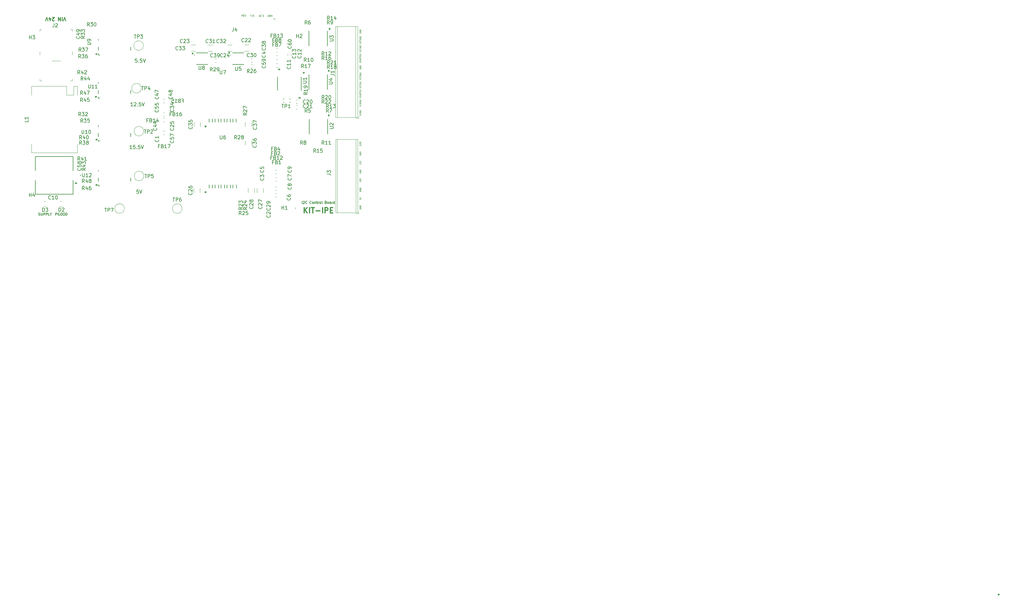
<source format=gbr>
G04 #@! TF.GenerationSoftware,KiCad,Pcbnew,5.1.5-52549c5~84~ubuntu18.04.1*
G04 #@! TF.CreationDate,2019-12-01T16:37:40+01:00*
G04 #@! TF.ProjectId,power_control_ipe_v1,706f7765-725f-4636-9f6e-74726f6c5f69,rev?*
G04 #@! TF.SameCoordinates,Original*
G04 #@! TF.FileFunction,Legend,Top*
G04 #@! TF.FilePolarity,Positive*
%FSLAX46Y46*%
G04 Gerber Fmt 4.6, Leading zero omitted, Abs format (unit mm)*
G04 Created by KiCad (PCBNEW 5.1.5-52549c5~84~ubuntu18.04.1) date 2019-12-01 16:37:40*
%MOMM*%
%LPD*%
G04 APERTURE LIST*
%ADD10C,0.300000*%
%ADD11C,0.175000*%
%ADD12C,0.150000*%
%ADD13C,0.100000*%
%ADD14C,0.250000*%
%ADD15C,0.075000*%
%ADD16C,0.120000*%
%ADD17C,0.152400*%
G04 APERTURE END LIST*
D10*
X237594485Y-160292171D02*
X237594485Y-158792171D01*
X238451628Y-160292171D02*
X237808771Y-159435028D01*
X238451628Y-158792171D02*
X237594485Y-159649314D01*
X239094485Y-160292171D02*
X239094485Y-158792171D01*
X239594485Y-158792171D02*
X240451628Y-158792171D01*
X240023057Y-160292171D02*
X240023057Y-158792171D01*
X240951628Y-159720742D02*
X242094485Y-159720742D01*
X242808771Y-160292171D02*
X242808771Y-158792171D01*
X243523057Y-160292171D02*
X243523057Y-158792171D01*
X244094485Y-158792171D01*
X244237342Y-158863600D01*
X244308771Y-158935028D01*
X244380200Y-159077885D01*
X244380200Y-159292171D01*
X244308771Y-159435028D01*
X244237342Y-159506457D01*
X244094485Y-159577885D01*
X243523057Y-159577885D01*
X245023057Y-159506457D02*
X245523057Y-159506457D01*
X245737342Y-160292171D02*
X245023057Y-160292171D01*
X245023057Y-158792171D01*
X245737342Y-158792171D01*
D11*
X236996866Y-157644266D02*
X236996866Y-156944266D01*
X237296866Y-157010933D02*
X237330200Y-156977600D01*
X237396866Y-156944266D01*
X237563533Y-156944266D01*
X237630200Y-156977600D01*
X237663533Y-157010933D01*
X237696866Y-157077600D01*
X237696866Y-157144266D01*
X237663533Y-157244266D01*
X237263533Y-157644266D01*
X237696866Y-157644266D01*
X238396866Y-157577600D02*
X238363533Y-157610933D01*
X238263533Y-157644266D01*
X238196866Y-157644266D01*
X238096866Y-157610933D01*
X238030200Y-157544266D01*
X237996866Y-157477600D01*
X237963533Y-157344266D01*
X237963533Y-157244266D01*
X237996866Y-157110933D01*
X238030200Y-157044266D01*
X238096866Y-156977600D01*
X238196866Y-156944266D01*
X238263533Y-156944266D01*
X238363533Y-156977600D01*
X238396866Y-157010933D01*
X239630200Y-157577600D02*
X239596866Y-157610933D01*
X239496866Y-157644266D01*
X239430200Y-157644266D01*
X239330200Y-157610933D01*
X239263533Y-157544266D01*
X239230200Y-157477600D01*
X239196866Y-157344266D01*
X239196866Y-157244266D01*
X239230200Y-157110933D01*
X239263533Y-157044266D01*
X239330200Y-156977600D01*
X239430200Y-156944266D01*
X239496866Y-156944266D01*
X239596866Y-156977600D01*
X239630200Y-157010933D01*
X240030200Y-157644266D02*
X239963533Y-157610933D01*
X239930200Y-157577600D01*
X239896866Y-157510933D01*
X239896866Y-157310933D01*
X239930200Y-157244266D01*
X239963533Y-157210933D01*
X240030200Y-157177600D01*
X240130200Y-157177600D01*
X240196866Y-157210933D01*
X240230200Y-157244266D01*
X240263533Y-157310933D01*
X240263533Y-157510933D01*
X240230200Y-157577600D01*
X240196866Y-157610933D01*
X240130200Y-157644266D01*
X240030200Y-157644266D01*
X240563533Y-157177600D02*
X240563533Y-157644266D01*
X240563533Y-157244266D02*
X240596866Y-157210933D01*
X240663533Y-157177600D01*
X240763533Y-157177600D01*
X240830200Y-157210933D01*
X240863533Y-157277600D01*
X240863533Y-157644266D01*
X241096866Y-157177600D02*
X241363533Y-157177600D01*
X241196866Y-156944266D02*
X241196866Y-157544266D01*
X241230200Y-157610933D01*
X241296866Y-157644266D01*
X241363533Y-157644266D01*
X241596866Y-157644266D02*
X241596866Y-157177600D01*
X241596866Y-157310933D02*
X241630200Y-157244266D01*
X241663533Y-157210933D01*
X241730200Y-157177600D01*
X241796866Y-157177600D01*
X242130200Y-157644266D02*
X242063533Y-157610933D01*
X242030200Y-157577600D01*
X241996866Y-157510933D01*
X241996866Y-157310933D01*
X242030200Y-157244266D01*
X242063533Y-157210933D01*
X242130200Y-157177600D01*
X242230200Y-157177600D01*
X242296866Y-157210933D01*
X242330200Y-157244266D01*
X242363533Y-157310933D01*
X242363533Y-157510933D01*
X242330200Y-157577600D01*
X242296866Y-157610933D01*
X242230200Y-157644266D01*
X242130200Y-157644266D01*
X242763533Y-157644266D02*
X242696866Y-157610933D01*
X242663533Y-157544266D01*
X242663533Y-156944266D01*
X243796866Y-157277600D02*
X243896866Y-157310933D01*
X243930200Y-157344266D01*
X243963533Y-157410933D01*
X243963533Y-157510933D01*
X243930200Y-157577600D01*
X243896866Y-157610933D01*
X243830200Y-157644266D01*
X243563533Y-157644266D01*
X243563533Y-156944266D01*
X243796866Y-156944266D01*
X243863533Y-156977600D01*
X243896866Y-157010933D01*
X243930200Y-157077600D01*
X243930200Y-157144266D01*
X243896866Y-157210933D01*
X243863533Y-157244266D01*
X243796866Y-157277600D01*
X243563533Y-157277600D01*
X244363533Y-157644266D02*
X244296866Y-157610933D01*
X244263533Y-157577600D01*
X244230200Y-157510933D01*
X244230200Y-157310933D01*
X244263533Y-157244266D01*
X244296866Y-157210933D01*
X244363533Y-157177600D01*
X244463533Y-157177600D01*
X244530200Y-157210933D01*
X244563533Y-157244266D01*
X244596866Y-157310933D01*
X244596866Y-157510933D01*
X244563533Y-157577600D01*
X244530200Y-157610933D01*
X244463533Y-157644266D01*
X244363533Y-157644266D01*
X245196866Y-157644266D02*
X245196866Y-157277600D01*
X245163533Y-157210933D01*
X245096866Y-157177600D01*
X244963533Y-157177600D01*
X244896866Y-157210933D01*
X245196866Y-157610933D02*
X245130200Y-157644266D01*
X244963533Y-157644266D01*
X244896866Y-157610933D01*
X244863533Y-157544266D01*
X244863533Y-157477600D01*
X244896866Y-157410933D01*
X244963533Y-157377600D01*
X245130200Y-157377600D01*
X245196866Y-157344266D01*
X245530200Y-157644266D02*
X245530200Y-157177600D01*
X245530200Y-157310933D02*
X245563533Y-157244266D01*
X245596866Y-157210933D01*
X245663533Y-157177600D01*
X245730200Y-157177600D01*
X246263533Y-157644266D02*
X246263533Y-156944266D01*
X246263533Y-157610933D02*
X246196866Y-157644266D01*
X246063533Y-157644266D01*
X245996866Y-157610933D01*
X245963533Y-157577600D01*
X245930200Y-157510933D01*
X245930200Y-157310933D01*
X245963533Y-157244266D01*
X245996866Y-157210933D01*
X246063533Y-157177600D01*
X246196866Y-157177600D01*
X246263533Y-157210933D01*
D12*
X190385723Y-153731980D02*
X189909533Y-153731980D01*
X189861914Y-154208171D01*
X189909533Y-154160552D01*
X190004771Y-154112933D01*
X190242866Y-154112933D01*
X190338104Y-154160552D01*
X190385723Y-154208171D01*
X190433342Y-154303409D01*
X190433342Y-154541504D01*
X190385723Y-154636742D01*
X190338104Y-154684361D01*
X190242866Y-154731980D01*
X190004771Y-154731980D01*
X189909533Y-154684361D01*
X189861914Y-154636742D01*
X190719057Y-153731980D02*
X191052390Y-154731980D01*
X191385723Y-153731980D01*
X188480866Y-142031980D02*
X187909438Y-142031980D01*
X188195152Y-142031980D02*
X188195152Y-141031980D01*
X188099914Y-141174838D01*
X188004676Y-141270076D01*
X187909438Y-141317695D01*
X189385628Y-141031980D02*
X188909438Y-141031980D01*
X188861819Y-141508171D01*
X188909438Y-141460552D01*
X189004676Y-141412933D01*
X189242771Y-141412933D01*
X189338009Y-141460552D01*
X189385628Y-141508171D01*
X189433247Y-141603409D01*
X189433247Y-141841504D01*
X189385628Y-141936742D01*
X189338009Y-141984361D01*
X189242771Y-142031980D01*
X189004676Y-142031980D01*
X188909438Y-141984361D01*
X188861819Y-141936742D01*
X189861819Y-141936742D02*
X189909438Y-141984361D01*
X189861819Y-142031980D01*
X189814200Y-141984361D01*
X189861819Y-141936742D01*
X189861819Y-142031980D01*
X190814200Y-141031980D02*
X190338009Y-141031980D01*
X190290390Y-141508171D01*
X190338009Y-141460552D01*
X190433247Y-141412933D01*
X190671342Y-141412933D01*
X190766580Y-141460552D01*
X190814200Y-141508171D01*
X190861819Y-141603409D01*
X190861819Y-141841504D01*
X190814200Y-141936742D01*
X190766580Y-141984361D01*
X190671342Y-142031980D01*
X190433247Y-142031980D01*
X190338009Y-141984361D01*
X190290390Y-141936742D01*
X191147533Y-141031980D02*
X191480866Y-142031980D01*
X191814200Y-141031980D01*
X188734866Y-129839980D02*
X188163438Y-129839980D01*
X188449152Y-129839980D02*
X188449152Y-128839980D01*
X188353914Y-128982838D01*
X188258676Y-129078076D01*
X188163438Y-129125695D01*
X189115819Y-128935219D02*
X189163438Y-128887600D01*
X189258676Y-128839980D01*
X189496771Y-128839980D01*
X189592009Y-128887600D01*
X189639628Y-128935219D01*
X189687247Y-129030457D01*
X189687247Y-129125695D01*
X189639628Y-129268552D01*
X189068200Y-129839980D01*
X189687247Y-129839980D01*
X190115819Y-129744742D02*
X190163438Y-129792361D01*
X190115819Y-129839980D01*
X190068200Y-129792361D01*
X190115819Y-129744742D01*
X190115819Y-129839980D01*
X191068200Y-128839980D02*
X190592009Y-128839980D01*
X190544390Y-129316171D01*
X190592009Y-129268552D01*
X190687247Y-129220933D01*
X190925342Y-129220933D01*
X191020580Y-129268552D01*
X191068200Y-129316171D01*
X191115819Y-129411409D01*
X191115819Y-129649504D01*
X191068200Y-129744742D01*
X191020580Y-129792361D01*
X190925342Y-129839980D01*
X190687247Y-129839980D01*
X190592009Y-129792361D01*
X190544390Y-129744742D01*
X191401533Y-128839980D02*
X191734866Y-129839980D01*
X192068200Y-128839980D01*
X189925438Y-116393980D02*
X189449247Y-116393980D01*
X189401628Y-116870171D01*
X189449247Y-116822552D01*
X189544485Y-116774933D01*
X189782580Y-116774933D01*
X189877819Y-116822552D01*
X189925438Y-116870171D01*
X189973057Y-116965409D01*
X189973057Y-117203504D01*
X189925438Y-117298742D01*
X189877819Y-117346361D01*
X189782580Y-117393980D01*
X189544485Y-117393980D01*
X189449247Y-117346361D01*
X189401628Y-117298742D01*
X190401628Y-117298742D02*
X190449247Y-117346361D01*
X190401628Y-117393980D01*
X190354009Y-117346361D01*
X190401628Y-117298742D01*
X190401628Y-117393980D01*
X191354009Y-116393980D02*
X190877819Y-116393980D01*
X190830200Y-116870171D01*
X190877819Y-116822552D01*
X190973057Y-116774933D01*
X191211152Y-116774933D01*
X191306390Y-116822552D01*
X191354009Y-116870171D01*
X191401628Y-116965409D01*
X191401628Y-117203504D01*
X191354009Y-117298742D01*
X191306390Y-117346361D01*
X191211152Y-117393980D01*
X190973057Y-117393980D01*
X190877819Y-117346361D01*
X190830200Y-117298742D01*
X191687342Y-116393980D02*
X192020676Y-117393980D01*
X192354009Y-116393980D01*
D11*
X161874200Y-160952933D02*
X161974200Y-160986266D01*
X162140866Y-160986266D01*
X162207533Y-160952933D01*
X162240866Y-160919600D01*
X162274200Y-160852933D01*
X162274200Y-160786266D01*
X162240866Y-160719600D01*
X162207533Y-160686266D01*
X162140866Y-160652933D01*
X162007533Y-160619600D01*
X161940866Y-160586266D01*
X161907533Y-160552933D01*
X161874200Y-160486266D01*
X161874200Y-160419600D01*
X161907533Y-160352933D01*
X161940866Y-160319600D01*
X162007533Y-160286266D01*
X162174200Y-160286266D01*
X162274200Y-160319600D01*
X162574200Y-160286266D02*
X162574200Y-160852933D01*
X162607533Y-160919600D01*
X162640866Y-160952933D01*
X162707533Y-160986266D01*
X162840866Y-160986266D01*
X162907533Y-160952933D01*
X162940866Y-160919600D01*
X162974200Y-160852933D01*
X162974200Y-160286266D01*
X163307533Y-160986266D02*
X163307533Y-160286266D01*
X163574200Y-160286266D01*
X163640866Y-160319600D01*
X163674200Y-160352933D01*
X163707533Y-160419600D01*
X163707533Y-160519600D01*
X163674200Y-160586266D01*
X163640866Y-160619600D01*
X163574200Y-160652933D01*
X163307533Y-160652933D01*
X164007533Y-160986266D02*
X164007533Y-160286266D01*
X164274200Y-160286266D01*
X164340866Y-160319600D01*
X164374200Y-160352933D01*
X164407533Y-160419600D01*
X164407533Y-160519600D01*
X164374200Y-160586266D01*
X164340866Y-160619600D01*
X164274200Y-160652933D01*
X164007533Y-160652933D01*
X165040866Y-160986266D02*
X164707533Y-160986266D01*
X164707533Y-160286266D01*
X165407533Y-160652933D02*
X165407533Y-160986266D01*
X165174200Y-160286266D02*
X165407533Y-160652933D01*
X165640866Y-160286266D01*
X166767533Y-160986266D02*
X166767533Y-160286266D01*
X167034200Y-160286266D01*
X167100866Y-160319600D01*
X167134200Y-160352933D01*
X167167533Y-160419600D01*
X167167533Y-160519600D01*
X167134200Y-160586266D01*
X167100866Y-160619600D01*
X167034200Y-160652933D01*
X166767533Y-160652933D01*
X167834200Y-160319600D02*
X167767533Y-160286266D01*
X167667533Y-160286266D01*
X167567533Y-160319600D01*
X167500866Y-160386266D01*
X167467533Y-160452933D01*
X167434200Y-160586266D01*
X167434200Y-160686266D01*
X167467533Y-160819600D01*
X167500866Y-160886266D01*
X167567533Y-160952933D01*
X167667533Y-160986266D01*
X167734200Y-160986266D01*
X167834200Y-160952933D01*
X167867533Y-160919600D01*
X167867533Y-160686266D01*
X167734200Y-160686266D01*
X168300866Y-160286266D02*
X168434200Y-160286266D01*
X168500866Y-160319600D01*
X168567533Y-160386266D01*
X168600866Y-160519600D01*
X168600866Y-160752933D01*
X168567533Y-160886266D01*
X168500866Y-160952933D01*
X168434200Y-160986266D01*
X168300866Y-160986266D01*
X168234200Y-160952933D01*
X168167533Y-160886266D01*
X168134200Y-160752933D01*
X168134200Y-160519600D01*
X168167533Y-160386266D01*
X168234200Y-160319600D01*
X168300866Y-160286266D01*
X169034200Y-160286266D02*
X169167533Y-160286266D01*
X169234200Y-160319600D01*
X169300866Y-160386266D01*
X169334200Y-160519600D01*
X169334200Y-160752933D01*
X169300866Y-160886266D01*
X169234200Y-160952933D01*
X169167533Y-160986266D01*
X169034200Y-160986266D01*
X168967533Y-160952933D01*
X168900866Y-160886266D01*
X168867533Y-160752933D01*
X168867533Y-160519600D01*
X168900866Y-160386266D01*
X168967533Y-160319600D01*
X169034200Y-160286266D01*
X169634200Y-160986266D02*
X169634200Y-160286266D01*
X169800866Y-160286266D01*
X169900866Y-160319600D01*
X169967533Y-160386266D01*
X170000866Y-160452933D01*
X170034200Y-160586266D01*
X170034200Y-160686266D01*
X170000866Y-160819600D01*
X169967533Y-160886266D01*
X169900866Y-160952933D01*
X169800866Y-160986266D01*
X169634200Y-160986266D01*
D13*
X228175152Y-104329600D02*
X228222771Y-104353409D01*
X228294200Y-104353409D01*
X228365628Y-104329600D01*
X228413247Y-104281980D01*
X228437057Y-104234361D01*
X228460866Y-104139123D01*
X228460866Y-104067695D01*
X228437057Y-103972457D01*
X228413247Y-103924838D01*
X228365628Y-103877219D01*
X228294200Y-103853409D01*
X228246580Y-103853409D01*
X228175152Y-103877219D01*
X228151342Y-103901028D01*
X228151342Y-104067695D01*
X228246580Y-104067695D01*
X227937057Y-103853409D02*
X227937057Y-104353409D01*
X227651342Y-103853409D01*
X227651342Y-104353409D01*
X227413247Y-103853409D02*
X227413247Y-104353409D01*
X227294200Y-104353409D01*
X227222771Y-104329600D01*
X227175152Y-104281980D01*
X227151342Y-104234361D01*
X227127533Y-104139123D01*
X227127533Y-104067695D01*
X227151342Y-103972457D01*
X227175152Y-103924838D01*
X227222771Y-103877219D01*
X227294200Y-103853409D01*
X227413247Y-103853409D01*
X226102295Y-104313409D02*
X225792771Y-104313409D01*
X225959438Y-104122933D01*
X225888009Y-104122933D01*
X225840390Y-104099123D01*
X225816580Y-104075314D01*
X225792771Y-104027695D01*
X225792771Y-103908647D01*
X225816580Y-103861028D01*
X225840390Y-103837219D01*
X225888009Y-103813409D01*
X226030866Y-103813409D01*
X226078485Y-103837219D01*
X226102295Y-103861028D01*
X225578485Y-103861028D02*
X225554676Y-103837219D01*
X225578485Y-103813409D01*
X225602295Y-103837219D01*
X225578485Y-103861028D01*
X225578485Y-103813409D01*
X225388009Y-104313409D02*
X225078485Y-104313409D01*
X225245152Y-104122933D01*
X225173723Y-104122933D01*
X225126104Y-104099123D01*
X225102295Y-104075314D01*
X225078485Y-104027695D01*
X225078485Y-103908647D01*
X225102295Y-103861028D01*
X225126104Y-103837219D01*
X225173723Y-103813409D01*
X225316580Y-103813409D01*
X225364200Y-103837219D01*
X225388009Y-103861028D01*
X224935628Y-104313409D02*
X224768961Y-103813409D01*
X224602295Y-104313409D01*
X223309438Y-103817219D02*
X223238009Y-103793409D01*
X223118961Y-103793409D01*
X223071342Y-103817219D01*
X223047533Y-103841028D01*
X223023723Y-103888647D01*
X223023723Y-103936266D01*
X223047533Y-103983885D01*
X223071342Y-104007695D01*
X223118961Y-104031504D01*
X223214200Y-104055314D01*
X223261819Y-104079123D01*
X223285628Y-104102933D01*
X223309438Y-104150552D01*
X223309438Y-104198171D01*
X223285628Y-104245790D01*
X223261819Y-104269600D01*
X223214200Y-104293409D01*
X223095152Y-104293409D01*
X223023723Y-104269600D01*
X222523723Y-103841028D02*
X222547533Y-103817219D01*
X222618961Y-103793409D01*
X222666580Y-103793409D01*
X222738009Y-103817219D01*
X222785628Y-103864838D01*
X222809438Y-103912457D01*
X222833247Y-104007695D01*
X222833247Y-104079123D01*
X222809438Y-104174361D01*
X222785628Y-104221980D01*
X222738009Y-104269600D01*
X222666580Y-104293409D01*
X222618961Y-104293409D01*
X222547533Y-104269600D01*
X222523723Y-104245790D01*
X222071342Y-103793409D02*
X222309438Y-103793409D01*
X222309438Y-104293409D01*
X220941342Y-103777219D02*
X220869914Y-103753409D01*
X220750866Y-103753409D01*
X220703247Y-103777219D01*
X220679438Y-103801028D01*
X220655628Y-103848647D01*
X220655628Y-103896266D01*
X220679438Y-103943885D01*
X220703247Y-103967695D01*
X220750866Y-103991504D01*
X220846104Y-104015314D01*
X220893723Y-104039123D01*
X220917533Y-104062933D01*
X220941342Y-104110552D01*
X220941342Y-104158171D01*
X220917533Y-104205790D01*
X220893723Y-104229600D01*
X220846104Y-104253409D01*
X220727057Y-104253409D01*
X220655628Y-104229600D01*
X220441342Y-103753409D02*
X220441342Y-104253409D01*
X220322295Y-104253409D01*
X220250866Y-104229600D01*
X220203247Y-104181980D01*
X220179438Y-104134361D01*
X220155628Y-104039123D01*
X220155628Y-103967695D01*
X220179438Y-103872457D01*
X220203247Y-103824838D01*
X220250866Y-103777219D01*
X220322295Y-103753409D01*
X220441342Y-103753409D01*
X219965152Y-103896266D02*
X219727057Y-103896266D01*
X220012771Y-103753409D02*
X219846104Y-104253409D01*
X219679438Y-103753409D01*
D12*
X178414200Y-152081980D02*
X178414200Y-152320076D01*
X178176104Y-152224838D02*
X178414200Y-152320076D01*
X178652295Y-152224838D01*
X178271342Y-152510552D02*
X178414200Y-152320076D01*
X178557057Y-152510552D01*
X178394200Y-139131980D02*
X178394200Y-139370076D01*
X178156104Y-139274838D02*
X178394200Y-139370076D01*
X178632295Y-139274838D01*
X178251342Y-139560552D02*
X178394200Y-139370076D01*
X178537057Y-139560552D01*
X178234200Y-126951980D02*
X178234200Y-127190076D01*
X177996104Y-127094838D02*
X178234200Y-127190076D01*
X178472295Y-127094838D01*
X178091342Y-127380552D02*
X178234200Y-127190076D01*
X178377057Y-127380552D01*
X178364200Y-114761980D02*
X178364200Y-115000076D01*
X178126104Y-114904838D02*
X178364200Y-115000076D01*
X178602295Y-114904838D01*
X178221342Y-115190552D02*
X178364200Y-115000076D01*
X178507057Y-115190552D01*
D14*
X169581342Y-105517219D02*
X169248009Y-104517219D01*
X168914676Y-105517219D01*
X168581342Y-104517219D02*
X168581342Y-105517219D01*
X168105152Y-104517219D02*
X168105152Y-105517219D01*
X167533723Y-104517219D01*
X167533723Y-105517219D01*
X166343247Y-105421980D02*
X166295628Y-105469600D01*
X166200390Y-105517219D01*
X165962295Y-105517219D01*
X165867057Y-105469600D01*
X165819438Y-105421980D01*
X165771819Y-105326742D01*
X165771819Y-105231504D01*
X165819438Y-105088647D01*
X166390866Y-104517219D01*
X165771819Y-104517219D01*
X164914676Y-105183885D02*
X164914676Y-104517219D01*
X165152771Y-105564838D02*
X165390866Y-104850552D01*
X164771819Y-104850552D01*
X164533723Y-105517219D02*
X164200390Y-104517219D01*
X163867057Y-105517219D01*
D15*
X253345152Y-156235790D02*
X253345152Y-156426266D01*
X253535628Y-156445314D01*
X253516580Y-156426266D01*
X253497533Y-156388171D01*
X253497533Y-156292933D01*
X253516580Y-156254838D01*
X253535628Y-156235790D01*
X253573723Y-156216742D01*
X253668961Y-156216742D01*
X253707057Y-156235790D01*
X253726104Y-156254838D01*
X253745152Y-156292933D01*
X253745152Y-156388171D01*
X253726104Y-156426266D01*
X253707057Y-156445314D01*
X253345152Y-156102457D02*
X253745152Y-155969123D01*
X253345152Y-155835790D01*
X253745152Y-151207219D02*
X253745152Y-151435790D01*
X253745152Y-151321504D02*
X253345152Y-151321504D01*
X253402295Y-151359600D01*
X253440390Y-151397695D01*
X253459438Y-151435790D01*
X253345152Y-150845314D02*
X253345152Y-151035790D01*
X253535628Y-151054838D01*
X253516580Y-151035790D01*
X253497533Y-150997695D01*
X253497533Y-150902457D01*
X253516580Y-150864361D01*
X253535628Y-150845314D01*
X253573723Y-150826266D01*
X253668961Y-150826266D01*
X253707057Y-150845314D01*
X253726104Y-150864361D01*
X253745152Y-150902457D01*
X253745152Y-150997695D01*
X253726104Y-151035790D01*
X253707057Y-151054838D01*
X253345152Y-150711980D02*
X253745152Y-150578647D01*
X253345152Y-150445314D01*
X253364200Y-158964361D02*
X253345152Y-159002457D01*
X253345152Y-159059600D01*
X253364200Y-159116742D01*
X253402295Y-159154838D01*
X253440390Y-159173885D01*
X253516580Y-159192933D01*
X253573723Y-159192933D01*
X253649914Y-159173885D01*
X253688009Y-159154838D01*
X253726104Y-159116742D01*
X253745152Y-159059600D01*
X253745152Y-159021504D01*
X253726104Y-158964361D01*
X253707057Y-158945314D01*
X253573723Y-158945314D01*
X253573723Y-159021504D01*
X253745152Y-158773885D02*
X253345152Y-158773885D01*
X253745152Y-158545314D01*
X253345152Y-158545314D01*
X253745152Y-158354838D02*
X253345152Y-158354838D01*
X253345152Y-158259600D01*
X253364200Y-158202457D01*
X253402295Y-158164361D01*
X253440390Y-158145314D01*
X253516580Y-158126266D01*
X253573723Y-158126266D01*
X253649914Y-158145314D01*
X253688009Y-158164361D01*
X253726104Y-158202457D01*
X253745152Y-158259600D01*
X253745152Y-158354838D01*
X253364200Y-153964361D02*
X253345152Y-154002457D01*
X253345152Y-154059600D01*
X253364200Y-154116742D01*
X253402295Y-154154838D01*
X253440390Y-154173885D01*
X253516580Y-154192933D01*
X253573723Y-154192933D01*
X253649914Y-154173885D01*
X253688009Y-154154838D01*
X253726104Y-154116742D01*
X253745152Y-154059600D01*
X253745152Y-154021504D01*
X253726104Y-153964361D01*
X253707057Y-153945314D01*
X253573723Y-153945314D01*
X253573723Y-154021504D01*
X253745152Y-153773885D02*
X253345152Y-153773885D01*
X253745152Y-153545314D01*
X253345152Y-153545314D01*
X253745152Y-153354838D02*
X253345152Y-153354838D01*
X253345152Y-153259600D01*
X253364200Y-153202457D01*
X253402295Y-153164361D01*
X253440390Y-153145314D01*
X253516580Y-153126266D01*
X253573723Y-153126266D01*
X253649914Y-153145314D01*
X253688009Y-153164361D01*
X253726104Y-153202457D01*
X253745152Y-153259600D01*
X253745152Y-153354838D01*
X253364200Y-148764361D02*
X253345152Y-148802457D01*
X253345152Y-148859600D01*
X253364200Y-148916742D01*
X253402295Y-148954838D01*
X253440390Y-148973885D01*
X253516580Y-148992933D01*
X253573723Y-148992933D01*
X253649914Y-148973885D01*
X253688009Y-148954838D01*
X253726104Y-148916742D01*
X253745152Y-148859600D01*
X253745152Y-148821504D01*
X253726104Y-148764361D01*
X253707057Y-148745314D01*
X253573723Y-148745314D01*
X253573723Y-148821504D01*
X253745152Y-148573885D02*
X253345152Y-148573885D01*
X253745152Y-148345314D01*
X253345152Y-148345314D01*
X253745152Y-148154838D02*
X253345152Y-148154838D01*
X253345152Y-148059600D01*
X253364200Y-148002457D01*
X253402295Y-147964361D01*
X253440390Y-147945314D01*
X253516580Y-147926266D01*
X253573723Y-147926266D01*
X253649914Y-147945314D01*
X253688009Y-147964361D01*
X253726104Y-148002457D01*
X253745152Y-148059600D01*
X253745152Y-148154838D01*
X253745152Y-146207219D02*
X253745152Y-146435790D01*
X253745152Y-146321504D02*
X253345152Y-146321504D01*
X253402295Y-146359600D01*
X253440390Y-146397695D01*
X253459438Y-146435790D01*
X253383247Y-146054838D02*
X253364200Y-146035790D01*
X253345152Y-145997695D01*
X253345152Y-145902457D01*
X253364200Y-145864361D01*
X253383247Y-145845314D01*
X253421342Y-145826266D01*
X253459438Y-145826266D01*
X253516580Y-145845314D01*
X253745152Y-146073885D01*
X253745152Y-145826266D01*
X253345152Y-145711980D02*
X253745152Y-145578647D01*
X253345152Y-145445314D01*
X253364200Y-143664361D02*
X253345152Y-143702457D01*
X253345152Y-143759600D01*
X253364200Y-143816742D01*
X253402295Y-143854838D01*
X253440390Y-143873885D01*
X253516580Y-143892933D01*
X253573723Y-143892933D01*
X253649914Y-143873885D01*
X253688009Y-143854838D01*
X253726104Y-143816742D01*
X253745152Y-143759600D01*
X253745152Y-143721504D01*
X253726104Y-143664361D01*
X253707057Y-143645314D01*
X253573723Y-143645314D01*
X253573723Y-143721504D01*
X253745152Y-143473885D02*
X253345152Y-143473885D01*
X253745152Y-143245314D01*
X253345152Y-143245314D01*
X253745152Y-143054838D02*
X253345152Y-143054838D01*
X253345152Y-142959600D01*
X253364200Y-142902457D01*
X253402295Y-142864361D01*
X253440390Y-142845314D01*
X253516580Y-142826266D01*
X253573723Y-142826266D01*
X253649914Y-142845314D01*
X253688009Y-142864361D01*
X253726104Y-142902457D01*
X253745152Y-142959600D01*
X253745152Y-143054838D01*
X253345152Y-141150076D02*
X253345152Y-140902457D01*
X253497533Y-141035790D01*
X253497533Y-140978647D01*
X253516580Y-140940552D01*
X253535628Y-140921504D01*
X253573723Y-140902457D01*
X253668961Y-140902457D01*
X253707057Y-140921504D01*
X253726104Y-140940552D01*
X253745152Y-140978647D01*
X253745152Y-141092933D01*
X253726104Y-141131028D01*
X253707057Y-141150076D01*
X253707057Y-140731028D02*
X253726104Y-140711980D01*
X253745152Y-140731028D01*
X253726104Y-140750076D01*
X253707057Y-140731028D01*
X253745152Y-140731028D01*
X253345152Y-140578647D02*
X253345152Y-140331028D01*
X253497533Y-140464361D01*
X253497533Y-140407219D01*
X253516580Y-140369123D01*
X253535628Y-140350076D01*
X253573723Y-140331028D01*
X253668961Y-140331028D01*
X253707057Y-140350076D01*
X253726104Y-140369123D01*
X253745152Y-140407219D01*
X253745152Y-140521504D01*
X253726104Y-140559600D01*
X253707057Y-140578647D01*
X253345152Y-140216742D02*
X253745152Y-140083409D01*
X253345152Y-139950076D01*
X253345152Y-132578647D02*
X253745152Y-132445314D01*
X253345152Y-132311980D01*
X253707057Y-131950076D02*
X253726104Y-131969123D01*
X253745152Y-132026266D01*
X253745152Y-132064361D01*
X253726104Y-132121504D01*
X253688009Y-132159600D01*
X253649914Y-132178647D01*
X253573723Y-132197695D01*
X253516580Y-132197695D01*
X253440390Y-132178647D01*
X253402295Y-132159600D01*
X253364200Y-132121504D01*
X253345152Y-132064361D01*
X253345152Y-132026266D01*
X253364200Y-131969123D01*
X253383247Y-131950076D01*
X253745152Y-131550076D02*
X253554676Y-131683409D01*
X253745152Y-131778647D02*
X253345152Y-131778647D01*
X253345152Y-131626266D01*
X253364200Y-131588171D01*
X253383247Y-131569123D01*
X253421342Y-131550076D01*
X253478485Y-131550076D01*
X253516580Y-131569123D01*
X253535628Y-131588171D01*
X253554676Y-131626266D01*
X253554676Y-131778647D01*
X253345152Y-131416742D02*
X253745152Y-131150076D01*
X253345152Y-131150076D02*
X253745152Y-131416742D01*
X253745152Y-130997695D02*
X253345152Y-130997695D01*
X253345152Y-129892933D02*
X253745152Y-129759600D01*
X253345152Y-129626266D01*
X253707057Y-129264361D02*
X253726104Y-129283409D01*
X253745152Y-129340552D01*
X253745152Y-129378647D01*
X253726104Y-129435790D01*
X253688009Y-129473885D01*
X253649914Y-129492933D01*
X253573723Y-129511980D01*
X253516580Y-129511980D01*
X253440390Y-129492933D01*
X253402295Y-129473885D01*
X253364200Y-129435790D01*
X253345152Y-129378647D01*
X253345152Y-129340552D01*
X253364200Y-129283409D01*
X253383247Y-129264361D01*
X253745152Y-128864361D02*
X253554676Y-128997695D01*
X253745152Y-129092933D02*
X253345152Y-129092933D01*
X253345152Y-128940552D01*
X253364200Y-128902457D01*
X253383247Y-128883409D01*
X253421342Y-128864361D01*
X253478485Y-128864361D01*
X253516580Y-128883409D01*
X253535628Y-128902457D01*
X253554676Y-128940552D01*
X253554676Y-129092933D01*
X253345152Y-128731028D02*
X253745152Y-128464361D01*
X253345152Y-128464361D02*
X253745152Y-128731028D01*
X253783247Y-128045314D02*
X253764200Y-128083409D01*
X253726104Y-128121504D01*
X253668961Y-128178647D01*
X253649914Y-128216742D01*
X253649914Y-128254838D01*
X253745152Y-128235790D02*
X253726104Y-128273885D01*
X253688009Y-128311980D01*
X253611819Y-128331028D01*
X253478485Y-128331028D01*
X253402295Y-128311980D01*
X253364200Y-128273885D01*
X253345152Y-128235790D01*
X253345152Y-128159600D01*
X253364200Y-128121504D01*
X253402295Y-128083409D01*
X253478485Y-128064361D01*
X253611819Y-128064361D01*
X253688009Y-128083409D01*
X253726104Y-128121504D01*
X253745152Y-128159600D01*
X253745152Y-128235790D01*
X253345152Y-127507219D02*
X253745152Y-127373885D01*
X253345152Y-127240552D01*
X253707057Y-126878647D02*
X253726104Y-126897695D01*
X253745152Y-126954838D01*
X253745152Y-126992933D01*
X253726104Y-127050076D01*
X253688009Y-127088171D01*
X253649914Y-127107219D01*
X253573723Y-127126266D01*
X253516580Y-127126266D01*
X253440390Y-127107219D01*
X253402295Y-127088171D01*
X253364200Y-127050076D01*
X253345152Y-126992933D01*
X253345152Y-126954838D01*
X253364200Y-126897695D01*
X253383247Y-126878647D01*
X253745152Y-126707219D02*
X253345152Y-126707219D01*
X253535628Y-126707219D02*
X253535628Y-126478647D01*
X253745152Y-126478647D02*
X253345152Y-126478647D01*
X253535628Y-126154838D02*
X253535628Y-126288171D01*
X253745152Y-126288171D02*
X253345152Y-126288171D01*
X253345152Y-126097695D01*
X253345152Y-126002457D02*
X253345152Y-125773885D01*
X253745152Y-125888171D02*
X253345152Y-125888171D01*
X253345152Y-125678647D02*
X253745152Y-125411980D01*
X253345152Y-125411980D02*
X253745152Y-125678647D01*
X253745152Y-125050076D02*
X253745152Y-125278647D01*
X253745152Y-125164361D02*
X253345152Y-125164361D01*
X253402295Y-125202457D01*
X253440390Y-125240552D01*
X253459438Y-125278647D01*
X253345152Y-124721504D02*
X253745152Y-124588171D01*
X253345152Y-124454838D01*
X253707057Y-124092933D02*
X253726104Y-124111980D01*
X253745152Y-124169123D01*
X253745152Y-124207219D01*
X253726104Y-124264361D01*
X253688009Y-124302457D01*
X253649914Y-124321504D01*
X253573723Y-124340552D01*
X253516580Y-124340552D01*
X253440390Y-124321504D01*
X253402295Y-124302457D01*
X253364200Y-124264361D01*
X253345152Y-124207219D01*
X253345152Y-124169123D01*
X253364200Y-124111980D01*
X253383247Y-124092933D01*
X253345152Y-123978647D02*
X253345152Y-123750076D01*
X253745152Y-123864361D02*
X253345152Y-123864361D01*
X253345152Y-123654838D02*
X253745152Y-123388171D01*
X253345152Y-123388171D02*
X253745152Y-123654838D01*
X253745152Y-123235790D02*
X253345152Y-123235790D01*
X253745152Y-122835790D02*
X253745152Y-123064361D01*
X253745152Y-122950076D02*
X253345152Y-122950076D01*
X253402295Y-122988171D01*
X253440390Y-123026266D01*
X253459438Y-123064361D01*
X253345152Y-122335790D02*
X253745152Y-122202457D01*
X253345152Y-122069123D01*
X253707057Y-121707219D02*
X253726104Y-121726266D01*
X253745152Y-121783409D01*
X253745152Y-121821504D01*
X253726104Y-121878647D01*
X253688009Y-121916742D01*
X253649914Y-121935790D01*
X253573723Y-121954838D01*
X253516580Y-121954838D01*
X253440390Y-121935790D01*
X253402295Y-121916742D01*
X253364200Y-121878647D01*
X253345152Y-121821504D01*
X253345152Y-121783409D01*
X253364200Y-121726266D01*
X253383247Y-121707219D01*
X253345152Y-121592933D02*
X253345152Y-121364361D01*
X253745152Y-121478647D02*
X253345152Y-121478647D01*
X253345152Y-121269123D02*
X253745152Y-121002457D01*
X253345152Y-121002457D02*
X253745152Y-121269123D01*
X253783247Y-120583409D02*
X253764200Y-120621504D01*
X253726104Y-120659600D01*
X253668961Y-120716742D01*
X253649914Y-120754838D01*
X253649914Y-120792933D01*
X253745152Y-120773885D02*
X253726104Y-120811980D01*
X253688009Y-120850076D01*
X253611819Y-120869123D01*
X253478485Y-120869123D01*
X253402295Y-120850076D01*
X253364200Y-120811980D01*
X253345152Y-120773885D01*
X253345152Y-120697695D01*
X253364200Y-120659600D01*
X253402295Y-120621504D01*
X253478485Y-120602457D01*
X253611819Y-120602457D01*
X253688009Y-120621504D01*
X253726104Y-120659600D01*
X253745152Y-120697695D01*
X253745152Y-120773885D01*
X253745152Y-120221504D02*
X253745152Y-120450076D01*
X253745152Y-120335790D02*
X253345152Y-120335790D01*
X253402295Y-120373885D01*
X253440390Y-120411980D01*
X253459438Y-120450076D01*
X253364200Y-119064361D02*
X253345152Y-119102457D01*
X253345152Y-119159600D01*
X253364200Y-119216742D01*
X253402295Y-119254838D01*
X253440390Y-119273885D01*
X253516580Y-119292933D01*
X253573723Y-119292933D01*
X253649914Y-119273885D01*
X253688009Y-119254838D01*
X253726104Y-119216742D01*
X253745152Y-119159600D01*
X253745152Y-119121504D01*
X253726104Y-119064361D01*
X253707057Y-119045314D01*
X253573723Y-119045314D01*
X253573723Y-119121504D01*
X253745152Y-118873885D02*
X253345152Y-118873885D01*
X253745152Y-118645314D01*
X253345152Y-118645314D01*
X253745152Y-118454838D02*
X253345152Y-118454838D01*
X253345152Y-118359600D01*
X253364200Y-118302457D01*
X253402295Y-118264361D01*
X253440390Y-118245314D01*
X253516580Y-118226266D01*
X253573723Y-118226266D01*
X253649914Y-118245314D01*
X253688009Y-118264361D01*
X253726104Y-118302457D01*
X253745152Y-118359600D01*
X253745152Y-118454838D01*
X253345152Y-117407219D02*
X253745152Y-117273885D01*
X253345152Y-117140552D01*
X253707057Y-116778647D02*
X253726104Y-116797695D01*
X253745152Y-116854838D01*
X253745152Y-116892933D01*
X253726104Y-116950076D01*
X253688009Y-116988171D01*
X253649914Y-117007219D01*
X253573723Y-117026266D01*
X253516580Y-117026266D01*
X253440390Y-117007219D01*
X253402295Y-116988171D01*
X253364200Y-116950076D01*
X253345152Y-116892933D01*
X253345152Y-116854838D01*
X253364200Y-116797695D01*
X253383247Y-116778647D01*
X253745152Y-116607219D02*
X253345152Y-116607219D01*
X253535628Y-116607219D02*
X253535628Y-116378647D01*
X253745152Y-116378647D02*
X253345152Y-116378647D01*
X253535628Y-116054838D02*
X253535628Y-116188171D01*
X253745152Y-116188171D02*
X253345152Y-116188171D01*
X253345152Y-115997695D01*
X253345152Y-115902457D02*
X253345152Y-115673885D01*
X253745152Y-115788171D02*
X253345152Y-115788171D01*
X253345152Y-115578647D02*
X253745152Y-115311980D01*
X253345152Y-115311980D02*
X253745152Y-115578647D01*
X253345152Y-115083409D02*
X253345152Y-115045314D01*
X253364200Y-115007219D01*
X253383247Y-114988171D01*
X253421342Y-114969123D01*
X253497533Y-114950076D01*
X253592771Y-114950076D01*
X253668961Y-114969123D01*
X253707057Y-114988171D01*
X253726104Y-115007219D01*
X253745152Y-115045314D01*
X253745152Y-115083409D01*
X253726104Y-115121504D01*
X253707057Y-115140552D01*
X253668961Y-115159600D01*
X253592771Y-115178647D01*
X253497533Y-115178647D01*
X253421342Y-115159600D01*
X253383247Y-115140552D01*
X253364200Y-115121504D01*
X253345152Y-115083409D01*
X253364200Y-108864361D02*
X253345152Y-108902457D01*
X253345152Y-108959600D01*
X253364200Y-109016742D01*
X253402295Y-109054838D01*
X253440390Y-109073885D01*
X253516580Y-109092933D01*
X253573723Y-109092933D01*
X253649914Y-109073885D01*
X253688009Y-109054838D01*
X253726104Y-109016742D01*
X253745152Y-108959600D01*
X253745152Y-108921504D01*
X253726104Y-108864361D01*
X253707057Y-108845314D01*
X253573723Y-108845314D01*
X253573723Y-108921504D01*
X253745152Y-108673885D02*
X253345152Y-108673885D01*
X253745152Y-108445314D01*
X253345152Y-108445314D01*
X253745152Y-108254838D02*
X253345152Y-108254838D01*
X253345152Y-108159600D01*
X253364200Y-108102457D01*
X253402295Y-108064361D01*
X253440390Y-108045314D01*
X253516580Y-108026266D01*
X253573723Y-108026266D01*
X253649914Y-108045314D01*
X253688009Y-108064361D01*
X253726104Y-108102457D01*
X253745152Y-108159600D01*
X253745152Y-108254838D01*
X253345152Y-112035790D02*
X253745152Y-111902457D01*
X253345152Y-111769123D01*
X253707057Y-111407219D02*
X253726104Y-111426266D01*
X253745152Y-111483409D01*
X253745152Y-111521504D01*
X253726104Y-111578647D01*
X253688009Y-111616742D01*
X253649914Y-111635790D01*
X253573723Y-111654838D01*
X253516580Y-111654838D01*
X253440390Y-111635790D01*
X253402295Y-111616742D01*
X253364200Y-111578647D01*
X253345152Y-111521504D01*
X253345152Y-111483409D01*
X253364200Y-111426266D01*
X253383247Y-111407219D01*
X253345152Y-111292933D02*
X253345152Y-111064361D01*
X253745152Y-111178647D02*
X253345152Y-111178647D01*
X253345152Y-110969123D02*
X253745152Y-110702457D01*
X253345152Y-110702457D02*
X253745152Y-110969123D01*
X253783247Y-110283409D02*
X253764200Y-110321504D01*
X253726104Y-110359600D01*
X253668961Y-110416742D01*
X253649914Y-110454838D01*
X253649914Y-110492933D01*
X253745152Y-110473885D02*
X253726104Y-110511980D01*
X253688009Y-110550076D01*
X253611819Y-110569123D01*
X253478485Y-110569123D01*
X253402295Y-110550076D01*
X253364200Y-110511980D01*
X253345152Y-110473885D01*
X253345152Y-110397695D01*
X253364200Y-110359600D01*
X253402295Y-110321504D01*
X253478485Y-110302457D01*
X253611819Y-110302457D01*
X253688009Y-110321504D01*
X253726104Y-110359600D01*
X253745152Y-110397695D01*
X253745152Y-110473885D01*
X253345152Y-110054838D02*
X253345152Y-110016742D01*
X253364200Y-109978647D01*
X253383247Y-109959600D01*
X253421342Y-109940552D01*
X253497533Y-109921504D01*
X253592771Y-109921504D01*
X253668961Y-109940552D01*
X253707057Y-109959600D01*
X253726104Y-109978647D01*
X253745152Y-110016742D01*
X253745152Y-110054838D01*
X253726104Y-110092933D01*
X253707057Y-110111980D01*
X253668961Y-110131028D01*
X253592771Y-110150076D01*
X253497533Y-110150076D01*
X253421342Y-110131028D01*
X253383247Y-110111980D01*
X253364200Y-110092933D01*
X253345152Y-110054838D01*
X253345152Y-114421504D02*
X253745152Y-114288171D01*
X253345152Y-114154838D01*
X253707057Y-113792933D02*
X253726104Y-113811980D01*
X253745152Y-113869123D01*
X253745152Y-113907219D01*
X253726104Y-113964361D01*
X253688009Y-114002457D01*
X253649914Y-114021504D01*
X253573723Y-114040552D01*
X253516580Y-114040552D01*
X253440390Y-114021504D01*
X253402295Y-114002457D01*
X253364200Y-113964361D01*
X253345152Y-113907219D01*
X253345152Y-113869123D01*
X253364200Y-113811980D01*
X253383247Y-113792933D01*
X253345152Y-113678647D02*
X253345152Y-113450076D01*
X253745152Y-113564361D02*
X253345152Y-113564361D01*
X253345152Y-113354838D02*
X253745152Y-113088171D01*
X253345152Y-113088171D02*
X253745152Y-113354838D01*
X253745152Y-112935790D02*
X253345152Y-112935790D01*
X253345152Y-112669123D02*
X253345152Y-112631028D01*
X253364200Y-112592933D01*
X253383247Y-112573885D01*
X253421342Y-112554838D01*
X253497533Y-112535790D01*
X253592771Y-112535790D01*
X253668961Y-112554838D01*
X253707057Y-112573885D01*
X253726104Y-112592933D01*
X253745152Y-112631028D01*
X253745152Y-112669123D01*
X253726104Y-112707219D01*
X253707057Y-112726266D01*
X253668961Y-112745314D01*
X253592771Y-112764361D01*
X253497533Y-112764361D01*
X253421342Y-112745314D01*
X253383247Y-112726266D01*
X253364200Y-112707219D01*
X253345152Y-112669123D01*
D16*
X235024200Y-158669600D02*
X235024200Y-159169600D01*
D13*
X191894200Y-149769600D02*
G75*
G03X191894200Y-149769600I-1370000J0D01*
G01*
X191169200Y-124744600D02*
G75*
G03X191169200Y-124744600I-1370000J0D01*
G01*
X191769200Y-112594600D02*
G75*
G03X191769200Y-112594600I-1370000J0D01*
G01*
X191844200Y-136994600D02*
G75*
G03X191844200Y-136994600I-1370000J0D01*
G01*
X186344200Y-159044600D02*
G75*
G03X186344200Y-159044600I-1370000J0D01*
G01*
X202794200Y-159069600D02*
G75*
G03X202794200Y-159069600I-1370000J0D01*
G01*
D16*
X253094200Y-160469600D02*
X253094200Y-159969600D01*
X252354200Y-160469600D02*
X253094200Y-160469600D01*
X246534200Y-139328600D02*
X252854200Y-139328600D01*
X246534200Y-160229600D02*
X252854200Y-160229600D01*
X252854200Y-160229600D02*
X252854200Y-139328600D01*
X246534200Y-160229600D02*
X246534200Y-139328600D01*
X246994200Y-160229600D02*
X246994200Y-139328600D01*
X252294200Y-160229600D02*
X252294200Y-139328600D01*
D17*
X173888000Y-149589600D02*
G75*
G03X173888000Y-149589600I-76200J0D01*
G01*
X160972100Y-150976440D02*
X160972100Y-154961700D01*
X171716300Y-148202760D02*
X171716300Y-144217500D01*
X171716300Y-154961700D02*
X171716300Y-150976440D01*
X160972100Y-154961700D02*
X171716300Y-154961700D01*
X160972100Y-144217500D02*
X160972100Y-148202760D01*
X171716300Y-144217500D02*
X160972100Y-144217500D01*
D16*
X253084200Y-133319600D02*
X253084200Y-132819600D01*
X252344200Y-133319600D02*
X253084200Y-133319600D01*
X246524200Y-107099600D02*
X252844200Y-107099600D01*
X246524200Y-133079600D02*
X252844200Y-133079600D01*
X252844200Y-133079600D02*
X252844200Y-107099600D01*
X246524200Y-133079600D02*
X246524200Y-107099600D01*
X246984200Y-133079600D02*
X246984200Y-107099600D01*
X252284200Y-133079600D02*
X252284200Y-107099600D01*
X229427222Y-151257201D02*
X229752780Y-151257201D01*
X229427222Y-150237201D02*
X229752780Y-150237201D01*
X229336221Y-155748000D02*
X229661779Y-155748000D01*
X229336221Y-154728000D02*
X229661779Y-154728000D01*
D17*
X244299100Y-137750500D02*
X244299100Y-133508700D01*
X239041300Y-133508700D02*
X239041300Y-137750500D01*
D16*
X229406121Y-149140000D02*
X229731679Y-149140000D01*
X229406121Y-148120000D02*
X229731679Y-148120000D01*
X229599479Y-152859600D02*
X229273921Y-152859600D01*
X229599479Y-153879600D02*
X229273921Y-153879600D01*
D13*
X233504200Y-127719600D02*
X233254200Y-127719600D01*
X233504200Y-127719600D02*
X233504200Y-127969600D01*
X231604200Y-127719600D02*
X231854200Y-127719600D01*
X231604200Y-127719600D02*
X231604200Y-127969600D01*
X231604200Y-128819600D02*
X231604200Y-128569600D01*
X231604200Y-128819600D02*
X231854200Y-128819600D01*
X233504200Y-128819600D02*
X233254200Y-128819600D01*
X233504200Y-128819600D02*
X233504200Y-128569600D01*
D17*
X218244601Y-133463141D02*
X218244601Y-134425801D01*
X216542801Y-133463141D02*
X216542801Y-134425801D01*
X214841001Y-133463141D02*
X214841001Y-134425801D01*
X213139201Y-133463141D02*
X213139201Y-134425801D01*
X211437401Y-133463141D02*
X211437401Y-134425801D01*
X217279401Y-133463141D02*
X217279401Y-134425801D01*
X215577601Y-133463141D02*
X215577601Y-134425801D01*
X213875801Y-133463141D02*
X213875801Y-134425801D01*
X212174001Y-133463141D02*
X212174001Y-134425801D01*
X210472201Y-133463141D02*
X210472201Y-134425801D01*
X178943000Y-115239800D02*
X178943000Y-114849340D01*
X179356060Y-115239800D02*
X178943000Y-115239800D01*
X188188600Y-112962341D02*
X188188600Y-113929860D01*
X178943000Y-111042860D02*
X178943000Y-110737341D01*
X178943000Y-113929860D02*
X178943000Y-112962341D01*
X206254254Y-115388564D02*
G75*
G03X206290800Y-115245500I36546J66864D01*
G01*
X210071400Y-114696100D02*
X206820200Y-114696100D01*
X206820200Y-117947300D02*
X210071400Y-117947300D01*
X178943000Y-139827000D02*
X178943000Y-139436540D01*
X179356060Y-139827000D02*
X178943000Y-139827000D01*
X188188600Y-137549541D02*
X188188600Y-138517060D01*
X178943000Y-135630060D02*
X178943000Y-135324541D01*
X178943000Y-138517060D02*
X178943000Y-137549541D01*
X178892200Y-127584200D02*
X178892200Y-127193740D01*
X179305260Y-127584200D02*
X178892200Y-127584200D01*
X188137800Y-125306741D02*
X188137800Y-126274260D01*
X178892200Y-123387260D02*
X178892200Y-123081741D01*
X178892200Y-126274260D02*
X178892200Y-125306741D01*
X178943000Y-152595200D02*
X178943000Y-152204740D01*
X179356060Y-152595200D02*
X178943000Y-152595200D01*
X188188600Y-150317741D02*
X188188600Y-151285260D01*
X178943000Y-148398260D02*
X178943000Y-148092741D01*
X178943000Y-151285260D02*
X178943000Y-150317741D01*
X218276701Y-152233741D02*
X218276701Y-153196401D01*
X216574901Y-152233741D02*
X216574901Y-153196401D01*
X214873101Y-152233741D02*
X214873101Y-153196401D01*
X213171301Y-152233741D02*
X213171301Y-153196401D01*
X211469501Y-152233741D02*
X211469501Y-153196401D01*
X217311501Y-152233741D02*
X217311501Y-153196401D01*
X215609701Y-152233741D02*
X215609701Y-153196401D01*
X213907901Y-152233741D02*
X213907901Y-153196401D01*
X212206101Y-152233741D02*
X212206101Y-153196401D01*
X210504301Y-152233741D02*
X210504301Y-153196401D01*
D16*
X197799479Y-136919600D02*
X197473921Y-136919600D01*
X197799479Y-137939600D02*
X197473921Y-137939600D01*
X197761679Y-127887000D02*
X197436121Y-127887000D01*
X197761679Y-128907000D02*
X197436121Y-128907000D01*
X197431421Y-132666200D02*
X197756979Y-132666200D01*
X197431421Y-131646200D02*
X197756979Y-131646200D01*
X197756979Y-133299600D02*
X197431421Y-133299600D01*
X197756979Y-134319600D02*
X197431421Y-134319600D01*
X229611421Y-118729600D02*
X229936979Y-118729600D01*
X229611421Y-117709600D02*
X229936979Y-117709600D01*
X229936979Y-115459600D02*
X229611421Y-115459600D01*
X229936979Y-116479600D02*
X229611421Y-116479600D01*
X233834200Y-115332379D02*
X233834200Y-115006821D01*
X232814200Y-115332379D02*
X232814200Y-115006821D01*
X235633479Y-128033000D02*
X235307921Y-128033000D01*
X235633479Y-129053000D02*
X235307921Y-129053000D01*
X235633479Y-129633200D02*
X235307921Y-129633200D01*
X235633479Y-130653200D02*
X235307921Y-130653200D01*
X222444821Y-117291200D02*
X222770379Y-117291200D01*
X222444821Y-116271200D02*
X222770379Y-116271200D01*
X212191421Y-117339600D02*
X212516979Y-117339600D01*
X212191421Y-116319600D02*
X212516979Y-116319600D01*
X163882778Y-156969600D02*
X163365622Y-156969600D01*
X163882778Y-158389600D02*
X163365622Y-158389600D01*
X168542778Y-156989600D02*
X168025622Y-156989600D01*
X168542778Y-158409600D02*
X168025622Y-158409600D01*
D13*
X229214200Y-104819600D02*
X228714200Y-104819600D01*
X229214200Y-104819600D02*
X229214200Y-105319600D01*
X229214200Y-111419600D02*
X228714200Y-111419600D01*
X229214200Y-111419600D02*
X229214200Y-110919600D01*
D16*
X222770379Y-117922200D02*
X222444821Y-117922200D01*
X222770379Y-118942200D02*
X222444821Y-118942200D01*
D17*
X236465298Y-127347198D02*
X236465298Y-127601198D01*
X236084298Y-127347198D02*
X236465298Y-127347198D01*
X236084298Y-127601198D02*
X236084298Y-127347198D01*
X236465298Y-127601198D02*
X236084298Y-127601198D01*
X230615302Y-119528002D02*
X230615302Y-119274002D01*
X230234302Y-119528002D02*
X230615302Y-119528002D01*
X230234302Y-119274002D02*
X230234302Y-119528002D01*
X230615302Y-119274002D02*
X230234302Y-119274002D01*
X236726801Y-125347048D02*
X236726801Y-121528156D01*
X229972799Y-121528152D02*
X229972799Y-125347044D01*
X244220500Y-125050500D02*
X244220500Y-120808700D01*
X238962700Y-120808700D02*
X238962700Y-125050500D01*
X244195100Y-112655300D02*
X244195100Y-108413500D01*
X238937300Y-108413500D02*
X238937300Y-112655300D01*
X216604754Y-115373064D02*
G75*
G03X216641300Y-115230000I36546J66864D01*
G01*
X220421900Y-114680600D02*
X217170700Y-114680600D01*
X217170700Y-117931800D02*
X220421900Y-117931800D01*
D16*
X207978600Y-135688264D02*
X207978600Y-134484136D01*
X206158600Y-135688264D02*
X206158600Y-134484136D01*
X207914600Y-154484264D02*
X207914600Y-153280136D01*
X206094600Y-154484264D02*
X206094600Y-153280136D01*
X220774200Y-139737536D02*
X220774200Y-140941664D01*
X222594200Y-139737536D02*
X222594200Y-140941664D01*
X225923200Y-154484264D02*
X225923200Y-153280136D01*
X224103200Y-154484264D02*
X224103200Y-153280136D01*
X222609000Y-135688264D02*
X222609000Y-134484136D01*
X220789000Y-135688264D02*
X220789000Y-134484136D01*
X223408600Y-154484264D02*
X223408600Y-153280136D01*
X221588600Y-154484264D02*
X221588600Y-153280136D01*
X215781236Y-114168200D02*
X216985364Y-114168200D01*
X215781236Y-112348200D02*
X216985364Y-112348200D01*
X205427736Y-114168200D02*
X206631864Y-114168200D01*
X205427736Y-112348200D02*
X206631864Y-112348200D01*
X221811364Y-112348200D02*
X220607236Y-112348200D01*
X221811364Y-114168200D02*
X220607236Y-114168200D01*
X211460864Y-112348200D02*
X210256736Y-112348200D01*
X211460864Y-114168200D02*
X210256736Y-114168200D01*
X229926979Y-113439600D02*
X229601421Y-113439600D01*
X229926979Y-114459600D02*
X229601421Y-114459600D01*
D13*
X171478000Y-122595800D02*
X170978000Y-122595800D01*
X171478000Y-122595800D02*
X171478000Y-122095800D01*
X162278000Y-122595800D02*
X162778000Y-122595800D01*
X162278000Y-122595800D02*
X162278000Y-122095800D01*
X165678000Y-116995800D02*
X168078000Y-116995800D01*
X162278000Y-107995800D02*
X162278000Y-108495800D01*
X162278000Y-107995800D02*
X162778000Y-107995800D01*
X171478000Y-107995800D02*
X170978000Y-107995800D01*
X171478000Y-107995800D02*
X171478000Y-108495800D01*
X162278000Y-115295800D02*
X162278000Y-114295800D01*
X171478000Y-115295800D02*
X171478000Y-114295800D01*
D16*
X171870000Y-124154800D02*
X172870000Y-124154800D01*
X169870000Y-124154800D02*
X169870000Y-126654800D01*
X169870000Y-124154800D02*
X169870000Y-126654800D01*
X171870000Y-126654800D02*
X171870000Y-124154800D01*
X169870000Y-126654800D02*
X171870000Y-126654800D01*
X169870000Y-124154800D02*
X169870000Y-126654800D01*
X172870000Y-140654800D02*
X172870000Y-143154800D01*
X172870000Y-143154800D02*
X159870000Y-143154800D01*
X159870000Y-143154800D02*
X159870000Y-140654800D01*
X172870000Y-124154800D02*
X172870000Y-126654800D01*
X159870000Y-124154800D02*
X169870000Y-124154800D01*
X159870000Y-126654800D02*
X159870000Y-124154800D01*
D12*
X435526400Y-268857580D02*
X435526400Y-269095676D01*
X435288304Y-269000438D02*
X435526400Y-269095676D01*
X435764495Y-269000438D01*
X435383542Y-269286152D02*
X435526400Y-269095676D01*
X435669257Y-269286152D01*
X435516400Y-268847580D02*
X435516400Y-269085676D01*
X435278304Y-268990438D02*
X435516400Y-269085676D01*
X435754495Y-268990438D01*
X435373542Y-269276152D02*
X435516400Y-269085676D01*
X435659257Y-269276152D01*
X192162295Y-149271980D02*
X192733723Y-149271980D01*
X192448009Y-150271980D02*
X192448009Y-149271980D01*
X193067057Y-150271980D02*
X193067057Y-149271980D01*
X193448009Y-149271980D01*
X193543247Y-149319600D01*
X193590866Y-149367219D01*
X193638485Y-149462457D01*
X193638485Y-149605314D01*
X193590866Y-149700552D01*
X193543247Y-149748171D01*
X193448009Y-149795790D01*
X193067057Y-149795790D01*
X194543247Y-149271980D02*
X194067057Y-149271980D01*
X194019438Y-149748171D01*
X194067057Y-149700552D01*
X194162295Y-149652933D01*
X194400390Y-149652933D01*
X194495628Y-149700552D01*
X194543247Y-149748171D01*
X194590866Y-149843409D01*
X194590866Y-150081504D01*
X194543247Y-150176742D01*
X194495628Y-150224361D01*
X194400390Y-150271980D01*
X194162295Y-150271980D01*
X194067057Y-150224361D01*
X194019438Y-150176742D01*
X191262295Y-124221980D02*
X191833723Y-124221980D01*
X191548009Y-125221980D02*
X191548009Y-124221980D01*
X192167057Y-125221980D02*
X192167057Y-124221980D01*
X192548009Y-124221980D01*
X192643247Y-124269600D01*
X192690866Y-124317219D01*
X192738485Y-124412457D01*
X192738485Y-124555314D01*
X192690866Y-124650552D01*
X192643247Y-124698171D01*
X192548009Y-124745790D01*
X192167057Y-124745790D01*
X193595628Y-124555314D02*
X193595628Y-125221980D01*
X193357533Y-124174361D02*
X193119438Y-124888647D01*
X193738485Y-124888647D01*
X189137295Y-109496980D02*
X189708723Y-109496980D01*
X189423009Y-110496980D02*
X189423009Y-109496980D01*
X190042057Y-110496980D02*
X190042057Y-109496980D01*
X190423009Y-109496980D01*
X190518247Y-109544600D01*
X190565866Y-109592219D01*
X190613485Y-109687457D01*
X190613485Y-109830314D01*
X190565866Y-109925552D01*
X190518247Y-109973171D01*
X190423009Y-110020790D01*
X190042057Y-110020790D01*
X190946819Y-109496980D02*
X191565866Y-109496980D01*
X191232533Y-109877933D01*
X191375390Y-109877933D01*
X191470628Y-109925552D01*
X191518247Y-109973171D01*
X191565866Y-110068409D01*
X191565866Y-110306504D01*
X191518247Y-110401742D01*
X191470628Y-110449361D01*
X191375390Y-110496980D01*
X191089676Y-110496980D01*
X190994438Y-110449361D01*
X190946819Y-110401742D01*
X191987295Y-136571980D02*
X192558723Y-136571980D01*
X192273009Y-137571980D02*
X192273009Y-136571980D01*
X192892057Y-137571980D02*
X192892057Y-136571980D01*
X193273009Y-136571980D01*
X193368247Y-136619600D01*
X193415866Y-136667219D01*
X193463485Y-136762457D01*
X193463485Y-136905314D01*
X193415866Y-137000552D01*
X193368247Y-137048171D01*
X193273009Y-137095790D01*
X192892057Y-137095790D01*
X193844438Y-136667219D02*
X193892057Y-136619600D01*
X193987295Y-136571980D01*
X194225390Y-136571980D01*
X194320628Y-136619600D01*
X194368247Y-136667219D01*
X194415866Y-136762457D01*
X194415866Y-136857695D01*
X194368247Y-137000552D01*
X193796819Y-137571980D01*
X194415866Y-137571980D01*
X180737295Y-158921980D02*
X181308723Y-158921980D01*
X181023009Y-159921980D02*
X181023009Y-158921980D01*
X181642057Y-159921980D02*
X181642057Y-158921980D01*
X182023009Y-158921980D01*
X182118247Y-158969600D01*
X182165866Y-159017219D01*
X182213485Y-159112457D01*
X182213485Y-159255314D01*
X182165866Y-159350552D01*
X182118247Y-159398171D01*
X182023009Y-159445790D01*
X181642057Y-159445790D01*
X182546819Y-158921980D02*
X183213485Y-158921980D01*
X182784914Y-159921980D01*
X200162295Y-155971980D02*
X200733723Y-155971980D01*
X200448009Y-156971980D02*
X200448009Y-155971980D01*
X201067057Y-156971980D02*
X201067057Y-155971980D01*
X201448009Y-155971980D01*
X201543247Y-156019600D01*
X201590866Y-156067219D01*
X201638485Y-156162457D01*
X201638485Y-156305314D01*
X201590866Y-156400552D01*
X201543247Y-156448171D01*
X201448009Y-156495790D01*
X201067057Y-156495790D01*
X202495628Y-155971980D02*
X202305152Y-155971980D01*
X202209914Y-156019600D01*
X202162295Y-156067219D01*
X202067057Y-156210076D01*
X202019438Y-156400552D01*
X202019438Y-156781504D01*
X202067057Y-156876742D01*
X202114676Y-156924361D01*
X202209914Y-156971980D01*
X202400390Y-156971980D01*
X202495628Y-156924361D01*
X202543247Y-156876742D01*
X202590866Y-156781504D01*
X202590866Y-156543409D01*
X202543247Y-156448171D01*
X202495628Y-156400552D01*
X202400390Y-156352933D01*
X202209914Y-156352933D01*
X202114676Y-156400552D01*
X202067057Y-156448171D01*
X202019438Y-156543409D01*
X244130580Y-149194933D02*
X244844866Y-149194933D01*
X244987723Y-149242552D01*
X245082961Y-149337790D01*
X245130580Y-149480647D01*
X245130580Y-149575885D01*
X244130580Y-148813980D02*
X244130580Y-148194933D01*
X244511533Y-148528266D01*
X244511533Y-148385409D01*
X244559152Y-148290171D01*
X244606771Y-148242552D01*
X244702009Y-148194933D01*
X244940104Y-148194933D01*
X245035342Y-148242552D01*
X245082961Y-148290171D01*
X245130580Y-148385409D01*
X245130580Y-148671123D01*
X245082961Y-148766361D01*
X245035342Y-148813980D01*
X165371342Y-156276742D02*
X165323723Y-156324361D01*
X165180866Y-156371980D01*
X165085628Y-156371980D01*
X164942771Y-156324361D01*
X164847533Y-156229123D01*
X164799914Y-156133885D01*
X164752295Y-155943409D01*
X164752295Y-155800552D01*
X164799914Y-155610076D01*
X164847533Y-155514838D01*
X164942771Y-155419600D01*
X165085628Y-155371980D01*
X165180866Y-155371980D01*
X165323723Y-155419600D01*
X165371342Y-155467219D01*
X166323723Y-156371980D02*
X165752295Y-156371980D01*
X166038009Y-156371980D02*
X166038009Y-155371980D01*
X165942771Y-155514838D01*
X165847533Y-155610076D01*
X165752295Y-155657695D01*
X166942771Y-155371980D02*
X167038009Y-155371980D01*
X167133247Y-155419600D01*
X167180866Y-155467219D01*
X167228485Y-155562457D01*
X167276104Y-155752933D01*
X167276104Y-155991028D01*
X167228485Y-156181504D01*
X167180866Y-156276742D01*
X167133247Y-156324361D01*
X167038009Y-156371980D01*
X166942771Y-156371980D01*
X166847533Y-156324361D01*
X166799914Y-156276742D01*
X166752295Y-156181504D01*
X166704676Y-155991028D01*
X166704676Y-155752933D01*
X166752295Y-155562457D01*
X166799914Y-155467219D01*
X166847533Y-155419600D01*
X166942771Y-155371980D01*
X172567200Y-151585180D02*
X172567200Y-151823276D01*
X172329104Y-151728038D02*
X172567200Y-151823276D01*
X172805295Y-151728038D01*
X172424342Y-152013752D02*
X172567200Y-151823276D01*
X172710057Y-152013752D01*
X172567200Y-151585180D02*
X172567200Y-151823276D01*
X172329104Y-151728038D02*
X172567200Y-151823276D01*
X172805295Y-151728038D01*
X172424342Y-152013752D02*
X172567200Y-151823276D01*
X172710057Y-152013752D01*
X233859342Y-112758457D02*
X233906961Y-112806076D01*
X233954580Y-112948933D01*
X233954580Y-113044171D01*
X233906961Y-113187028D01*
X233811723Y-113282266D01*
X233716485Y-113329885D01*
X233526009Y-113377504D01*
X233383152Y-113377504D01*
X233192676Y-113329885D01*
X233097438Y-113282266D01*
X233002200Y-113187028D01*
X232954580Y-113044171D01*
X232954580Y-112948933D01*
X233002200Y-112806076D01*
X233049819Y-112758457D01*
X232954580Y-111901314D02*
X232954580Y-112091790D01*
X233002200Y-112187028D01*
X233049819Y-112234647D01*
X233192676Y-112329885D01*
X233383152Y-112377504D01*
X233764104Y-112377504D01*
X233859342Y-112329885D01*
X233906961Y-112282266D01*
X233954580Y-112187028D01*
X233954580Y-111996552D01*
X233906961Y-111901314D01*
X233859342Y-111853695D01*
X233764104Y-111806076D01*
X233526009Y-111806076D01*
X233430771Y-111853695D01*
X233383152Y-111901314D01*
X233335533Y-111996552D01*
X233335533Y-112187028D01*
X233383152Y-112282266D01*
X233430771Y-112329885D01*
X233526009Y-112377504D01*
X232954580Y-111187028D02*
X232954580Y-111091790D01*
X233002200Y-110996552D01*
X233049819Y-110948933D01*
X233145057Y-110901314D01*
X233335533Y-110853695D01*
X233573628Y-110853695D01*
X233764104Y-110901314D01*
X233859342Y-110948933D01*
X233906961Y-110996552D01*
X233954580Y-111091790D01*
X233954580Y-111187028D01*
X233906961Y-111282266D01*
X233859342Y-111329885D01*
X233764104Y-111377504D01*
X233573628Y-111425123D01*
X233335533Y-111425123D01*
X233145057Y-111377504D01*
X233049819Y-111329885D01*
X233002200Y-111282266D01*
X232954580Y-111187028D01*
X245116580Y-120772933D02*
X245830866Y-120772933D01*
X245973723Y-120820552D01*
X246068961Y-120915790D01*
X246116580Y-121058647D01*
X246116580Y-121153885D01*
X246116580Y-119772933D02*
X246116580Y-120344361D01*
X246116580Y-120058647D02*
X245116580Y-120058647D01*
X245259438Y-120153885D01*
X245354676Y-120249123D01*
X245402295Y-120344361D01*
X159237295Y-155621980D02*
X159237295Y-154621980D01*
X159237295Y-155098171D02*
X159808723Y-155098171D01*
X159808723Y-155621980D02*
X159808723Y-154621980D01*
X160713485Y-154955314D02*
X160713485Y-155621980D01*
X160475390Y-154574361D02*
X160237295Y-155288647D01*
X160856342Y-155288647D01*
X159256295Y-110710980D02*
X159256295Y-109710980D01*
X159256295Y-110187171D02*
X159827723Y-110187171D01*
X159827723Y-110710980D02*
X159827723Y-109710980D01*
X160208676Y-109710980D02*
X160827723Y-109710980D01*
X160494390Y-110091933D01*
X160637247Y-110091933D01*
X160732485Y-110139552D01*
X160780104Y-110187171D01*
X160827723Y-110282409D01*
X160827723Y-110520504D01*
X160780104Y-110615742D01*
X160732485Y-110663361D01*
X160637247Y-110710980D01*
X160351533Y-110710980D01*
X160256295Y-110663361D01*
X160208676Y-110615742D01*
X235402295Y-110327980D02*
X235402295Y-109327980D01*
X235402295Y-109804171D02*
X235973723Y-109804171D01*
X235973723Y-110327980D02*
X235973723Y-109327980D01*
X236402295Y-109423219D02*
X236449914Y-109375600D01*
X236545152Y-109327980D01*
X236783247Y-109327980D01*
X236878485Y-109375600D01*
X236926104Y-109423219D01*
X236973723Y-109518457D01*
X236973723Y-109613695D01*
X236926104Y-109756552D01*
X236354676Y-110327980D01*
X236973723Y-110327980D01*
X231216295Y-159303980D02*
X231216295Y-158303980D01*
X231216295Y-158780171D02*
X231787723Y-158780171D01*
X231787723Y-159303980D02*
X231787723Y-158303980D01*
X232787723Y-159303980D02*
X232216295Y-159303980D01*
X232502009Y-159303980D02*
X232502009Y-158303980D01*
X232406771Y-158446838D01*
X232311533Y-158542076D01*
X232216295Y-158589695D01*
X240891342Y-143047980D02*
X240558009Y-142571790D01*
X240319914Y-143047980D02*
X240319914Y-142047980D01*
X240700866Y-142047980D01*
X240796104Y-142095600D01*
X240843723Y-142143219D01*
X240891342Y-142238457D01*
X240891342Y-142381314D01*
X240843723Y-142476552D01*
X240796104Y-142524171D01*
X240700866Y-142571790D01*
X240319914Y-142571790D01*
X241843723Y-143047980D02*
X241272295Y-143047980D01*
X241558009Y-143047980D02*
X241558009Y-142047980D01*
X241462771Y-142190838D01*
X241367533Y-142286076D01*
X241272295Y-142333695D01*
X242748485Y-142047980D02*
X242272295Y-142047980D01*
X242224676Y-142524171D01*
X242272295Y-142476552D01*
X242367533Y-142428933D01*
X242605628Y-142428933D01*
X242700866Y-142476552D01*
X242748485Y-142524171D01*
X242796104Y-142619409D01*
X242796104Y-142857504D01*
X242748485Y-142952742D01*
X242700866Y-143000361D01*
X242605628Y-143047980D01*
X242367533Y-143047980D01*
X242272295Y-143000361D01*
X242224676Y-142952742D01*
X237145533Y-140761980D02*
X236812200Y-140285790D01*
X236574104Y-140761980D02*
X236574104Y-139761980D01*
X236955057Y-139761980D01*
X237050295Y-139809600D01*
X237097914Y-139857219D01*
X237145533Y-139952457D01*
X237145533Y-140095314D01*
X237097914Y-140190552D01*
X237050295Y-140238171D01*
X236955057Y-140285790D01*
X236574104Y-140285790D01*
X237716961Y-140190552D02*
X237621723Y-140142933D01*
X237574104Y-140095314D01*
X237526485Y-140000076D01*
X237526485Y-139952457D01*
X237574104Y-139857219D01*
X237621723Y-139809600D01*
X237716961Y-139761980D01*
X237907438Y-139761980D01*
X238002676Y-139809600D01*
X238050295Y-139857219D01*
X238097914Y-139952457D01*
X238097914Y-140000076D01*
X238050295Y-140095314D01*
X238002676Y-140142933D01*
X237907438Y-140190552D01*
X237716961Y-140190552D01*
X237621723Y-140238171D01*
X237574104Y-140285790D01*
X237526485Y-140381028D01*
X237526485Y-140571504D01*
X237574104Y-140666742D01*
X237621723Y-140714361D01*
X237716961Y-140761980D01*
X237907438Y-140761980D01*
X238002676Y-140714361D01*
X238050295Y-140666742D01*
X238097914Y-140571504D01*
X238097914Y-140381028D01*
X238050295Y-140285790D01*
X238002676Y-140238171D01*
X237907438Y-140190552D01*
X243273342Y-140761980D02*
X242940009Y-140285790D01*
X242701914Y-140761980D02*
X242701914Y-139761980D01*
X243082866Y-139761980D01*
X243178104Y-139809600D01*
X243225723Y-139857219D01*
X243273342Y-139952457D01*
X243273342Y-140095314D01*
X243225723Y-140190552D01*
X243178104Y-140238171D01*
X243082866Y-140285790D01*
X242701914Y-140285790D01*
X244225723Y-140761980D02*
X243654295Y-140761980D01*
X243940009Y-140761980D02*
X243940009Y-139761980D01*
X243844771Y-139904838D01*
X243749533Y-140000076D01*
X243654295Y-140047695D01*
X245178104Y-140761980D02*
X244606676Y-140761980D01*
X244892390Y-140761980D02*
X244892390Y-139761980D01*
X244797152Y-139904838D01*
X244701914Y-140000076D01*
X244606676Y-140047695D01*
X228604866Y-143286171D02*
X228271533Y-143286171D01*
X228271533Y-143809980D02*
X228271533Y-142809980D01*
X228747723Y-142809980D01*
X229462009Y-143286171D02*
X229604866Y-143333790D01*
X229652485Y-143381409D01*
X229700104Y-143476647D01*
X229700104Y-143619504D01*
X229652485Y-143714742D01*
X229604866Y-143762361D01*
X229509628Y-143809980D01*
X229128676Y-143809980D01*
X229128676Y-142809980D01*
X229462009Y-142809980D01*
X229557247Y-142857600D01*
X229604866Y-142905219D01*
X229652485Y-143000457D01*
X229652485Y-143095695D01*
X229604866Y-143190933D01*
X229557247Y-143238552D01*
X229462009Y-143286171D01*
X229128676Y-143286171D01*
X230081057Y-142905219D02*
X230128676Y-142857600D01*
X230223914Y-142809980D01*
X230462009Y-142809980D01*
X230557247Y-142857600D01*
X230604866Y-142905219D01*
X230652485Y-143000457D01*
X230652485Y-143095695D01*
X230604866Y-143238552D01*
X230033438Y-143809980D01*
X230652485Y-143809980D01*
X225985342Y-150382266D02*
X226032961Y-150429885D01*
X226080580Y-150572742D01*
X226080580Y-150667980D01*
X226032961Y-150810838D01*
X225937723Y-150906076D01*
X225842485Y-150953695D01*
X225652009Y-151001314D01*
X225509152Y-151001314D01*
X225318676Y-150953695D01*
X225223438Y-150906076D01*
X225128200Y-150810838D01*
X225080580Y-150667980D01*
X225080580Y-150572742D01*
X225128200Y-150429885D01*
X225175819Y-150382266D01*
X225080580Y-150048933D02*
X225080580Y-149429885D01*
X225461533Y-149763219D01*
X225461533Y-149620361D01*
X225509152Y-149525123D01*
X225556771Y-149477504D01*
X225652009Y-149429885D01*
X225890104Y-149429885D01*
X225985342Y-149477504D01*
X226032961Y-149525123D01*
X226080580Y-149620361D01*
X226080580Y-149906076D01*
X226032961Y-150001314D01*
X225985342Y-150048933D01*
X233859342Y-150336266D02*
X233906961Y-150383885D01*
X233954580Y-150526742D01*
X233954580Y-150621980D01*
X233906961Y-150764838D01*
X233811723Y-150860076D01*
X233716485Y-150907695D01*
X233526009Y-150955314D01*
X233383152Y-150955314D01*
X233192676Y-150907695D01*
X233097438Y-150860076D01*
X233002200Y-150764838D01*
X232954580Y-150621980D01*
X232954580Y-150526742D01*
X233002200Y-150383885D01*
X233049819Y-150336266D01*
X232954580Y-150002933D02*
X232954580Y-149336266D01*
X233954580Y-149764838D01*
X233859342Y-152922266D02*
X233906961Y-152969885D01*
X233954580Y-153112742D01*
X233954580Y-153207980D01*
X233906961Y-153350838D01*
X233811723Y-153446076D01*
X233716485Y-153493695D01*
X233526009Y-153541314D01*
X233383152Y-153541314D01*
X233192676Y-153493695D01*
X233097438Y-153446076D01*
X233002200Y-153350838D01*
X232954580Y-153207980D01*
X232954580Y-153112742D01*
X233002200Y-152969885D01*
X233049819Y-152922266D01*
X233383152Y-152350838D02*
X233335533Y-152446076D01*
X233287914Y-152493695D01*
X233192676Y-152541314D01*
X233145057Y-152541314D01*
X233049819Y-152493695D01*
X233002200Y-152446076D01*
X232954580Y-152350838D01*
X232954580Y-152160361D01*
X233002200Y-152065123D01*
X233049819Y-152017504D01*
X233145057Y-151969885D01*
X233192676Y-151969885D01*
X233287914Y-152017504D01*
X233335533Y-152065123D01*
X233383152Y-152160361D01*
X233383152Y-152350838D01*
X233430771Y-152446076D01*
X233478390Y-152493695D01*
X233573628Y-152541314D01*
X233764104Y-152541314D01*
X233859342Y-152493695D01*
X233906961Y-152446076D01*
X233954580Y-152350838D01*
X233954580Y-152160361D01*
X233906961Y-152065123D01*
X233859342Y-152017504D01*
X233764104Y-151969885D01*
X233573628Y-151969885D01*
X233478390Y-152017504D01*
X233430771Y-152065123D01*
X233383152Y-152160361D01*
X225985342Y-148096266D02*
X226032961Y-148143885D01*
X226080580Y-148286742D01*
X226080580Y-148381980D01*
X226032961Y-148524838D01*
X225937723Y-148620076D01*
X225842485Y-148667695D01*
X225652009Y-148715314D01*
X225509152Y-148715314D01*
X225318676Y-148667695D01*
X225223438Y-148620076D01*
X225128200Y-148524838D01*
X225080580Y-148381980D01*
X225080580Y-148286742D01*
X225128200Y-148143885D01*
X225175819Y-148096266D01*
X225080580Y-147191504D02*
X225080580Y-147667695D01*
X225556771Y-147715314D01*
X225509152Y-147667695D01*
X225461533Y-147572457D01*
X225461533Y-147334361D01*
X225509152Y-147239123D01*
X225556771Y-147191504D01*
X225652009Y-147143885D01*
X225890104Y-147143885D01*
X225985342Y-147191504D01*
X226032961Y-147239123D01*
X226080580Y-147334361D01*
X226080580Y-147572457D01*
X226032961Y-147667695D01*
X225985342Y-147715314D01*
X233859342Y-148096266D02*
X233906961Y-148143885D01*
X233954580Y-148286742D01*
X233954580Y-148381980D01*
X233906961Y-148524838D01*
X233811723Y-148620076D01*
X233716485Y-148667695D01*
X233526009Y-148715314D01*
X233383152Y-148715314D01*
X233192676Y-148667695D01*
X233097438Y-148620076D01*
X233002200Y-148524838D01*
X232954580Y-148381980D01*
X232954580Y-148286742D01*
X233002200Y-148143885D01*
X233049819Y-148096266D01*
X233954580Y-147620076D02*
X233954580Y-147429600D01*
X233906961Y-147334361D01*
X233859342Y-147286742D01*
X233716485Y-147191504D01*
X233526009Y-147143885D01*
X233145057Y-147143885D01*
X233049819Y-147191504D01*
X233002200Y-147239123D01*
X232954580Y-147334361D01*
X232954580Y-147524838D01*
X233002200Y-147620076D01*
X233049819Y-147667695D01*
X233145057Y-147715314D01*
X233383152Y-147715314D01*
X233478390Y-147667695D01*
X233526009Y-147620076D01*
X233573628Y-147524838D01*
X233573628Y-147334361D01*
X233526009Y-147239123D01*
X233478390Y-147191504D01*
X233383152Y-147143885D01*
X228858866Y-145826171D02*
X228525533Y-145826171D01*
X228525533Y-146349980D02*
X228525533Y-145349980D01*
X229001723Y-145349980D01*
X229716009Y-145826171D02*
X229858866Y-145873790D01*
X229906485Y-145921409D01*
X229954104Y-146016647D01*
X229954104Y-146159504D01*
X229906485Y-146254742D01*
X229858866Y-146302361D01*
X229763628Y-146349980D01*
X229382676Y-146349980D01*
X229382676Y-145349980D01*
X229716009Y-145349980D01*
X229811247Y-145397600D01*
X229858866Y-145445219D01*
X229906485Y-145540457D01*
X229906485Y-145635695D01*
X229858866Y-145730933D01*
X229811247Y-145778552D01*
X229716009Y-145826171D01*
X229382676Y-145826171D01*
X230906485Y-146349980D02*
X230335057Y-146349980D01*
X230620771Y-146349980D02*
X230620771Y-145349980D01*
X230525533Y-145492838D01*
X230430295Y-145588076D01*
X230335057Y-145635695D01*
X233605342Y-156016266D02*
X233652961Y-156063885D01*
X233700580Y-156206742D01*
X233700580Y-156301980D01*
X233652961Y-156444838D01*
X233557723Y-156540076D01*
X233462485Y-156587695D01*
X233272009Y-156635314D01*
X233129152Y-156635314D01*
X232938676Y-156587695D01*
X232843438Y-156540076D01*
X232748200Y-156444838D01*
X232700580Y-156301980D01*
X232700580Y-156206742D01*
X232748200Y-156063885D01*
X232795819Y-156016266D01*
X232700580Y-155159123D02*
X232700580Y-155349600D01*
X232748200Y-155444838D01*
X232795819Y-155492457D01*
X232938676Y-155587695D01*
X233129152Y-155635314D01*
X233510104Y-155635314D01*
X233605342Y-155587695D01*
X233652961Y-155540076D01*
X233700580Y-155444838D01*
X233700580Y-155254361D01*
X233652961Y-155159123D01*
X233605342Y-155111504D01*
X233510104Y-155063885D01*
X233272009Y-155063885D01*
X233176771Y-155111504D01*
X233129152Y-155159123D01*
X233081533Y-155254361D01*
X233081533Y-155444838D01*
X233129152Y-155540076D01*
X233176771Y-155587695D01*
X233272009Y-155635314D01*
X244892580Y-136245504D02*
X245702104Y-136245504D01*
X245797342Y-136197885D01*
X245844961Y-136150266D01*
X245892580Y-136055028D01*
X245892580Y-135864552D01*
X245844961Y-135769314D01*
X245797342Y-135721695D01*
X245702104Y-135674076D01*
X244892580Y-135674076D01*
X244987819Y-135245504D02*
X244940200Y-135197885D01*
X244892580Y-135102647D01*
X244892580Y-134864552D01*
X244940200Y-134769314D01*
X244987819Y-134721695D01*
X245083057Y-134674076D01*
X245178295Y-134674076D01*
X245321152Y-134721695D01*
X245892580Y-135293123D01*
X245892580Y-134674076D01*
X244384580Y-132435600D02*
X244622676Y-132435600D01*
X244527438Y-132673695D02*
X244622676Y-132435600D01*
X244527438Y-132197504D01*
X244813152Y-132578457D02*
X244622676Y-132435600D01*
X244813152Y-132292742D01*
X244384580Y-132435600D02*
X244622676Y-132435600D01*
X244527438Y-132673695D02*
X244622676Y-132435600D01*
X244527438Y-132197504D01*
X244813152Y-132578457D02*
X244622676Y-132435600D01*
X244813152Y-132292742D01*
X244386580Y-132429600D02*
X244624676Y-132429600D01*
X244529438Y-132667695D02*
X244624676Y-132429600D01*
X244529438Y-132191504D01*
X244815152Y-132572457D02*
X244624676Y-132429600D01*
X244815152Y-132286742D01*
X228604866Y-142016171D02*
X228271533Y-142016171D01*
X228271533Y-142539980D02*
X228271533Y-141539980D01*
X228747723Y-141539980D01*
X229462009Y-142016171D02*
X229604866Y-142063790D01*
X229652485Y-142111409D01*
X229700104Y-142206647D01*
X229700104Y-142349504D01*
X229652485Y-142444742D01*
X229604866Y-142492361D01*
X229509628Y-142539980D01*
X229128676Y-142539980D01*
X229128676Y-141539980D01*
X229462009Y-141539980D01*
X229557247Y-141587600D01*
X229604866Y-141635219D01*
X229652485Y-141730457D01*
X229652485Y-141825695D01*
X229604866Y-141920933D01*
X229557247Y-141968552D01*
X229462009Y-142016171D01*
X229128676Y-142016171D01*
X230557247Y-141873314D02*
X230557247Y-142539980D01*
X230319152Y-141492361D02*
X230081057Y-142206647D01*
X230700104Y-142206647D01*
X227811342Y-158932457D02*
X227858961Y-158980076D01*
X227906580Y-159122933D01*
X227906580Y-159218171D01*
X227858961Y-159361028D01*
X227763723Y-159456266D01*
X227668485Y-159503885D01*
X227478009Y-159551504D01*
X227335152Y-159551504D01*
X227144676Y-159503885D01*
X227049438Y-159456266D01*
X226954200Y-159361028D01*
X226906580Y-159218171D01*
X226906580Y-159122933D01*
X226954200Y-158980076D01*
X227001819Y-158932457D01*
X227001819Y-158551504D02*
X226954200Y-158503885D01*
X226906580Y-158408647D01*
X226906580Y-158170552D01*
X226954200Y-158075314D01*
X227001819Y-158027695D01*
X227097057Y-157980076D01*
X227192295Y-157980076D01*
X227335152Y-158027695D01*
X227906580Y-158599123D01*
X227906580Y-157980076D01*
X227906580Y-157503885D02*
X227906580Y-157313409D01*
X227858961Y-157218171D01*
X227811342Y-157170552D01*
X227668485Y-157075314D01*
X227478009Y-157027695D01*
X227097057Y-157027695D01*
X227001819Y-157075314D01*
X226954200Y-157122933D01*
X226906580Y-157218171D01*
X226906580Y-157408647D01*
X226954200Y-157503885D01*
X227001819Y-157551504D01*
X227097057Y-157599123D01*
X227335152Y-157599123D01*
X227430390Y-157551504D01*
X227478009Y-157503885D01*
X227525628Y-157408647D01*
X227525628Y-157218171D01*
X227478009Y-157122933D01*
X227430390Y-157075314D01*
X227335152Y-157027695D01*
X228382676Y-144556171D02*
X228049342Y-144556171D01*
X228049342Y-145079980D02*
X228049342Y-144079980D01*
X228525533Y-144079980D01*
X229239819Y-144556171D02*
X229382676Y-144603790D01*
X229430295Y-144651409D01*
X229477914Y-144746647D01*
X229477914Y-144889504D01*
X229430295Y-144984742D01*
X229382676Y-145032361D01*
X229287438Y-145079980D01*
X228906485Y-145079980D01*
X228906485Y-144079980D01*
X229239819Y-144079980D01*
X229335057Y-144127600D01*
X229382676Y-144175219D01*
X229430295Y-144270457D01*
X229430295Y-144365695D01*
X229382676Y-144460933D01*
X229335057Y-144508552D01*
X229239819Y-144556171D01*
X228906485Y-144556171D01*
X230430295Y-145079980D02*
X229858866Y-145079980D01*
X230144580Y-145079980D02*
X230144580Y-144079980D01*
X230049342Y-144222838D01*
X229954104Y-144318076D01*
X229858866Y-144365695D01*
X230811247Y-144175219D02*
X230858866Y-144127600D01*
X230954104Y-144079980D01*
X231192200Y-144079980D01*
X231287438Y-144127600D01*
X231335057Y-144175219D01*
X231382676Y-144270457D01*
X231382676Y-144365695D01*
X231335057Y-144508552D01*
X230763628Y-145079980D01*
X231382676Y-145079980D01*
X226493342Y-118346457D02*
X226540961Y-118394076D01*
X226588580Y-118536933D01*
X226588580Y-118632171D01*
X226540961Y-118775028D01*
X226445723Y-118870266D01*
X226350485Y-118917885D01*
X226160009Y-118965504D01*
X226017152Y-118965504D01*
X225826676Y-118917885D01*
X225731438Y-118870266D01*
X225636200Y-118775028D01*
X225588580Y-118632171D01*
X225588580Y-118536933D01*
X225636200Y-118394076D01*
X225683819Y-118346457D01*
X225588580Y-117441695D02*
X225588580Y-117917885D01*
X226064771Y-117965504D01*
X226017152Y-117917885D01*
X225969533Y-117822647D01*
X225969533Y-117584552D01*
X226017152Y-117489314D01*
X226064771Y-117441695D01*
X226160009Y-117394076D01*
X226398104Y-117394076D01*
X226493342Y-117441695D01*
X226540961Y-117489314D01*
X226588580Y-117584552D01*
X226588580Y-117822647D01*
X226540961Y-117917885D01*
X226493342Y-117965504D01*
X226588580Y-116917885D02*
X226588580Y-116727409D01*
X226540961Y-116632171D01*
X226493342Y-116584552D01*
X226350485Y-116489314D01*
X226160009Y-116441695D01*
X225779057Y-116441695D01*
X225683819Y-116489314D01*
X225636200Y-116536933D01*
X225588580Y-116632171D01*
X225588580Y-116822647D01*
X225636200Y-116917885D01*
X225683819Y-116965504D01*
X225779057Y-117013123D01*
X226017152Y-117013123D01*
X226112390Y-116965504D01*
X226160009Y-116917885D01*
X226207628Y-116822647D01*
X226207628Y-116632171D01*
X226160009Y-116536933D01*
X226112390Y-116489314D01*
X226017152Y-116441695D01*
X226493342Y-115330266D02*
X226540961Y-115377885D01*
X226588580Y-115520742D01*
X226588580Y-115615980D01*
X226540961Y-115758838D01*
X226445723Y-115854076D01*
X226350485Y-115901695D01*
X226160009Y-115949314D01*
X226017152Y-115949314D01*
X225826676Y-115901695D01*
X225731438Y-115854076D01*
X225636200Y-115758838D01*
X225588580Y-115615980D01*
X225588580Y-115520742D01*
X225636200Y-115377885D01*
X225683819Y-115330266D01*
X225921914Y-114473123D02*
X226588580Y-114473123D01*
X225540961Y-114711219D02*
X226255247Y-114949314D01*
X226255247Y-114330266D01*
X231224295Y-129347980D02*
X231795723Y-129347980D01*
X231510009Y-130347980D02*
X231510009Y-129347980D01*
X232129057Y-130347980D02*
X232129057Y-129347980D01*
X232510009Y-129347980D01*
X232605247Y-129395600D01*
X232652866Y-129443219D01*
X232700485Y-129538457D01*
X232700485Y-129681314D01*
X232652866Y-129776552D01*
X232605247Y-129824171D01*
X232510009Y-129871790D01*
X232129057Y-129871790D01*
X233652866Y-130347980D02*
X233081438Y-130347980D01*
X233367152Y-130347980D02*
X233367152Y-129347980D01*
X233271914Y-129490838D01*
X233176676Y-129586076D01*
X233081438Y-129633695D01*
X213596496Y-119695980D02*
X213596496Y-120505504D01*
X213644115Y-120600742D01*
X213691734Y-120648361D01*
X213786972Y-120695980D01*
X213977448Y-120695980D01*
X214072686Y-120648361D01*
X214120305Y-120600742D01*
X214167924Y-120505504D01*
X214167924Y-119695980D01*
X214548877Y-119695980D02*
X215215543Y-119695980D01*
X214786972Y-120695980D01*
X209468901Y-135376781D02*
X209468901Y-135614877D01*
X209230805Y-135519639D02*
X209468901Y-135614877D01*
X209706996Y-135519639D01*
X209326043Y-135805353D02*
X209468901Y-135614877D01*
X209611758Y-135805353D01*
X209468901Y-135376781D02*
X209468901Y-135614877D01*
X209230805Y-135519639D02*
X209468901Y-135614877D01*
X209706996Y-135519639D01*
X209326043Y-135805353D02*
X209468901Y-135614877D01*
X209611758Y-135805353D01*
X199913542Y-127208657D02*
X199961161Y-127256276D01*
X200008780Y-127399133D01*
X200008780Y-127494371D01*
X199961161Y-127637228D01*
X199865923Y-127732466D01*
X199770685Y-127780085D01*
X199580209Y-127827704D01*
X199437352Y-127827704D01*
X199246876Y-127780085D01*
X199151638Y-127732466D01*
X199056400Y-127637228D01*
X199008780Y-127494371D01*
X199008780Y-127399133D01*
X199056400Y-127256276D01*
X199104019Y-127208657D01*
X199342114Y-126351514D02*
X200008780Y-126351514D01*
X198961161Y-126589609D02*
X199675447Y-126827704D01*
X199675447Y-126208657D01*
X199437352Y-125684847D02*
X199389733Y-125780085D01*
X199342114Y-125827704D01*
X199246876Y-125875323D01*
X199199257Y-125875323D01*
X199104019Y-125827704D01*
X199056400Y-125780085D01*
X199008780Y-125684847D01*
X199008780Y-125494371D01*
X199056400Y-125399133D01*
X199104019Y-125351514D01*
X199199257Y-125303895D01*
X199246876Y-125303895D01*
X199342114Y-125351514D01*
X199389733Y-125399133D01*
X199437352Y-125494371D01*
X199437352Y-125684847D01*
X199484971Y-125780085D01*
X199532590Y-125827704D01*
X199627828Y-125875323D01*
X199818304Y-125875323D01*
X199913542Y-125827704D01*
X199961161Y-125780085D01*
X200008780Y-125684847D01*
X200008780Y-125494371D01*
X199961161Y-125399133D01*
X199913542Y-125351514D01*
X199818304Y-125303895D01*
X199627828Y-125303895D01*
X199532590Y-125351514D01*
X199484971Y-125399133D01*
X199437352Y-125494371D01*
X196013342Y-139384066D02*
X196060961Y-139431685D01*
X196108580Y-139574542D01*
X196108580Y-139669780D01*
X196060961Y-139812638D01*
X195965723Y-139907876D01*
X195870485Y-139955495D01*
X195680009Y-140003114D01*
X195537152Y-140003114D01*
X195346676Y-139955495D01*
X195251438Y-139907876D01*
X195156200Y-139812638D01*
X195108580Y-139669780D01*
X195108580Y-139574542D01*
X195156200Y-139431685D01*
X195203819Y-139384066D01*
X196108580Y-138431685D02*
X196108580Y-139003114D01*
X196108580Y-138717400D02*
X195108580Y-138717400D01*
X195251438Y-138812638D01*
X195346676Y-138907876D01*
X195394295Y-139003114D01*
X175776580Y-112331504D02*
X176586104Y-112331504D01*
X176681342Y-112283885D01*
X176728961Y-112236266D01*
X176776580Y-112141028D01*
X176776580Y-111950552D01*
X176728961Y-111855314D01*
X176681342Y-111807695D01*
X176586104Y-111760076D01*
X175776580Y-111760076D01*
X176776580Y-111236266D02*
X176776580Y-111045790D01*
X176728961Y-110950552D01*
X176681342Y-110902933D01*
X176538485Y-110807695D01*
X176348009Y-110760076D01*
X175967057Y-110760076D01*
X175871819Y-110807695D01*
X175824200Y-110855314D01*
X175776580Y-110950552D01*
X175776580Y-111141028D01*
X175824200Y-111236266D01*
X175871819Y-111283885D01*
X175967057Y-111331504D01*
X176205152Y-111331504D01*
X176300390Y-111283885D01*
X176348009Y-111236266D01*
X176395628Y-111141028D01*
X176395628Y-110950552D01*
X176348009Y-110855314D01*
X176300390Y-110807695D01*
X176205152Y-110760076D01*
X207594295Y-118425980D02*
X207594295Y-119235504D01*
X207641914Y-119330742D01*
X207689533Y-119378361D01*
X207784771Y-119425980D01*
X207975247Y-119425980D01*
X208070485Y-119378361D01*
X208118104Y-119330742D01*
X208165723Y-119235504D01*
X208165723Y-118425980D01*
X208784771Y-118854552D02*
X208689533Y-118806933D01*
X208641914Y-118759314D01*
X208594295Y-118664076D01*
X208594295Y-118616457D01*
X208641914Y-118521219D01*
X208689533Y-118473600D01*
X208784771Y-118425980D01*
X208975247Y-118425980D01*
X209070485Y-118473600D01*
X209118104Y-118521219D01*
X209165723Y-118616457D01*
X209165723Y-118664076D01*
X209118104Y-118759314D01*
X209070485Y-118806933D01*
X208975247Y-118854552D01*
X208784771Y-118854552D01*
X208689533Y-118902171D01*
X208641914Y-118949790D01*
X208594295Y-119045028D01*
X208594295Y-119235504D01*
X208641914Y-119330742D01*
X208689533Y-119378361D01*
X208784771Y-119425980D01*
X208975247Y-119425980D01*
X209070485Y-119378361D01*
X209118104Y-119330742D01*
X209165723Y-119235504D01*
X209165723Y-119045028D01*
X209118104Y-118949790D01*
X209070485Y-118902171D01*
X208975247Y-118854552D01*
X205816200Y-114615980D02*
X205816200Y-114854076D01*
X205578104Y-114758838D02*
X205816200Y-114854076D01*
X206054295Y-114758838D01*
X205673342Y-115044552D02*
X205816200Y-114854076D01*
X205959057Y-115044552D01*
X205816200Y-114615980D02*
X205816200Y-114854076D01*
X205578104Y-114758838D02*
X205816200Y-114854076D01*
X206054295Y-114758838D01*
X205673342Y-115044552D02*
X205816200Y-114854076D01*
X205959057Y-115044552D01*
X174236104Y-136671980D02*
X174236104Y-137481504D01*
X174283723Y-137576742D01*
X174331342Y-137624361D01*
X174426580Y-137671980D01*
X174617057Y-137671980D01*
X174712295Y-137624361D01*
X174759914Y-137576742D01*
X174807533Y-137481504D01*
X174807533Y-136671980D01*
X175807533Y-137671980D02*
X175236104Y-137671980D01*
X175521819Y-137671980D02*
X175521819Y-136671980D01*
X175426580Y-136814838D01*
X175331342Y-136910076D01*
X175236104Y-136957695D01*
X176426580Y-136671980D02*
X176521819Y-136671980D01*
X176617057Y-136719600D01*
X176664676Y-136767219D01*
X176712295Y-136862457D01*
X176759914Y-137052933D01*
X176759914Y-137291028D01*
X176712295Y-137481504D01*
X176664676Y-137576742D01*
X176617057Y-137624361D01*
X176521819Y-137671980D01*
X176426580Y-137671980D01*
X176331342Y-137624361D01*
X176283723Y-137576742D01*
X176236104Y-137481504D01*
X176188485Y-137291028D01*
X176188485Y-137052933D01*
X176236104Y-136862457D01*
X176283723Y-136767219D01*
X176331342Y-136719600D01*
X176426580Y-136671980D01*
X176086104Y-123746980D02*
X176086104Y-124556504D01*
X176133723Y-124651742D01*
X176181342Y-124699361D01*
X176276580Y-124746980D01*
X176467057Y-124746980D01*
X176562295Y-124699361D01*
X176609914Y-124651742D01*
X176657533Y-124556504D01*
X176657533Y-123746980D01*
X177657533Y-124746980D02*
X177086104Y-124746980D01*
X177371819Y-124746980D02*
X177371819Y-123746980D01*
X177276580Y-123889838D01*
X177181342Y-123985076D01*
X177086104Y-124032695D01*
X178609914Y-124746980D02*
X178038485Y-124746980D01*
X178324200Y-124746980D02*
X178324200Y-123746980D01*
X178228961Y-123889838D01*
X178133723Y-123985076D01*
X178038485Y-124032695D01*
X174386104Y-149021980D02*
X174386104Y-149831504D01*
X174433723Y-149926742D01*
X174481342Y-149974361D01*
X174576580Y-150021980D01*
X174767057Y-150021980D01*
X174862295Y-149974361D01*
X174909914Y-149926742D01*
X174957533Y-149831504D01*
X174957533Y-149021980D01*
X175957533Y-150021980D02*
X175386104Y-150021980D01*
X175671819Y-150021980D02*
X175671819Y-149021980D01*
X175576580Y-149164838D01*
X175481342Y-149260076D01*
X175386104Y-149307695D01*
X176338485Y-149117219D02*
X176386104Y-149069600D01*
X176481342Y-149021980D01*
X176719438Y-149021980D01*
X176814676Y-149069600D01*
X176862295Y-149117219D01*
X176909914Y-149212457D01*
X176909914Y-149307695D01*
X176862295Y-149450552D01*
X176290866Y-150021980D01*
X176909914Y-150021980D01*
X174185342Y-140761980D02*
X173852009Y-140285790D01*
X173613914Y-140761980D02*
X173613914Y-139761980D01*
X173994866Y-139761980D01*
X174090104Y-139809600D01*
X174137723Y-139857219D01*
X174185342Y-139952457D01*
X174185342Y-140095314D01*
X174137723Y-140190552D01*
X174090104Y-140238171D01*
X173994866Y-140285790D01*
X173613914Y-140285790D01*
X174518676Y-139761980D02*
X175137723Y-139761980D01*
X174804390Y-140142933D01*
X174947247Y-140142933D01*
X175042485Y-140190552D01*
X175090104Y-140238171D01*
X175137723Y-140333409D01*
X175137723Y-140571504D01*
X175090104Y-140666742D01*
X175042485Y-140714361D01*
X174947247Y-140761980D01*
X174661533Y-140761980D01*
X174566295Y-140714361D01*
X174518676Y-140666742D01*
X175709152Y-140190552D02*
X175613914Y-140142933D01*
X175566295Y-140095314D01*
X175518676Y-140000076D01*
X175518676Y-139952457D01*
X175566295Y-139857219D01*
X175613914Y-139809600D01*
X175709152Y-139761980D01*
X175899628Y-139761980D01*
X175994866Y-139809600D01*
X176042485Y-139857219D01*
X176090104Y-139952457D01*
X176090104Y-140000076D01*
X176042485Y-140095314D01*
X175994866Y-140142933D01*
X175899628Y-140190552D01*
X175709152Y-140190552D01*
X175613914Y-140238171D01*
X175566295Y-140285790D01*
X175518676Y-140381028D01*
X175518676Y-140571504D01*
X175566295Y-140666742D01*
X175613914Y-140714361D01*
X175709152Y-140761980D01*
X175899628Y-140761980D01*
X175994866Y-140714361D01*
X176042485Y-140666742D01*
X176090104Y-140571504D01*
X176090104Y-140381028D01*
X176042485Y-140285790D01*
X175994866Y-140238171D01*
X175899628Y-140190552D01*
X173931342Y-132633980D02*
X173598009Y-132157790D01*
X173359914Y-132633980D02*
X173359914Y-131633980D01*
X173740866Y-131633980D01*
X173836104Y-131681600D01*
X173883723Y-131729219D01*
X173931342Y-131824457D01*
X173931342Y-131967314D01*
X173883723Y-132062552D01*
X173836104Y-132110171D01*
X173740866Y-132157790D01*
X173359914Y-132157790D01*
X174264676Y-131633980D02*
X174883723Y-131633980D01*
X174550390Y-132014933D01*
X174693247Y-132014933D01*
X174788485Y-132062552D01*
X174836104Y-132110171D01*
X174883723Y-132205409D01*
X174883723Y-132443504D01*
X174836104Y-132538742D01*
X174788485Y-132586361D01*
X174693247Y-132633980D01*
X174407533Y-132633980D01*
X174312295Y-132586361D01*
X174264676Y-132538742D01*
X175264676Y-131729219D02*
X175312295Y-131681600D01*
X175407533Y-131633980D01*
X175645628Y-131633980D01*
X175740866Y-131681600D01*
X175788485Y-131729219D01*
X175836104Y-131824457D01*
X175836104Y-131919695D01*
X175788485Y-132062552D01*
X175217057Y-132633980D01*
X175836104Y-132633980D01*
X174501342Y-134451980D02*
X174168009Y-133975790D01*
X173929914Y-134451980D02*
X173929914Y-133451980D01*
X174310866Y-133451980D01*
X174406104Y-133499600D01*
X174453723Y-133547219D01*
X174501342Y-133642457D01*
X174501342Y-133785314D01*
X174453723Y-133880552D01*
X174406104Y-133928171D01*
X174310866Y-133975790D01*
X173929914Y-133975790D01*
X174834676Y-133451980D02*
X175453723Y-133451980D01*
X175120390Y-133832933D01*
X175263247Y-133832933D01*
X175358485Y-133880552D01*
X175406104Y-133928171D01*
X175453723Y-134023409D01*
X175453723Y-134261504D01*
X175406104Y-134356742D01*
X175358485Y-134404361D01*
X175263247Y-134451980D01*
X174977533Y-134451980D01*
X174882295Y-134404361D01*
X174834676Y-134356742D01*
X176358485Y-133451980D02*
X175882295Y-133451980D01*
X175834676Y-133928171D01*
X175882295Y-133880552D01*
X175977533Y-133832933D01*
X176215628Y-133832933D01*
X176310866Y-133880552D01*
X176358485Y-133928171D01*
X176406104Y-134023409D01*
X176406104Y-134261504D01*
X176358485Y-134356742D01*
X176310866Y-134404361D01*
X176215628Y-134451980D01*
X175977533Y-134451980D01*
X175882295Y-134404361D01*
X175834676Y-134356742D01*
X174185342Y-139237980D02*
X173852009Y-138761790D01*
X173613914Y-139237980D02*
X173613914Y-138237980D01*
X173994866Y-138237980D01*
X174090104Y-138285600D01*
X174137723Y-138333219D01*
X174185342Y-138428457D01*
X174185342Y-138571314D01*
X174137723Y-138666552D01*
X174090104Y-138714171D01*
X173994866Y-138761790D01*
X173613914Y-138761790D01*
X175042485Y-138571314D02*
X175042485Y-139237980D01*
X174804390Y-138190361D02*
X174566295Y-138904647D01*
X175185342Y-138904647D01*
X175756771Y-138237980D02*
X175852009Y-138237980D01*
X175947247Y-138285600D01*
X175994866Y-138333219D01*
X176042485Y-138428457D01*
X176090104Y-138618933D01*
X176090104Y-138857028D01*
X176042485Y-139047504D01*
X175994866Y-139142742D01*
X175947247Y-139190361D01*
X175852009Y-139237980D01*
X175756771Y-139237980D01*
X175661533Y-139190361D01*
X175613914Y-139142742D01*
X175566295Y-139047504D01*
X175518676Y-138857028D01*
X175518676Y-138618933D01*
X175566295Y-138428457D01*
X175613914Y-138333219D01*
X175661533Y-138285600D01*
X175756771Y-138237980D01*
X213628596Y-138237980D02*
X213628596Y-139047504D01*
X213676215Y-139142742D01*
X213723834Y-139190361D01*
X213819072Y-139237980D01*
X214009548Y-139237980D01*
X214104786Y-139190361D01*
X214152405Y-139142742D01*
X214200024Y-139047504D01*
X214200024Y-138237980D01*
X215104786Y-138237980D02*
X214914310Y-138237980D01*
X214819072Y-138285600D01*
X214771453Y-138333219D01*
X214676215Y-138476076D01*
X214628596Y-138666552D01*
X214628596Y-139047504D01*
X214676215Y-139142742D01*
X214723834Y-139190361D01*
X214819072Y-139237980D01*
X215009548Y-139237980D01*
X215104786Y-139190361D01*
X215152405Y-139142742D01*
X215200024Y-139047504D01*
X215200024Y-138809409D01*
X215152405Y-138714171D01*
X215104786Y-138666552D01*
X215009548Y-138618933D01*
X214819072Y-138618933D01*
X214723834Y-138666552D01*
X214676215Y-138714171D01*
X214628596Y-138809409D01*
X209501001Y-154147381D02*
X209501001Y-154385477D01*
X209262905Y-154290239D02*
X209501001Y-154385477D01*
X209739096Y-154290239D01*
X209358143Y-154575953D02*
X209501001Y-154385477D01*
X209643858Y-154575953D01*
X209501001Y-154147381D02*
X209501001Y-154385477D01*
X209262905Y-154290239D02*
X209501001Y-154385477D01*
X209739096Y-154290239D01*
X209358143Y-154575953D02*
X209501001Y-154385477D01*
X209643858Y-154575953D01*
X196327176Y-141254171D02*
X195993842Y-141254171D01*
X195993842Y-141777980D02*
X195993842Y-140777980D01*
X196470033Y-140777980D01*
X197184319Y-141254171D02*
X197327176Y-141301790D01*
X197374795Y-141349409D01*
X197422414Y-141444647D01*
X197422414Y-141587504D01*
X197374795Y-141682742D01*
X197327176Y-141730361D01*
X197231938Y-141777980D01*
X196850985Y-141777980D01*
X196850985Y-140777980D01*
X197184319Y-140777980D01*
X197279557Y-140825600D01*
X197327176Y-140873219D01*
X197374795Y-140968457D01*
X197374795Y-141063695D01*
X197327176Y-141158933D01*
X197279557Y-141206552D01*
X197184319Y-141254171D01*
X196850985Y-141254171D01*
X198374795Y-141777980D02*
X197803366Y-141777980D01*
X198089080Y-141777980D02*
X198089080Y-140777980D01*
X197993842Y-140920838D01*
X197898604Y-141016076D01*
X197803366Y-141063695D01*
X198708128Y-140777980D02*
X199374795Y-140777980D01*
X198946223Y-141777980D01*
X202807723Y-128300171D02*
X203141057Y-128300171D01*
X203141057Y-128823980D02*
X203141057Y-127823980D01*
X202664866Y-127823980D01*
X201950580Y-128300171D02*
X201807723Y-128347790D01*
X201760104Y-128395409D01*
X201712485Y-128490647D01*
X201712485Y-128633504D01*
X201760104Y-128728742D01*
X201807723Y-128776361D01*
X201902961Y-128823980D01*
X202283914Y-128823980D01*
X202283914Y-127823980D01*
X201950580Y-127823980D01*
X201855342Y-127871600D01*
X201807723Y-127919219D01*
X201760104Y-128014457D01*
X201760104Y-128109695D01*
X201807723Y-128204933D01*
X201855342Y-128252552D01*
X201950580Y-128300171D01*
X202283914Y-128300171D01*
X200760104Y-128823980D02*
X201331533Y-128823980D01*
X201045819Y-128823980D02*
X201045819Y-127823980D01*
X201141057Y-127966838D01*
X201236295Y-128062076D01*
X201331533Y-128109695D01*
X199855342Y-127823980D02*
X200331533Y-127823980D01*
X200379152Y-128300171D01*
X200331533Y-128252552D01*
X200236295Y-128204933D01*
X199998200Y-128204933D01*
X199902961Y-128252552D01*
X199855342Y-128300171D01*
X199807723Y-128395409D01*
X199807723Y-128633504D01*
X199855342Y-128728742D01*
X199902961Y-128776361D01*
X199998200Y-128823980D01*
X200236295Y-128823980D01*
X200331533Y-128776361D01*
X200379152Y-128728742D01*
X199680676Y-132110171D02*
X199347342Y-132110171D01*
X199347342Y-132633980D02*
X199347342Y-131633980D01*
X199823533Y-131633980D01*
X200537819Y-132110171D02*
X200680676Y-132157790D01*
X200728295Y-132205409D01*
X200775914Y-132300647D01*
X200775914Y-132443504D01*
X200728295Y-132538742D01*
X200680676Y-132586361D01*
X200585438Y-132633980D01*
X200204485Y-132633980D01*
X200204485Y-131633980D01*
X200537819Y-131633980D01*
X200633057Y-131681600D01*
X200680676Y-131729219D01*
X200728295Y-131824457D01*
X200728295Y-131919695D01*
X200680676Y-132014933D01*
X200633057Y-132062552D01*
X200537819Y-132110171D01*
X200204485Y-132110171D01*
X201728295Y-132633980D02*
X201156866Y-132633980D01*
X201442580Y-132633980D02*
X201442580Y-131633980D01*
X201347342Y-131776838D01*
X201252104Y-131872076D01*
X201156866Y-131919695D01*
X202585438Y-131633980D02*
X202394961Y-131633980D01*
X202299723Y-131681600D01*
X202252104Y-131729219D01*
X202156866Y-131872076D01*
X202109247Y-132062552D01*
X202109247Y-132443504D01*
X202156866Y-132538742D01*
X202204485Y-132586361D01*
X202299723Y-132633980D01*
X202490200Y-132633980D01*
X202585438Y-132586361D01*
X202633057Y-132538742D01*
X202680676Y-132443504D01*
X202680676Y-132205409D01*
X202633057Y-132110171D01*
X202585438Y-132062552D01*
X202490200Y-132014933D01*
X202299723Y-132014933D01*
X202204485Y-132062552D01*
X202156866Y-132110171D01*
X202109247Y-132205409D01*
X193076676Y-133888171D02*
X192743342Y-133888171D01*
X192743342Y-134411980D02*
X192743342Y-133411980D01*
X193219533Y-133411980D01*
X193933819Y-133888171D02*
X194076676Y-133935790D01*
X194124295Y-133983409D01*
X194171914Y-134078647D01*
X194171914Y-134221504D01*
X194124295Y-134316742D01*
X194076676Y-134364361D01*
X193981438Y-134411980D01*
X193600485Y-134411980D01*
X193600485Y-133411980D01*
X193933819Y-133411980D01*
X194029057Y-133459600D01*
X194076676Y-133507219D01*
X194124295Y-133602457D01*
X194124295Y-133697695D01*
X194076676Y-133792933D01*
X194029057Y-133840552D01*
X193933819Y-133888171D01*
X193600485Y-133888171D01*
X195124295Y-134411980D02*
X194552866Y-134411980D01*
X194838580Y-134411980D02*
X194838580Y-133411980D01*
X194743342Y-133554838D01*
X194648104Y-133650076D01*
X194552866Y-133697695D01*
X195981438Y-133745314D02*
X195981438Y-134411980D01*
X195743342Y-133364361D02*
X195505247Y-134078647D01*
X196124295Y-134078647D01*
X228940866Y-112298171D02*
X228607533Y-112298171D01*
X228607533Y-112821980D02*
X228607533Y-111821980D01*
X229083723Y-111821980D01*
X229798009Y-112298171D02*
X229940866Y-112345790D01*
X229988485Y-112393409D01*
X230036104Y-112488647D01*
X230036104Y-112631504D01*
X229988485Y-112726742D01*
X229940866Y-112774361D01*
X229845628Y-112821980D01*
X229464676Y-112821980D01*
X229464676Y-111821980D01*
X229798009Y-111821980D01*
X229893247Y-111869600D01*
X229940866Y-111917219D01*
X229988485Y-112012457D01*
X229988485Y-112107695D01*
X229940866Y-112202933D01*
X229893247Y-112250552D01*
X229798009Y-112298171D01*
X229464676Y-112298171D01*
X230369438Y-111821980D02*
X231036104Y-111821980D01*
X230607533Y-112821980D01*
X228940866Y-111028171D02*
X228607533Y-111028171D01*
X228607533Y-111551980D02*
X228607533Y-110551980D01*
X229083723Y-110551980D01*
X229798009Y-111028171D02*
X229940866Y-111075790D01*
X229988485Y-111123409D01*
X230036104Y-111218647D01*
X230036104Y-111361504D01*
X229988485Y-111456742D01*
X229940866Y-111504361D01*
X229845628Y-111551980D01*
X229464676Y-111551980D01*
X229464676Y-110551980D01*
X229798009Y-110551980D01*
X229893247Y-110599600D01*
X229940866Y-110647219D01*
X229988485Y-110742457D01*
X229988485Y-110837695D01*
X229940866Y-110932933D01*
X229893247Y-110980552D01*
X229798009Y-111028171D01*
X229464676Y-111028171D01*
X230607533Y-110980552D02*
X230512295Y-110932933D01*
X230464676Y-110885314D01*
X230417057Y-110790076D01*
X230417057Y-110742457D01*
X230464676Y-110647219D01*
X230512295Y-110599600D01*
X230607533Y-110551980D01*
X230798009Y-110551980D01*
X230893247Y-110599600D01*
X230940866Y-110647219D01*
X230988485Y-110742457D01*
X230988485Y-110790076D01*
X230940866Y-110885314D01*
X230893247Y-110932933D01*
X230798009Y-110980552D01*
X230607533Y-110980552D01*
X230512295Y-111028171D01*
X230464676Y-111075790D01*
X230417057Y-111171028D01*
X230417057Y-111361504D01*
X230464676Y-111456742D01*
X230512295Y-111504361D01*
X230607533Y-111551980D01*
X230798009Y-111551980D01*
X230893247Y-111504361D01*
X230940866Y-111456742D01*
X230988485Y-111361504D01*
X230988485Y-111171028D01*
X230940866Y-111075790D01*
X230893247Y-111028171D01*
X230798009Y-110980552D01*
X227811342Y-160946266D02*
X227858961Y-160993885D01*
X227906580Y-161136742D01*
X227906580Y-161231980D01*
X227858961Y-161374838D01*
X227763723Y-161470076D01*
X227668485Y-161517695D01*
X227478009Y-161565314D01*
X227335152Y-161565314D01*
X227144676Y-161517695D01*
X227049438Y-161470076D01*
X226954200Y-161374838D01*
X226906580Y-161231980D01*
X226906580Y-161136742D01*
X226954200Y-160993885D01*
X227001819Y-160946266D01*
X227001819Y-160565314D02*
X226954200Y-160517695D01*
X226906580Y-160422457D01*
X226906580Y-160184361D01*
X226954200Y-160089123D01*
X227001819Y-160041504D01*
X227097057Y-159993885D01*
X227192295Y-159993885D01*
X227335152Y-160041504D01*
X227906580Y-160612933D01*
X227906580Y-159993885D01*
X236653342Y-115552457D02*
X236700961Y-115600076D01*
X236748580Y-115742933D01*
X236748580Y-115838171D01*
X236700961Y-115981028D01*
X236605723Y-116076266D01*
X236510485Y-116123885D01*
X236320009Y-116171504D01*
X236177152Y-116171504D01*
X235986676Y-116123885D01*
X235891438Y-116076266D01*
X235796200Y-115981028D01*
X235748580Y-115838171D01*
X235748580Y-115742933D01*
X235796200Y-115600076D01*
X235843819Y-115552457D01*
X236748580Y-114600076D02*
X236748580Y-115171504D01*
X236748580Y-114885790D02*
X235748580Y-114885790D01*
X235891438Y-114981028D01*
X235986676Y-115076266D01*
X236034295Y-115171504D01*
X235843819Y-114219123D02*
X235796200Y-114171504D01*
X235748580Y-114076266D01*
X235748580Y-113838171D01*
X235796200Y-113742933D01*
X235843819Y-113695314D01*
X235939057Y-113647695D01*
X236034295Y-113647695D01*
X236177152Y-113695314D01*
X236748580Y-114266742D01*
X236748580Y-113647695D01*
X235129342Y-115552457D02*
X235176961Y-115600076D01*
X235224580Y-115742933D01*
X235224580Y-115838171D01*
X235176961Y-115981028D01*
X235081723Y-116076266D01*
X234986485Y-116123885D01*
X234796009Y-116171504D01*
X234653152Y-116171504D01*
X234462676Y-116123885D01*
X234367438Y-116076266D01*
X234272200Y-115981028D01*
X234224580Y-115838171D01*
X234224580Y-115742933D01*
X234272200Y-115600076D01*
X234319819Y-115552457D01*
X235224580Y-114600076D02*
X235224580Y-115171504D01*
X235224580Y-114885790D02*
X234224580Y-114885790D01*
X234367438Y-114981028D01*
X234462676Y-115076266D01*
X234510295Y-115171504D01*
X234224580Y-114266742D02*
X234224580Y-113647695D01*
X234605533Y-113981028D01*
X234605533Y-113838171D01*
X234653152Y-113742933D01*
X234700771Y-113695314D01*
X234796009Y-113647695D01*
X235034104Y-113647695D01*
X235129342Y-113695314D01*
X235176961Y-113742933D01*
X235224580Y-113838171D01*
X235224580Y-114123885D01*
X235176961Y-114219123D01*
X235129342Y-114266742D01*
X233605342Y-118600457D02*
X233652961Y-118648076D01*
X233700580Y-118790933D01*
X233700580Y-118886171D01*
X233652961Y-119029028D01*
X233557723Y-119124266D01*
X233462485Y-119171885D01*
X233272009Y-119219504D01*
X233129152Y-119219504D01*
X232938676Y-119171885D01*
X232843438Y-119124266D01*
X232748200Y-119029028D01*
X232700580Y-118886171D01*
X232700580Y-118790933D01*
X232748200Y-118648076D01*
X232795819Y-118600457D01*
X233700580Y-117648076D02*
X233700580Y-118219504D01*
X233700580Y-117933790D02*
X232700580Y-117933790D01*
X232843438Y-118029028D01*
X232938676Y-118124266D01*
X232986295Y-118219504D01*
X233700580Y-116695695D02*
X233700580Y-117267123D01*
X233700580Y-116981409D02*
X232700580Y-116981409D01*
X232843438Y-117076647D01*
X232938676Y-117171885D01*
X232986295Y-117267123D01*
X237939342Y-128982742D02*
X237891723Y-129030361D01*
X237748866Y-129077980D01*
X237653628Y-129077980D01*
X237510771Y-129030361D01*
X237415533Y-128935123D01*
X237367914Y-128839885D01*
X237320295Y-128649409D01*
X237320295Y-128506552D01*
X237367914Y-128316076D01*
X237415533Y-128220838D01*
X237510771Y-128125600D01*
X237653628Y-128077980D01*
X237748866Y-128077980D01*
X237891723Y-128125600D01*
X237939342Y-128173219D01*
X238320295Y-128173219D02*
X238367914Y-128125600D01*
X238463152Y-128077980D01*
X238701247Y-128077980D01*
X238796485Y-128125600D01*
X238844104Y-128173219D01*
X238891723Y-128268457D01*
X238891723Y-128363695D01*
X238844104Y-128506552D01*
X238272676Y-129077980D01*
X238891723Y-129077980D01*
X239510771Y-128077980D02*
X239606009Y-128077980D01*
X239701247Y-128125600D01*
X239748866Y-128173219D01*
X239796485Y-128268457D01*
X239844104Y-128458933D01*
X239844104Y-128697028D01*
X239796485Y-128887504D01*
X239748866Y-128982742D01*
X239701247Y-129030361D01*
X239606009Y-129077980D01*
X239510771Y-129077980D01*
X239415533Y-129030361D01*
X239367914Y-128982742D01*
X239320295Y-128887504D01*
X239272676Y-128697028D01*
X239272676Y-128458933D01*
X239320295Y-128268457D01*
X239367914Y-128173219D01*
X239415533Y-128125600D01*
X239510771Y-128077980D01*
X237939342Y-130252742D02*
X237891723Y-130300361D01*
X237748866Y-130347980D01*
X237653628Y-130347980D01*
X237510771Y-130300361D01*
X237415533Y-130205123D01*
X237367914Y-130109885D01*
X237320295Y-129919409D01*
X237320295Y-129776552D01*
X237367914Y-129586076D01*
X237415533Y-129490838D01*
X237510771Y-129395600D01*
X237653628Y-129347980D01*
X237748866Y-129347980D01*
X237891723Y-129395600D01*
X237939342Y-129443219D01*
X238320295Y-129443219D02*
X238367914Y-129395600D01*
X238463152Y-129347980D01*
X238701247Y-129347980D01*
X238796485Y-129395600D01*
X238844104Y-129443219D01*
X238891723Y-129538457D01*
X238891723Y-129633695D01*
X238844104Y-129776552D01*
X238272676Y-130347980D01*
X238891723Y-130347980D01*
X239844104Y-130347980D02*
X239272676Y-130347980D01*
X239558390Y-130347980D02*
X239558390Y-129347980D01*
X239463152Y-129490838D01*
X239367914Y-129586076D01*
X239272676Y-129633695D01*
X200331342Y-136126457D02*
X200378961Y-136174076D01*
X200426580Y-136316933D01*
X200426580Y-136412171D01*
X200378961Y-136555028D01*
X200283723Y-136650266D01*
X200188485Y-136697885D01*
X199998009Y-136745504D01*
X199855152Y-136745504D01*
X199664676Y-136697885D01*
X199569438Y-136650266D01*
X199474200Y-136555028D01*
X199426580Y-136412171D01*
X199426580Y-136316933D01*
X199474200Y-136174076D01*
X199521819Y-136126457D01*
X199521819Y-135745504D02*
X199474200Y-135697885D01*
X199426580Y-135602647D01*
X199426580Y-135364552D01*
X199474200Y-135269314D01*
X199521819Y-135221695D01*
X199617057Y-135174076D01*
X199712295Y-135174076D01*
X199855152Y-135221695D01*
X200426580Y-135793123D01*
X200426580Y-135174076D01*
X199426580Y-134269314D02*
X199426580Y-134745504D01*
X199902771Y-134793123D01*
X199855152Y-134745504D01*
X199807533Y-134650266D01*
X199807533Y-134412171D01*
X199855152Y-134316933D01*
X199902771Y-134269314D01*
X199998009Y-134221695D01*
X200236104Y-134221695D01*
X200331342Y-134269314D01*
X200378961Y-134316933D01*
X200426580Y-134412171D01*
X200426580Y-134650266D01*
X200378961Y-134745504D01*
X200331342Y-134793123D01*
X202887342Y-111710742D02*
X202839723Y-111758361D01*
X202696866Y-111805980D01*
X202601628Y-111805980D01*
X202458771Y-111758361D01*
X202363533Y-111663123D01*
X202315914Y-111567885D01*
X202268295Y-111377409D01*
X202268295Y-111234552D01*
X202315914Y-111044076D01*
X202363533Y-110948838D01*
X202458771Y-110853600D01*
X202601628Y-110805980D01*
X202696866Y-110805980D01*
X202839723Y-110853600D01*
X202887342Y-110901219D01*
X203268295Y-110901219D02*
X203315914Y-110853600D01*
X203411152Y-110805980D01*
X203649247Y-110805980D01*
X203744485Y-110853600D01*
X203792104Y-110901219D01*
X203839723Y-110996457D01*
X203839723Y-111091695D01*
X203792104Y-111234552D01*
X203220676Y-111805980D01*
X203839723Y-111805980D01*
X204173057Y-110805980D02*
X204792104Y-110805980D01*
X204458771Y-111186933D01*
X204601628Y-111186933D01*
X204696866Y-111234552D01*
X204744485Y-111282171D01*
X204792104Y-111377409D01*
X204792104Y-111615504D01*
X204744485Y-111710742D01*
X204696866Y-111758361D01*
X204601628Y-111805980D01*
X204315914Y-111805980D01*
X204220676Y-111758361D01*
X204173057Y-111710742D01*
X213301342Y-111710742D02*
X213253723Y-111758361D01*
X213110866Y-111805980D01*
X213015628Y-111805980D01*
X212872771Y-111758361D01*
X212777533Y-111663123D01*
X212729914Y-111567885D01*
X212682295Y-111377409D01*
X212682295Y-111234552D01*
X212729914Y-111044076D01*
X212777533Y-110948838D01*
X212872771Y-110853600D01*
X213015628Y-110805980D01*
X213110866Y-110805980D01*
X213253723Y-110853600D01*
X213301342Y-110901219D01*
X213634676Y-110805980D02*
X214253723Y-110805980D01*
X213920390Y-111186933D01*
X214063247Y-111186933D01*
X214158485Y-111234552D01*
X214206104Y-111282171D01*
X214253723Y-111377409D01*
X214253723Y-111615504D01*
X214206104Y-111710742D01*
X214158485Y-111758361D01*
X214063247Y-111805980D01*
X213777533Y-111805980D01*
X213682295Y-111758361D01*
X213634676Y-111710742D01*
X214634676Y-110901219D02*
X214682295Y-110853600D01*
X214777533Y-110805980D01*
X215015628Y-110805980D01*
X215110866Y-110853600D01*
X215158485Y-110901219D01*
X215206104Y-110996457D01*
X215206104Y-111091695D01*
X215158485Y-111234552D01*
X214587057Y-111805980D01*
X215206104Y-111805980D01*
X221964742Y-115708342D02*
X221917123Y-115755961D01*
X221774266Y-115803580D01*
X221679028Y-115803580D01*
X221536171Y-115755961D01*
X221440933Y-115660723D01*
X221393314Y-115565485D01*
X221345695Y-115375009D01*
X221345695Y-115232152D01*
X221393314Y-115041676D01*
X221440933Y-114946438D01*
X221536171Y-114851200D01*
X221679028Y-114803580D01*
X221774266Y-114803580D01*
X221917123Y-114851200D01*
X221964742Y-114898819D01*
X222298076Y-114803580D02*
X222917123Y-114803580D01*
X222583790Y-115184533D01*
X222726647Y-115184533D01*
X222821885Y-115232152D01*
X222869504Y-115279771D01*
X222917123Y-115375009D01*
X222917123Y-115613104D01*
X222869504Y-115708342D01*
X222821885Y-115755961D01*
X222726647Y-115803580D01*
X222440933Y-115803580D01*
X222345695Y-115755961D01*
X222298076Y-115708342D01*
X223536171Y-114803580D02*
X223631409Y-114803580D01*
X223726647Y-114851200D01*
X223774266Y-114898819D01*
X223821885Y-114994057D01*
X223869504Y-115184533D01*
X223869504Y-115422628D01*
X223821885Y-115613104D01*
X223774266Y-115708342D01*
X223726647Y-115755961D01*
X223631409Y-115803580D01*
X223536171Y-115803580D01*
X223440933Y-115755961D01*
X223393314Y-115708342D01*
X223345695Y-115613104D01*
X223298076Y-115422628D01*
X223298076Y-115184533D01*
X223345695Y-114994057D01*
X223393314Y-114898819D01*
X223440933Y-114851200D01*
X223536171Y-114803580D01*
X211523342Y-115774742D02*
X211475723Y-115822361D01*
X211332866Y-115869980D01*
X211237628Y-115869980D01*
X211094771Y-115822361D01*
X210999533Y-115727123D01*
X210951914Y-115631885D01*
X210904295Y-115441409D01*
X210904295Y-115298552D01*
X210951914Y-115108076D01*
X210999533Y-115012838D01*
X211094771Y-114917600D01*
X211237628Y-114869980D01*
X211332866Y-114869980D01*
X211475723Y-114917600D01*
X211523342Y-114965219D01*
X211856676Y-114869980D02*
X212475723Y-114869980D01*
X212142390Y-115250933D01*
X212285247Y-115250933D01*
X212380485Y-115298552D01*
X212428104Y-115346171D01*
X212475723Y-115441409D01*
X212475723Y-115679504D01*
X212428104Y-115774742D01*
X212380485Y-115822361D01*
X212285247Y-115869980D01*
X211999533Y-115869980D01*
X211904295Y-115822361D01*
X211856676Y-115774742D01*
X212951914Y-115869980D02*
X213142390Y-115869980D01*
X213237628Y-115822361D01*
X213285247Y-115774742D01*
X213380485Y-115631885D01*
X213428104Y-115441409D01*
X213428104Y-115060457D01*
X213380485Y-114965219D01*
X213332866Y-114917600D01*
X213237628Y-114869980D01*
X213047152Y-114869980D01*
X212951914Y-114917600D01*
X212904295Y-114965219D01*
X212856676Y-115060457D01*
X212856676Y-115298552D01*
X212904295Y-115393790D01*
X212951914Y-115441409D01*
X213047152Y-115489028D01*
X213237628Y-115489028D01*
X213332866Y-115441409D01*
X213380485Y-115393790D01*
X213428104Y-115298552D01*
X195505342Y-136126457D02*
X195552961Y-136174076D01*
X195600580Y-136316933D01*
X195600580Y-136412171D01*
X195552961Y-136555028D01*
X195457723Y-136650266D01*
X195362485Y-136697885D01*
X195172009Y-136745504D01*
X195029152Y-136745504D01*
X194838676Y-136697885D01*
X194743438Y-136650266D01*
X194648200Y-136555028D01*
X194600580Y-136412171D01*
X194600580Y-136316933D01*
X194648200Y-136174076D01*
X194695819Y-136126457D01*
X194933914Y-135269314D02*
X195600580Y-135269314D01*
X194552961Y-135507409D02*
X195267247Y-135745504D01*
X195267247Y-135126457D01*
X194933914Y-134316933D02*
X195600580Y-134316933D01*
X194552961Y-134555028D02*
X195267247Y-134793123D01*
X195267247Y-134174076D01*
X195965722Y-130904357D02*
X196013341Y-130951976D01*
X196060960Y-131094833D01*
X196060960Y-131190071D01*
X196013341Y-131332928D01*
X195918103Y-131428166D01*
X195822865Y-131475785D01*
X195632389Y-131523404D01*
X195489532Y-131523404D01*
X195299056Y-131475785D01*
X195203818Y-131428166D01*
X195108580Y-131332928D01*
X195060960Y-131190071D01*
X195060960Y-131094833D01*
X195108580Y-130951976D01*
X195156199Y-130904357D01*
X195060960Y-129999595D02*
X195060960Y-130475785D01*
X195537151Y-130523404D01*
X195489532Y-130475785D01*
X195441913Y-130380547D01*
X195441913Y-130142452D01*
X195489532Y-130047214D01*
X195537151Y-129999595D01*
X195632389Y-129951976D01*
X195870484Y-129951976D01*
X195965722Y-129999595D01*
X196013341Y-130047214D01*
X196060960Y-130142452D01*
X196060960Y-130380547D01*
X196013341Y-130475785D01*
X195965722Y-130523404D01*
X195060960Y-129047214D02*
X195060960Y-129523404D01*
X195537151Y-129571023D01*
X195489532Y-129523404D01*
X195441913Y-129428166D01*
X195441913Y-129190071D01*
X195489532Y-129094833D01*
X195537151Y-129047214D01*
X195632389Y-128999595D01*
X195870484Y-128999595D01*
X195965722Y-129047214D01*
X196013341Y-129094833D01*
X196060960Y-129190071D01*
X196060960Y-129428166D01*
X196013341Y-129523404D01*
X195965722Y-129571023D01*
X163046104Y-159901980D02*
X163046104Y-158901980D01*
X163284200Y-158901980D01*
X163427057Y-158949600D01*
X163522295Y-159044838D01*
X163569914Y-159140076D01*
X163617533Y-159330552D01*
X163617533Y-159473409D01*
X163569914Y-159663885D01*
X163522295Y-159759123D01*
X163427057Y-159854361D01*
X163284200Y-159901980D01*
X163046104Y-159901980D01*
X163950866Y-158901980D02*
X164569914Y-158901980D01*
X164236580Y-159282933D01*
X164379438Y-159282933D01*
X164474676Y-159330552D01*
X164522295Y-159378171D01*
X164569914Y-159473409D01*
X164569914Y-159711504D01*
X164522295Y-159806742D01*
X164474676Y-159854361D01*
X164379438Y-159901980D01*
X164093723Y-159901980D01*
X163998485Y-159854361D01*
X163950866Y-159806742D01*
X167646104Y-159841980D02*
X167646104Y-158841980D01*
X167884200Y-158841980D01*
X168027057Y-158889600D01*
X168122295Y-158984838D01*
X168169914Y-159080076D01*
X168217533Y-159270552D01*
X168217533Y-159413409D01*
X168169914Y-159603885D01*
X168122295Y-159699123D01*
X168027057Y-159794361D01*
X167884200Y-159841980D01*
X167646104Y-159841980D01*
X168598485Y-158937219D02*
X168646104Y-158889600D01*
X168741342Y-158841980D01*
X168979438Y-158841980D01*
X169074676Y-158889600D01*
X169122295Y-158937219D01*
X169169914Y-159032457D01*
X169169914Y-159127695D01*
X169122295Y-159270552D01*
X168550866Y-159841980D01*
X169169914Y-159841980D01*
X217420866Y-107503980D02*
X217420866Y-108218266D01*
X217373247Y-108361123D01*
X217278009Y-108456361D01*
X217135152Y-108503980D01*
X217039914Y-108503980D01*
X218325628Y-107837314D02*
X218325628Y-108503980D01*
X218087533Y-107456361D02*
X217849438Y-108170647D01*
X218468485Y-108170647D01*
X237431342Y-118917980D02*
X237098009Y-118441790D01*
X236859914Y-118917980D02*
X236859914Y-117917980D01*
X237240866Y-117917980D01*
X237336104Y-117965600D01*
X237383723Y-118013219D01*
X237431342Y-118108457D01*
X237431342Y-118251314D01*
X237383723Y-118346552D01*
X237336104Y-118394171D01*
X237240866Y-118441790D01*
X236859914Y-118441790D01*
X238383723Y-118917980D02*
X237812295Y-118917980D01*
X238098009Y-118917980D02*
X238098009Y-117917980D01*
X238002771Y-118060838D01*
X237907533Y-118156076D01*
X237812295Y-118203695D01*
X238717057Y-117917980D02*
X239383723Y-117917980D01*
X238955152Y-118917980D01*
X238415533Y-106471980D02*
X238082200Y-105995790D01*
X237844104Y-106471980D02*
X237844104Y-105471980D01*
X238225057Y-105471980D01*
X238320295Y-105519600D01*
X238367914Y-105567219D01*
X238415533Y-105662457D01*
X238415533Y-105805314D01*
X238367914Y-105900552D01*
X238320295Y-105948171D01*
X238225057Y-105995790D01*
X237844104Y-105995790D01*
X239272676Y-105471980D02*
X239082200Y-105471980D01*
X238986961Y-105519600D01*
X238939342Y-105567219D01*
X238844104Y-105710076D01*
X238796485Y-105900552D01*
X238796485Y-106281504D01*
X238844104Y-106376742D01*
X238891723Y-106424361D01*
X238986961Y-106471980D01*
X239177438Y-106471980D01*
X239272676Y-106424361D01*
X239320295Y-106376742D01*
X239367914Y-106281504D01*
X239367914Y-106043409D01*
X239320295Y-105948171D01*
X239272676Y-105900552D01*
X239177438Y-105852933D01*
X238986961Y-105852933D01*
X238891723Y-105900552D01*
X238844104Y-105948171D01*
X238796485Y-106043409D01*
X244797342Y-119171980D02*
X244464009Y-118695790D01*
X244225914Y-119171980D02*
X244225914Y-118171980D01*
X244606866Y-118171980D01*
X244702104Y-118219600D01*
X244749723Y-118267219D01*
X244797342Y-118362457D01*
X244797342Y-118505314D01*
X244749723Y-118600552D01*
X244702104Y-118648171D01*
X244606866Y-118695790D01*
X244225914Y-118695790D01*
X245749723Y-119171980D02*
X245178295Y-119171980D01*
X245464009Y-119171980D02*
X245464009Y-118171980D01*
X245368771Y-118314838D01*
X245273533Y-118410076D01*
X245178295Y-118457695D01*
X246321152Y-118600552D02*
X246225914Y-118552933D01*
X246178295Y-118505314D01*
X246130676Y-118410076D01*
X246130676Y-118362457D01*
X246178295Y-118267219D01*
X246225914Y-118219600D01*
X246321152Y-118171980D01*
X246511628Y-118171980D01*
X246606866Y-118219600D01*
X246654485Y-118267219D01*
X246702104Y-118362457D01*
X246702104Y-118410076D01*
X246654485Y-118505314D01*
X246606866Y-118552933D01*
X246511628Y-118600552D01*
X246321152Y-118600552D01*
X246225914Y-118648171D01*
X246178295Y-118695790D01*
X246130676Y-118791028D01*
X246130676Y-118981504D01*
X246178295Y-119076742D01*
X246225914Y-119124361D01*
X246321152Y-119171980D01*
X246511628Y-119171980D01*
X246606866Y-119124361D01*
X246654485Y-119076742D01*
X246702104Y-118981504D01*
X246702104Y-118791028D01*
X246654485Y-118695790D01*
X246606866Y-118648171D01*
X246511628Y-118600552D01*
X244765533Y-106471980D02*
X244432200Y-105995790D01*
X244194104Y-106471980D02*
X244194104Y-105471980D01*
X244575057Y-105471980D01*
X244670295Y-105519600D01*
X244717914Y-105567219D01*
X244765533Y-105662457D01*
X244765533Y-105805314D01*
X244717914Y-105900552D01*
X244670295Y-105948171D01*
X244575057Y-105995790D01*
X244194104Y-105995790D01*
X245241723Y-106471980D02*
X245432200Y-106471980D01*
X245527438Y-106424361D01*
X245575057Y-106376742D01*
X245670295Y-106233885D01*
X245717914Y-106043409D01*
X245717914Y-105662457D01*
X245670295Y-105567219D01*
X245622676Y-105519600D01*
X245527438Y-105471980D01*
X245336961Y-105471980D01*
X245241723Y-105519600D01*
X245194104Y-105567219D01*
X245146485Y-105662457D01*
X245146485Y-105900552D01*
X245194104Y-105995790D01*
X245241723Y-106043409D01*
X245336961Y-106091028D01*
X245527438Y-106091028D01*
X245622676Y-106043409D01*
X245670295Y-105995790D01*
X245717914Y-105900552D01*
X244797342Y-117901980D02*
X244464009Y-117425790D01*
X244225914Y-117901980D02*
X244225914Y-116901980D01*
X244606866Y-116901980D01*
X244702104Y-116949600D01*
X244749723Y-116997219D01*
X244797342Y-117092457D01*
X244797342Y-117235314D01*
X244749723Y-117330552D01*
X244702104Y-117378171D01*
X244606866Y-117425790D01*
X244225914Y-117425790D01*
X245178295Y-116997219D02*
X245225914Y-116949600D01*
X245321152Y-116901980D01*
X245559247Y-116901980D01*
X245654485Y-116949600D01*
X245702104Y-116997219D01*
X245749723Y-117092457D01*
X245749723Y-117187695D01*
X245702104Y-117330552D01*
X245130676Y-117901980D01*
X245749723Y-117901980D01*
X246702104Y-117901980D02*
X246130676Y-117901980D01*
X246416390Y-117901980D02*
X246416390Y-116901980D01*
X246321152Y-117044838D01*
X246225914Y-117140076D01*
X246130676Y-117187695D01*
X244797342Y-105201980D02*
X244464009Y-104725790D01*
X244225914Y-105201980D02*
X244225914Y-104201980D01*
X244606866Y-104201980D01*
X244702104Y-104249600D01*
X244749723Y-104297219D01*
X244797342Y-104392457D01*
X244797342Y-104535314D01*
X244749723Y-104630552D01*
X244702104Y-104678171D01*
X244606866Y-104725790D01*
X244225914Y-104725790D01*
X245749723Y-105201980D02*
X245178295Y-105201980D01*
X245464009Y-105201980D02*
X245464009Y-104201980D01*
X245368771Y-104344838D01*
X245273533Y-104440076D01*
X245178295Y-104487695D01*
X246606866Y-104535314D02*
X246606866Y-105201980D01*
X246368771Y-104154361D02*
X246130676Y-104868647D01*
X246749723Y-104868647D01*
X243273342Y-129077980D02*
X242940009Y-128601790D01*
X242701914Y-129077980D02*
X242701914Y-128077980D01*
X243082866Y-128077980D01*
X243178104Y-128125600D01*
X243225723Y-128173219D01*
X243273342Y-128268457D01*
X243273342Y-128411314D01*
X243225723Y-128506552D01*
X243178104Y-128554171D01*
X243082866Y-128601790D01*
X242701914Y-128601790D01*
X243654295Y-128173219D02*
X243701914Y-128125600D01*
X243797152Y-128077980D01*
X244035247Y-128077980D01*
X244130485Y-128125600D01*
X244178104Y-128173219D01*
X244225723Y-128268457D01*
X244225723Y-128363695D01*
X244178104Y-128506552D01*
X243606676Y-129077980D01*
X244225723Y-129077980D01*
X244606676Y-128173219D02*
X244654295Y-128125600D01*
X244749533Y-128077980D01*
X244987628Y-128077980D01*
X245082866Y-128125600D01*
X245130485Y-128173219D01*
X245178104Y-128268457D01*
X245178104Y-128363695D01*
X245130485Y-128506552D01*
X244559057Y-129077980D01*
X245178104Y-129077980D01*
X243273342Y-116631980D02*
X242940009Y-116155790D01*
X242701914Y-116631980D02*
X242701914Y-115631980D01*
X243082866Y-115631980D01*
X243178104Y-115679600D01*
X243225723Y-115727219D01*
X243273342Y-115822457D01*
X243273342Y-115965314D01*
X243225723Y-116060552D01*
X243178104Y-116108171D01*
X243082866Y-116155790D01*
X242701914Y-116155790D01*
X244225723Y-116631980D02*
X243654295Y-116631980D01*
X243940009Y-116631980D02*
X243940009Y-115631980D01*
X243844771Y-115774838D01*
X243749533Y-115870076D01*
X243654295Y-115917695D01*
X245082866Y-115631980D02*
X244892390Y-115631980D01*
X244797152Y-115679600D01*
X244749533Y-115727219D01*
X244654295Y-115870076D01*
X244606676Y-116060552D01*
X244606676Y-116441504D01*
X244654295Y-116536742D01*
X244701914Y-116584361D01*
X244797152Y-116631980D01*
X244987628Y-116631980D01*
X245082866Y-116584361D01*
X245130485Y-116536742D01*
X245178104Y-116441504D01*
X245178104Y-116203409D01*
X245130485Y-116108171D01*
X245082866Y-116060552D01*
X244987628Y-116012933D01*
X244797152Y-116012933D01*
X244701914Y-116060552D01*
X244654295Y-116108171D01*
X244606676Y-116203409D01*
X238526580Y-125966457D02*
X238050390Y-126299790D01*
X238526580Y-126537885D02*
X237526580Y-126537885D01*
X237526580Y-126156933D01*
X237574200Y-126061695D01*
X237621819Y-126014076D01*
X237717057Y-125966457D01*
X237859914Y-125966457D01*
X237955152Y-126014076D01*
X238002771Y-126061695D01*
X238050390Y-126156933D01*
X238050390Y-126537885D01*
X238526580Y-125014076D02*
X238526580Y-125585504D01*
X238526580Y-125299790D02*
X237526580Y-125299790D01*
X237669438Y-125395028D01*
X237764676Y-125490266D01*
X237812295Y-125585504D01*
X238526580Y-124537885D02*
X238526580Y-124347409D01*
X238478961Y-124252171D01*
X238431342Y-124204552D01*
X238288485Y-124109314D01*
X238098009Y-124061695D01*
X237717057Y-124061695D01*
X237621819Y-124109314D01*
X237574200Y-124156933D01*
X237526580Y-124252171D01*
X237526580Y-124442647D01*
X237574200Y-124537885D01*
X237621819Y-124585504D01*
X237717057Y-124633123D01*
X237955152Y-124633123D01*
X238050390Y-124585504D01*
X238098009Y-124537885D01*
X238145628Y-124442647D01*
X238145628Y-124252171D01*
X238098009Y-124156933D01*
X238050390Y-124109314D01*
X237955152Y-124061695D01*
X238193342Y-117139980D02*
X237860009Y-116663790D01*
X237621914Y-117139980D02*
X237621914Y-116139980D01*
X238002866Y-116139980D01*
X238098104Y-116187600D01*
X238145723Y-116235219D01*
X238193342Y-116330457D01*
X238193342Y-116473314D01*
X238145723Y-116568552D01*
X238098104Y-116616171D01*
X238002866Y-116663790D01*
X237621914Y-116663790D01*
X239145723Y-117139980D02*
X238574295Y-117139980D01*
X238860009Y-117139980D02*
X238860009Y-116139980D01*
X238764771Y-116282838D01*
X238669533Y-116378076D01*
X238574295Y-116425695D01*
X239764771Y-116139980D02*
X239860009Y-116139980D01*
X239955247Y-116187600D01*
X240002866Y-116235219D01*
X240050485Y-116330457D01*
X240098104Y-116520933D01*
X240098104Y-116759028D01*
X240050485Y-116949504D01*
X240002866Y-117044742D01*
X239955247Y-117092361D01*
X239860009Y-117139980D01*
X239764771Y-117139980D01*
X239669533Y-117092361D01*
X239621914Y-117044742D01*
X239574295Y-116949504D01*
X239526676Y-116759028D01*
X239526676Y-116520933D01*
X239574295Y-116330457D01*
X239621914Y-116235219D01*
X239669533Y-116187600D01*
X239764771Y-116139980D01*
X243273342Y-127807980D02*
X242940009Y-127331790D01*
X242701914Y-127807980D02*
X242701914Y-126807980D01*
X243082866Y-126807980D01*
X243178104Y-126855600D01*
X243225723Y-126903219D01*
X243273342Y-126998457D01*
X243273342Y-127141314D01*
X243225723Y-127236552D01*
X243178104Y-127284171D01*
X243082866Y-127331790D01*
X242701914Y-127331790D01*
X243654295Y-126903219D02*
X243701914Y-126855600D01*
X243797152Y-126807980D01*
X244035247Y-126807980D01*
X244130485Y-126855600D01*
X244178104Y-126903219D01*
X244225723Y-126998457D01*
X244225723Y-127093695D01*
X244178104Y-127236552D01*
X243606676Y-127807980D01*
X244225723Y-127807980D01*
X244844771Y-126807980D02*
X244940009Y-126807980D01*
X245035247Y-126855600D01*
X245082866Y-126903219D01*
X245130485Y-126998457D01*
X245178104Y-127188933D01*
X245178104Y-127427028D01*
X245130485Y-127617504D01*
X245082866Y-127712742D01*
X245035247Y-127760361D01*
X244940009Y-127807980D01*
X244844771Y-127807980D01*
X244749533Y-127760361D01*
X244701914Y-127712742D01*
X244654295Y-127617504D01*
X244606676Y-127427028D01*
X244606676Y-127188933D01*
X244654295Y-126998457D01*
X244701914Y-126903219D01*
X244749533Y-126855600D01*
X244844771Y-126807980D01*
X243273342Y-115361980D02*
X242940009Y-114885790D01*
X242701914Y-115361980D02*
X242701914Y-114361980D01*
X243082866Y-114361980D01*
X243178104Y-114409600D01*
X243225723Y-114457219D01*
X243273342Y-114552457D01*
X243273342Y-114695314D01*
X243225723Y-114790552D01*
X243178104Y-114838171D01*
X243082866Y-114885790D01*
X242701914Y-114885790D01*
X244225723Y-115361980D02*
X243654295Y-115361980D01*
X243940009Y-115361980D02*
X243940009Y-114361980D01*
X243844771Y-114504838D01*
X243749533Y-114600076D01*
X243654295Y-114647695D01*
X244606676Y-114457219D02*
X244654295Y-114409600D01*
X244749533Y-114361980D01*
X244987628Y-114361980D01*
X245082866Y-114409600D01*
X245130485Y-114457219D01*
X245178104Y-114552457D01*
X245178104Y-114647695D01*
X245130485Y-114790552D01*
X244559057Y-115361980D01*
X245178104Y-115361980D01*
X238415533Y-131617980D02*
X238082200Y-131141790D01*
X237844104Y-131617980D02*
X237844104Y-130617980D01*
X238225057Y-130617980D01*
X238320295Y-130665600D01*
X238367914Y-130713219D01*
X238415533Y-130808457D01*
X238415533Y-130951314D01*
X238367914Y-131046552D01*
X238320295Y-131094171D01*
X238225057Y-131141790D01*
X237844104Y-131141790D01*
X239320295Y-130617980D02*
X238844104Y-130617980D01*
X238796485Y-131094171D01*
X238844104Y-131046552D01*
X238939342Y-130998933D01*
X239177438Y-130998933D01*
X239272676Y-131046552D01*
X239320295Y-131094171D01*
X239367914Y-131189409D01*
X239367914Y-131427504D01*
X239320295Y-131522742D01*
X239272676Y-131570361D01*
X239177438Y-131617980D01*
X238939342Y-131617980D01*
X238844104Y-131570361D01*
X238796485Y-131522742D01*
X244511533Y-131617980D02*
X244178200Y-131141790D01*
X243940104Y-131617980D02*
X243940104Y-130617980D01*
X244321057Y-130617980D01*
X244416295Y-130665600D01*
X244463914Y-130713219D01*
X244511533Y-130808457D01*
X244511533Y-130951314D01*
X244463914Y-131046552D01*
X244416295Y-131094171D01*
X244321057Y-131141790D01*
X243940104Y-131141790D01*
X244844866Y-130617980D02*
X245511533Y-130617980D01*
X245082961Y-131617980D01*
X244543342Y-130347980D02*
X244210009Y-129871790D01*
X243971914Y-130347980D02*
X243971914Y-129347980D01*
X244352866Y-129347980D01*
X244448104Y-129395600D01*
X244495723Y-129443219D01*
X244543342Y-129538457D01*
X244543342Y-129681314D01*
X244495723Y-129776552D01*
X244448104Y-129824171D01*
X244352866Y-129871790D01*
X243971914Y-129871790D01*
X245495723Y-130347980D02*
X244924295Y-130347980D01*
X245210009Y-130347980D02*
X245210009Y-129347980D01*
X245114771Y-129490838D01*
X245019533Y-129586076D01*
X244924295Y-129633695D01*
X245829057Y-129347980D02*
X246448104Y-129347980D01*
X246114771Y-129728933D01*
X246257628Y-129728933D01*
X246352866Y-129776552D01*
X246400485Y-129824171D01*
X246448104Y-129919409D01*
X246448104Y-130157504D01*
X246400485Y-130252742D01*
X246352866Y-130300361D01*
X246257628Y-130347980D01*
X245971914Y-130347980D01*
X245876676Y-130300361D01*
X245829057Y-130252742D01*
X219984580Y-158732457D02*
X219508390Y-159065790D01*
X219984580Y-159303885D02*
X218984580Y-159303885D01*
X218984580Y-158922933D01*
X219032200Y-158827695D01*
X219079819Y-158780076D01*
X219175057Y-158732457D01*
X219317914Y-158732457D01*
X219413152Y-158780076D01*
X219460771Y-158827695D01*
X219508390Y-158922933D01*
X219508390Y-159303885D01*
X219079819Y-158351504D02*
X219032200Y-158303885D01*
X218984580Y-158208647D01*
X218984580Y-157970552D01*
X219032200Y-157875314D01*
X219079819Y-157827695D01*
X219175057Y-157780076D01*
X219270295Y-157780076D01*
X219413152Y-157827695D01*
X219984580Y-158399123D01*
X219984580Y-157780076D01*
X218984580Y-157446742D02*
X218984580Y-156827695D01*
X219365533Y-157161028D01*
X219365533Y-157018171D01*
X219413152Y-156922933D01*
X219460771Y-156875314D01*
X219556009Y-156827695D01*
X219794104Y-156827695D01*
X219889342Y-156875314D01*
X219936961Y-156922933D01*
X219984580Y-157018171D01*
X219984580Y-157303885D01*
X219936961Y-157399123D01*
X219889342Y-157446742D01*
X221254580Y-158732457D02*
X220778390Y-159065790D01*
X221254580Y-159303885D02*
X220254580Y-159303885D01*
X220254580Y-158922933D01*
X220302200Y-158827695D01*
X220349819Y-158780076D01*
X220445057Y-158732457D01*
X220587914Y-158732457D01*
X220683152Y-158780076D01*
X220730771Y-158827695D01*
X220778390Y-158922933D01*
X220778390Y-159303885D01*
X220349819Y-158351504D02*
X220302200Y-158303885D01*
X220254580Y-158208647D01*
X220254580Y-157970552D01*
X220302200Y-157875314D01*
X220349819Y-157827695D01*
X220445057Y-157780076D01*
X220540295Y-157780076D01*
X220683152Y-157827695D01*
X221254580Y-158399123D01*
X221254580Y-157780076D01*
X220587914Y-156922933D02*
X221254580Y-156922933D01*
X220206961Y-157161028D02*
X220921247Y-157399123D01*
X220921247Y-156780076D01*
X219651342Y-160827980D02*
X219318009Y-160351790D01*
X219079914Y-160827980D02*
X219079914Y-159827980D01*
X219460866Y-159827980D01*
X219556104Y-159875600D01*
X219603723Y-159923219D01*
X219651342Y-160018457D01*
X219651342Y-160161314D01*
X219603723Y-160256552D01*
X219556104Y-160304171D01*
X219460866Y-160351790D01*
X219079914Y-160351790D01*
X220032295Y-159923219D02*
X220079914Y-159875600D01*
X220175152Y-159827980D01*
X220413247Y-159827980D01*
X220508485Y-159875600D01*
X220556104Y-159923219D01*
X220603723Y-160018457D01*
X220603723Y-160113695D01*
X220556104Y-160256552D01*
X219984676Y-160827980D01*
X220603723Y-160827980D01*
X221508485Y-159827980D02*
X221032295Y-159827980D01*
X220984676Y-160304171D01*
X221032295Y-160256552D01*
X221127533Y-160208933D01*
X221365628Y-160208933D01*
X221460866Y-160256552D01*
X221508485Y-160304171D01*
X221556104Y-160399409D01*
X221556104Y-160637504D01*
X221508485Y-160732742D01*
X221460866Y-160780361D01*
X221365628Y-160827980D01*
X221127533Y-160827980D01*
X221032295Y-160780361D01*
X220984676Y-160732742D01*
X221964742Y-120314580D02*
X221631409Y-119838390D01*
X221393314Y-120314580D02*
X221393314Y-119314580D01*
X221774266Y-119314580D01*
X221869504Y-119362200D01*
X221917123Y-119409819D01*
X221964742Y-119505057D01*
X221964742Y-119647914D01*
X221917123Y-119743152D01*
X221869504Y-119790771D01*
X221774266Y-119838390D01*
X221393314Y-119838390D01*
X222345695Y-119409819D02*
X222393314Y-119362200D01*
X222488552Y-119314580D01*
X222726647Y-119314580D01*
X222821885Y-119362200D01*
X222869504Y-119409819D01*
X222917123Y-119505057D01*
X222917123Y-119600295D01*
X222869504Y-119743152D01*
X222298076Y-120314580D01*
X222917123Y-120314580D01*
X223774266Y-119314580D02*
X223583790Y-119314580D01*
X223488552Y-119362200D01*
X223440933Y-119409819D01*
X223345695Y-119552676D01*
X223298076Y-119743152D01*
X223298076Y-120124104D01*
X223345695Y-120219342D01*
X223393314Y-120266961D01*
X223488552Y-120314580D01*
X223679028Y-120314580D01*
X223774266Y-120266961D01*
X223821885Y-120219342D01*
X223869504Y-120124104D01*
X223869504Y-119886009D01*
X223821885Y-119790771D01*
X223774266Y-119743152D01*
X223679028Y-119695533D01*
X223488552Y-119695533D01*
X223393314Y-119743152D01*
X223345695Y-119790771D01*
X223298076Y-119886009D01*
X211411342Y-119871980D02*
X211078009Y-119395790D01*
X210839914Y-119871980D02*
X210839914Y-118871980D01*
X211220866Y-118871980D01*
X211316104Y-118919600D01*
X211363723Y-118967219D01*
X211411342Y-119062457D01*
X211411342Y-119205314D01*
X211363723Y-119300552D01*
X211316104Y-119348171D01*
X211220866Y-119395790D01*
X210839914Y-119395790D01*
X211792295Y-118967219D02*
X211839914Y-118919600D01*
X211935152Y-118871980D01*
X212173247Y-118871980D01*
X212268485Y-118919600D01*
X212316104Y-118967219D01*
X212363723Y-119062457D01*
X212363723Y-119157695D01*
X212316104Y-119300552D01*
X211744676Y-119871980D01*
X212363723Y-119871980D01*
X212839914Y-119871980D02*
X213030390Y-119871980D01*
X213125628Y-119824361D01*
X213173247Y-119776742D01*
X213268485Y-119633885D01*
X213316104Y-119443409D01*
X213316104Y-119062457D01*
X213268485Y-118967219D01*
X213220866Y-118919600D01*
X213125628Y-118871980D01*
X212935152Y-118871980D01*
X212839914Y-118919600D01*
X212792295Y-118967219D01*
X212744676Y-119062457D01*
X212744676Y-119300552D01*
X212792295Y-119395790D01*
X212839914Y-119443409D01*
X212935152Y-119491028D01*
X213125628Y-119491028D01*
X213220866Y-119443409D01*
X213268485Y-119395790D01*
X213316104Y-119300552D01*
X174439342Y-128569980D02*
X174106009Y-128093790D01*
X173867914Y-128569980D02*
X173867914Y-127569980D01*
X174248866Y-127569980D01*
X174344104Y-127617600D01*
X174391723Y-127665219D01*
X174439342Y-127760457D01*
X174439342Y-127903314D01*
X174391723Y-127998552D01*
X174344104Y-128046171D01*
X174248866Y-128093790D01*
X173867914Y-128093790D01*
X175296485Y-127903314D02*
X175296485Y-128569980D01*
X175058390Y-127522361D02*
X174820295Y-128236647D01*
X175439342Y-128236647D01*
X176296485Y-127569980D02*
X175820295Y-127569980D01*
X175772676Y-128046171D01*
X175820295Y-127998552D01*
X175915533Y-127950933D01*
X176153628Y-127950933D01*
X176248866Y-127998552D01*
X176296485Y-128046171D01*
X176344104Y-128141409D01*
X176344104Y-128379504D01*
X176296485Y-128474742D01*
X176248866Y-128522361D01*
X176153628Y-128569980D01*
X175915533Y-128569980D01*
X175820295Y-128522361D01*
X175772676Y-128474742D01*
X173677342Y-120695980D02*
X173344009Y-120219790D01*
X173105914Y-120695980D02*
X173105914Y-119695980D01*
X173486866Y-119695980D01*
X173582104Y-119743600D01*
X173629723Y-119791219D01*
X173677342Y-119886457D01*
X173677342Y-120029314D01*
X173629723Y-120124552D01*
X173582104Y-120172171D01*
X173486866Y-120219790D01*
X173105914Y-120219790D01*
X174534485Y-120029314D02*
X174534485Y-120695980D01*
X174296390Y-119648361D02*
X174058295Y-120362647D01*
X174677342Y-120362647D01*
X175010676Y-119791219D02*
X175058295Y-119743600D01*
X175153533Y-119695980D01*
X175391628Y-119695980D01*
X175486866Y-119743600D01*
X175534485Y-119791219D01*
X175582104Y-119886457D01*
X175582104Y-119981695D01*
X175534485Y-120124552D01*
X174963057Y-120695980D01*
X175582104Y-120695980D01*
X174439342Y-126537980D02*
X174106009Y-126061790D01*
X173867914Y-126537980D02*
X173867914Y-125537980D01*
X174248866Y-125537980D01*
X174344104Y-125585600D01*
X174391723Y-125633219D01*
X174439342Y-125728457D01*
X174439342Y-125871314D01*
X174391723Y-125966552D01*
X174344104Y-126014171D01*
X174248866Y-126061790D01*
X173867914Y-126061790D01*
X175296485Y-125871314D02*
X175296485Y-126537980D01*
X175058390Y-125490361D02*
X174820295Y-126204647D01*
X175439342Y-126204647D01*
X175725057Y-125537980D02*
X176391723Y-125537980D01*
X175963152Y-126537980D01*
X173931342Y-116123980D02*
X173598009Y-115647790D01*
X173359914Y-116123980D02*
X173359914Y-115123980D01*
X173740866Y-115123980D01*
X173836104Y-115171600D01*
X173883723Y-115219219D01*
X173931342Y-115314457D01*
X173931342Y-115457314D01*
X173883723Y-115552552D01*
X173836104Y-115600171D01*
X173740866Y-115647790D01*
X173359914Y-115647790D01*
X174264676Y-115123980D02*
X174883723Y-115123980D01*
X174550390Y-115504933D01*
X174693247Y-115504933D01*
X174788485Y-115552552D01*
X174836104Y-115600171D01*
X174883723Y-115695409D01*
X174883723Y-115933504D01*
X174836104Y-116028742D01*
X174788485Y-116076361D01*
X174693247Y-116123980D01*
X174407533Y-116123980D01*
X174312295Y-116076361D01*
X174264676Y-116028742D01*
X175740866Y-115123980D02*
X175550390Y-115123980D01*
X175455152Y-115171600D01*
X175407533Y-115219219D01*
X175312295Y-115362076D01*
X175264676Y-115552552D01*
X175264676Y-115933504D01*
X175312295Y-116028742D01*
X175359914Y-116076361D01*
X175455152Y-116123980D01*
X175645628Y-116123980D01*
X175740866Y-116076361D01*
X175788485Y-116028742D01*
X175836104Y-115933504D01*
X175836104Y-115695409D01*
X175788485Y-115600171D01*
X175740866Y-115552552D01*
X175645628Y-115504933D01*
X175455152Y-115504933D01*
X175359914Y-115552552D01*
X175312295Y-115600171D01*
X175264676Y-115695409D01*
X174947342Y-153715980D02*
X174614009Y-153239790D01*
X174375914Y-153715980D02*
X174375914Y-152715980D01*
X174756866Y-152715980D01*
X174852104Y-152763600D01*
X174899723Y-152811219D01*
X174947342Y-152906457D01*
X174947342Y-153049314D01*
X174899723Y-153144552D01*
X174852104Y-153192171D01*
X174756866Y-153239790D01*
X174375914Y-153239790D01*
X175804485Y-153049314D02*
X175804485Y-153715980D01*
X175566390Y-152668361D02*
X175328295Y-153382647D01*
X175947342Y-153382647D01*
X176756866Y-152715980D02*
X176566390Y-152715980D01*
X176471152Y-152763600D01*
X176423533Y-152811219D01*
X176328295Y-152954076D01*
X176280676Y-153144552D01*
X176280676Y-153525504D01*
X176328295Y-153620742D01*
X176375914Y-153668361D01*
X176471152Y-153715980D01*
X176661628Y-153715980D01*
X176756866Y-153668361D01*
X176804485Y-153620742D01*
X176852104Y-153525504D01*
X176852104Y-153287409D01*
X176804485Y-153192171D01*
X176756866Y-153144552D01*
X176661628Y-153096933D01*
X176471152Y-153096933D01*
X176375914Y-153144552D01*
X176328295Y-153192171D01*
X176280676Y-153287409D01*
X176357142Y-107032380D02*
X176023809Y-106556190D01*
X175785714Y-107032380D02*
X175785714Y-106032380D01*
X176166666Y-106032380D01*
X176261904Y-106080000D01*
X176309523Y-106127619D01*
X176357142Y-106222857D01*
X176357142Y-106365714D01*
X176309523Y-106460952D01*
X176261904Y-106508571D01*
X176166666Y-106556190D01*
X175785714Y-106556190D01*
X176690476Y-106032380D02*
X177309523Y-106032380D01*
X176976190Y-106413333D01*
X177119047Y-106413333D01*
X177214285Y-106460952D01*
X177261904Y-106508571D01*
X177309523Y-106603809D01*
X177309523Y-106841904D01*
X177261904Y-106937142D01*
X177214285Y-106984761D01*
X177119047Y-107032380D01*
X176833333Y-107032380D01*
X176738095Y-106984761D01*
X176690476Y-106937142D01*
X177928571Y-106032380D02*
X178023809Y-106032380D01*
X178119047Y-106080000D01*
X178166666Y-106127619D01*
X178214285Y-106222857D01*
X178261904Y-106413333D01*
X178261904Y-106651428D01*
X178214285Y-106841904D01*
X178166666Y-106937142D01*
X178119047Y-106984761D01*
X178023809Y-107032380D01*
X177928571Y-107032380D01*
X177833333Y-106984761D01*
X177785714Y-106937142D01*
X177738095Y-106841904D01*
X177690476Y-106651428D01*
X177690476Y-106413333D01*
X177738095Y-106222857D01*
X177785714Y-106127619D01*
X177833333Y-106080000D01*
X177928571Y-106032380D01*
X175026580Y-109912457D02*
X174550390Y-110245790D01*
X175026580Y-110483885D02*
X174026580Y-110483885D01*
X174026580Y-110102933D01*
X174074200Y-110007695D01*
X174121819Y-109960076D01*
X174217057Y-109912457D01*
X174359914Y-109912457D01*
X174455152Y-109960076D01*
X174502771Y-110007695D01*
X174550390Y-110102933D01*
X174550390Y-110483885D01*
X174026580Y-109579123D02*
X174026580Y-108960076D01*
X174407533Y-109293409D01*
X174407533Y-109150552D01*
X174455152Y-109055314D01*
X174502771Y-109007695D01*
X174598009Y-108960076D01*
X174836104Y-108960076D01*
X174931342Y-109007695D01*
X174978961Y-109055314D01*
X175026580Y-109150552D01*
X175026580Y-109436266D01*
X174978961Y-109531504D01*
X174931342Y-109579123D01*
X174026580Y-108626742D02*
X174026580Y-108007695D01*
X174407533Y-108341028D01*
X174407533Y-108198171D01*
X174455152Y-108102933D01*
X174502771Y-108055314D01*
X174598009Y-108007695D01*
X174836104Y-108007695D01*
X174931342Y-108055314D01*
X174978961Y-108102933D01*
X175026580Y-108198171D01*
X175026580Y-108483885D01*
X174978961Y-108579123D01*
X174931342Y-108626742D01*
X173981342Y-114221980D02*
X173648009Y-113745790D01*
X173409914Y-114221980D02*
X173409914Y-113221980D01*
X173790866Y-113221980D01*
X173886104Y-113269600D01*
X173933723Y-113317219D01*
X173981342Y-113412457D01*
X173981342Y-113555314D01*
X173933723Y-113650552D01*
X173886104Y-113698171D01*
X173790866Y-113745790D01*
X173409914Y-113745790D01*
X174314676Y-113221980D02*
X174933723Y-113221980D01*
X174600390Y-113602933D01*
X174743247Y-113602933D01*
X174838485Y-113650552D01*
X174886104Y-113698171D01*
X174933723Y-113793409D01*
X174933723Y-114031504D01*
X174886104Y-114126742D01*
X174838485Y-114174361D01*
X174743247Y-114221980D01*
X174457533Y-114221980D01*
X174362295Y-114174361D01*
X174314676Y-114126742D01*
X175267057Y-113221980D02*
X175933723Y-113221980D01*
X175505152Y-114221980D01*
X173677342Y-145333980D02*
X173344009Y-144857790D01*
X173105914Y-145333980D02*
X173105914Y-144333980D01*
X173486866Y-144333980D01*
X173582104Y-144381600D01*
X173629723Y-144429219D01*
X173677342Y-144524457D01*
X173677342Y-144667314D01*
X173629723Y-144762552D01*
X173582104Y-144810171D01*
X173486866Y-144857790D01*
X173105914Y-144857790D01*
X174534485Y-144667314D02*
X174534485Y-145333980D01*
X174296390Y-144286361D02*
X174058295Y-145000647D01*
X174677342Y-145000647D01*
X175582104Y-145333980D02*
X175010676Y-145333980D01*
X175296390Y-145333980D02*
X175296390Y-144333980D01*
X175201152Y-144476838D01*
X175105914Y-144572076D01*
X175010676Y-144619695D01*
X175280580Y-147556457D02*
X174804390Y-147889790D01*
X175280580Y-148127885D02*
X174280580Y-148127885D01*
X174280580Y-147746933D01*
X174328200Y-147651695D01*
X174375819Y-147604076D01*
X174471057Y-147556457D01*
X174613914Y-147556457D01*
X174709152Y-147604076D01*
X174756771Y-147651695D01*
X174804390Y-147746933D01*
X174804390Y-148127885D01*
X174613914Y-146699314D02*
X175280580Y-146699314D01*
X174232961Y-146937409D02*
X174947247Y-147175504D01*
X174947247Y-146556457D01*
X174280580Y-146270742D02*
X174280580Y-145651695D01*
X174661533Y-145985028D01*
X174661533Y-145842171D01*
X174709152Y-145746933D01*
X174756771Y-145699314D01*
X174852009Y-145651695D01*
X175090104Y-145651695D01*
X175185342Y-145699314D01*
X175232961Y-145746933D01*
X175280580Y-145842171D01*
X175280580Y-146127885D01*
X175232961Y-146223123D01*
X175185342Y-146270742D01*
X174947342Y-151683980D02*
X174614009Y-151207790D01*
X174375914Y-151683980D02*
X174375914Y-150683980D01*
X174756866Y-150683980D01*
X174852104Y-150731600D01*
X174899723Y-150779219D01*
X174947342Y-150874457D01*
X174947342Y-151017314D01*
X174899723Y-151112552D01*
X174852104Y-151160171D01*
X174756866Y-151207790D01*
X174375914Y-151207790D01*
X175804485Y-151017314D02*
X175804485Y-151683980D01*
X175566390Y-150636361D02*
X175328295Y-151350647D01*
X175947342Y-151350647D01*
X176471152Y-151112552D02*
X176375914Y-151064933D01*
X176328295Y-151017314D01*
X176280676Y-150922076D01*
X176280676Y-150874457D01*
X176328295Y-150779219D01*
X176375914Y-150731600D01*
X176471152Y-150683980D01*
X176661628Y-150683980D01*
X176756866Y-150731600D01*
X176804485Y-150779219D01*
X176852104Y-150874457D01*
X176852104Y-150922076D01*
X176804485Y-151017314D01*
X176756866Y-151064933D01*
X176661628Y-151112552D01*
X176471152Y-151112552D01*
X176375914Y-151160171D01*
X176328295Y-151207790D01*
X176280676Y-151303028D01*
X176280676Y-151493504D01*
X176328295Y-151588742D01*
X176375914Y-151636361D01*
X176471152Y-151683980D01*
X176661628Y-151683980D01*
X176756866Y-151636361D01*
X176804485Y-151588742D01*
X176852104Y-151493504D01*
X176852104Y-151303028D01*
X176804485Y-151207790D01*
X176756866Y-151160171D01*
X176661628Y-151112552D01*
X237272580Y-123291504D02*
X238082104Y-123291504D01*
X238177342Y-123243885D01*
X238224961Y-123196266D01*
X238272580Y-123101028D01*
X238272580Y-122910552D01*
X238224961Y-122815314D01*
X238177342Y-122767695D01*
X238082104Y-122720076D01*
X237272580Y-122720076D01*
X238272580Y-121720076D02*
X238272580Y-122291504D01*
X238272580Y-122005790D02*
X237272580Y-122005790D01*
X237415438Y-122101028D01*
X237510676Y-122196266D01*
X237558295Y-122291504D01*
X237220980Y-120308601D02*
X237459076Y-120308601D01*
X237363838Y-120546696D02*
X237459076Y-120308601D01*
X237363838Y-120070505D01*
X237649552Y-120451458D02*
X237459076Y-120308601D01*
X237649552Y-120165743D01*
X237220980Y-120308601D02*
X237459076Y-120308601D01*
X237363838Y-120546696D02*
X237459076Y-120308601D01*
X237363838Y-120070505D01*
X237649552Y-120451458D02*
X237459076Y-120308601D01*
X237649552Y-120165743D01*
X237220980Y-120308601D02*
X237459076Y-120308601D01*
X237363838Y-120546696D02*
X237459076Y-120308601D01*
X237363838Y-120070505D01*
X237649552Y-120451458D02*
X237459076Y-120308601D01*
X237649552Y-120165743D01*
X244638580Y-123545504D02*
X245448104Y-123545504D01*
X245543342Y-123497885D01*
X245590961Y-123450266D01*
X245638580Y-123355028D01*
X245638580Y-123164552D01*
X245590961Y-123069314D01*
X245543342Y-123021695D01*
X245448104Y-122974076D01*
X244638580Y-122974076D01*
X244971914Y-122069314D02*
X245638580Y-122069314D01*
X244590961Y-122307409D02*
X245305247Y-122545504D01*
X245305247Y-121926457D01*
X244384580Y-119735600D02*
X244622676Y-119735600D01*
X244527438Y-119973695D02*
X244622676Y-119735600D01*
X244527438Y-119497504D01*
X244813152Y-119878457D02*
X244622676Y-119735600D01*
X244813152Y-119592742D01*
X244384580Y-119735600D02*
X244622676Y-119735600D01*
X244527438Y-119973695D02*
X244622676Y-119735600D01*
X244527438Y-119497504D01*
X244813152Y-119878457D02*
X244622676Y-119735600D01*
X244813152Y-119592742D01*
X244384580Y-119735600D02*
X244622676Y-119735600D01*
X244527438Y-119973695D02*
X244622676Y-119735600D01*
X244527438Y-119497504D01*
X244813152Y-119878457D02*
X244622676Y-119735600D01*
X244813152Y-119592742D01*
X244892580Y-111296304D02*
X245702104Y-111296304D01*
X245797342Y-111248685D01*
X245844961Y-111201066D01*
X245892580Y-111105828D01*
X245892580Y-110915352D01*
X245844961Y-110820114D01*
X245797342Y-110772495D01*
X245702104Y-110724876D01*
X244892580Y-110724876D01*
X244892580Y-110343923D02*
X244892580Y-109724876D01*
X245273533Y-110058209D01*
X245273533Y-109915352D01*
X245321152Y-109820114D01*
X245368771Y-109772495D01*
X245464009Y-109724876D01*
X245702104Y-109724876D01*
X245797342Y-109772495D01*
X245844961Y-109820114D01*
X245892580Y-109915352D01*
X245892580Y-110201066D01*
X245844961Y-110296304D01*
X245797342Y-110343923D01*
X244599980Y-107816600D02*
X244838076Y-107816600D01*
X244742838Y-108054695D02*
X244838076Y-107816600D01*
X244742838Y-107578504D01*
X245028552Y-107959457D02*
X244838076Y-107816600D01*
X245028552Y-107673742D01*
X244599980Y-107816600D02*
X244838076Y-107816600D01*
X244742838Y-108054695D02*
X244838076Y-107816600D01*
X244742838Y-107578504D01*
X245028552Y-107959457D02*
X244838076Y-107816600D01*
X245028552Y-107673742D01*
X244599980Y-107816600D02*
X244838076Y-107816600D01*
X244742838Y-108054695D02*
X244838076Y-107816600D01*
X244742838Y-107578504D01*
X245028552Y-107959457D02*
X244838076Y-107816600D01*
X245028552Y-107673742D01*
X218034395Y-118679980D02*
X218034395Y-119489504D01*
X218082014Y-119584742D01*
X218129633Y-119632361D01*
X218224871Y-119679980D01*
X218415347Y-119679980D01*
X218510585Y-119632361D01*
X218558204Y-119584742D01*
X218605823Y-119489504D01*
X218605823Y-118679980D01*
X219558204Y-118679980D02*
X219082014Y-118679980D01*
X219034395Y-119156171D01*
X219082014Y-119108552D01*
X219177252Y-119060933D01*
X219415347Y-119060933D01*
X219510585Y-119108552D01*
X219558204Y-119156171D01*
X219605823Y-119251409D01*
X219605823Y-119489504D01*
X219558204Y-119584742D01*
X219510585Y-119632361D01*
X219415347Y-119679980D01*
X219177252Y-119679980D01*
X219082014Y-119632361D01*
X219034395Y-119584742D01*
X216230200Y-114361980D02*
X216230200Y-114600076D01*
X215992104Y-114504838D02*
X216230200Y-114600076D01*
X216468295Y-114504838D01*
X216087342Y-114790552D02*
X216230200Y-114600076D01*
X216373057Y-114790552D01*
X216230200Y-114361980D02*
X216230200Y-114600076D01*
X215992104Y-114504838D02*
X216230200Y-114600076D01*
X216468295Y-114504838D01*
X216087342Y-114790552D02*
X216230200Y-114600076D01*
X216373057Y-114790552D01*
X200331342Y-130792457D02*
X200378961Y-130840076D01*
X200426580Y-130982933D01*
X200426580Y-131078171D01*
X200378961Y-131221028D01*
X200283723Y-131316266D01*
X200188485Y-131363885D01*
X199998009Y-131411504D01*
X199855152Y-131411504D01*
X199664676Y-131363885D01*
X199569438Y-131316266D01*
X199474200Y-131221028D01*
X199426580Y-131078171D01*
X199426580Y-130982933D01*
X199474200Y-130840076D01*
X199521819Y-130792457D01*
X199426580Y-130459123D02*
X199426580Y-129840076D01*
X199807533Y-130173409D01*
X199807533Y-130030552D01*
X199855152Y-129935314D01*
X199902771Y-129887695D01*
X199998009Y-129840076D01*
X200236104Y-129840076D01*
X200331342Y-129887695D01*
X200378961Y-129935314D01*
X200426580Y-130030552D01*
X200426580Y-130316266D01*
X200378961Y-130411504D01*
X200331342Y-130459123D01*
X199759914Y-128982933D02*
X200426580Y-128982933D01*
X199378961Y-129221028D02*
X200093247Y-129459123D01*
X200093247Y-128840076D01*
X205605742Y-135729057D02*
X205653361Y-135776676D01*
X205700980Y-135919533D01*
X205700980Y-136014771D01*
X205653361Y-136157628D01*
X205558123Y-136252866D01*
X205462885Y-136300485D01*
X205272409Y-136348104D01*
X205129552Y-136348104D01*
X204939076Y-136300485D01*
X204843838Y-136252866D01*
X204748600Y-136157628D01*
X204700980Y-136014771D01*
X204700980Y-135919533D01*
X204748600Y-135776676D01*
X204796219Y-135729057D01*
X204700980Y-135395723D02*
X204700980Y-134776676D01*
X205081933Y-135110009D01*
X205081933Y-134967152D01*
X205129552Y-134871914D01*
X205177171Y-134824295D01*
X205272409Y-134776676D01*
X205510504Y-134776676D01*
X205605742Y-134824295D01*
X205653361Y-134871914D01*
X205700980Y-134967152D01*
X205700980Y-135252866D01*
X205653361Y-135348104D01*
X205605742Y-135395723D01*
X204700980Y-133871914D02*
X204700980Y-134348104D01*
X205177171Y-134395723D01*
X205129552Y-134348104D01*
X205081933Y-134252866D01*
X205081933Y-134014771D01*
X205129552Y-133919533D01*
X205177171Y-133871914D01*
X205272409Y-133824295D01*
X205510504Y-133824295D01*
X205605742Y-133871914D01*
X205653361Y-133919533D01*
X205700980Y-134014771D01*
X205700980Y-134252866D01*
X205653361Y-134348104D01*
X205605742Y-134395723D01*
X205541742Y-154525057D02*
X205589361Y-154572676D01*
X205636980Y-154715533D01*
X205636980Y-154810771D01*
X205589361Y-154953628D01*
X205494123Y-155048866D01*
X205398885Y-155096485D01*
X205208409Y-155144104D01*
X205065552Y-155144104D01*
X204875076Y-155096485D01*
X204779838Y-155048866D01*
X204684600Y-154953628D01*
X204636980Y-154810771D01*
X204636980Y-154715533D01*
X204684600Y-154572676D01*
X204732219Y-154525057D01*
X204732219Y-154144104D02*
X204684600Y-154096485D01*
X204636980Y-154001247D01*
X204636980Y-153763152D01*
X204684600Y-153667914D01*
X204732219Y-153620295D01*
X204827457Y-153572676D01*
X204922695Y-153572676D01*
X205065552Y-153620295D01*
X205636980Y-154191723D01*
X205636980Y-153572676D01*
X204636980Y-152715533D02*
X204636980Y-152906009D01*
X204684600Y-153001247D01*
X204732219Y-153048866D01*
X204875076Y-153144104D01*
X205065552Y-153191723D01*
X205446504Y-153191723D01*
X205541742Y-153144104D01*
X205589361Y-153096485D01*
X205636980Y-153001247D01*
X205636980Y-152810771D01*
X205589361Y-152715533D01*
X205541742Y-152667914D01*
X205446504Y-152620295D01*
X205208409Y-152620295D01*
X205113171Y-152667914D01*
X205065552Y-152715533D01*
X205017933Y-152810771D01*
X205017933Y-153001247D01*
X205065552Y-153096485D01*
X205113171Y-153144104D01*
X205208409Y-153191723D01*
X223861342Y-140982457D02*
X223908961Y-141030076D01*
X223956580Y-141172933D01*
X223956580Y-141268171D01*
X223908961Y-141411028D01*
X223813723Y-141506266D01*
X223718485Y-141553885D01*
X223528009Y-141601504D01*
X223385152Y-141601504D01*
X223194676Y-141553885D01*
X223099438Y-141506266D01*
X223004200Y-141411028D01*
X222956580Y-141268171D01*
X222956580Y-141172933D01*
X223004200Y-141030076D01*
X223051819Y-140982457D01*
X222956580Y-140649123D02*
X222956580Y-140030076D01*
X223337533Y-140363409D01*
X223337533Y-140220552D01*
X223385152Y-140125314D01*
X223432771Y-140077695D01*
X223528009Y-140030076D01*
X223766104Y-140030076D01*
X223861342Y-140077695D01*
X223908961Y-140125314D01*
X223956580Y-140220552D01*
X223956580Y-140506266D01*
X223908961Y-140601504D01*
X223861342Y-140649123D01*
X222956580Y-139172933D02*
X222956580Y-139363409D01*
X223004200Y-139458647D01*
X223051819Y-139506266D01*
X223194676Y-139601504D01*
X223385152Y-139649123D01*
X223766104Y-139649123D01*
X223861342Y-139601504D01*
X223908961Y-139553885D01*
X223956580Y-139458647D01*
X223956580Y-139268171D01*
X223908961Y-139172933D01*
X223861342Y-139125314D01*
X223766104Y-139077695D01*
X223528009Y-139077695D01*
X223432771Y-139125314D01*
X223385152Y-139172933D01*
X223337533Y-139268171D01*
X223337533Y-139458647D01*
X223385152Y-139553885D01*
X223432771Y-139601504D01*
X223528009Y-139649123D01*
X225477342Y-158478457D02*
X225524961Y-158526076D01*
X225572580Y-158668933D01*
X225572580Y-158764171D01*
X225524961Y-158907028D01*
X225429723Y-159002266D01*
X225334485Y-159049885D01*
X225144009Y-159097504D01*
X225001152Y-159097504D01*
X224810676Y-159049885D01*
X224715438Y-159002266D01*
X224620200Y-158907028D01*
X224572580Y-158764171D01*
X224572580Y-158668933D01*
X224620200Y-158526076D01*
X224667819Y-158478457D01*
X224667819Y-158097504D02*
X224620200Y-158049885D01*
X224572580Y-157954647D01*
X224572580Y-157716552D01*
X224620200Y-157621314D01*
X224667819Y-157573695D01*
X224763057Y-157526076D01*
X224858295Y-157526076D01*
X225001152Y-157573695D01*
X225572580Y-158145123D01*
X225572580Y-157526076D01*
X224572580Y-157192742D02*
X224572580Y-156526076D01*
X225572580Y-156954647D01*
X223953342Y-135872457D02*
X224000961Y-135920076D01*
X224048580Y-136062933D01*
X224048580Y-136158171D01*
X224000961Y-136301028D01*
X223905723Y-136396266D01*
X223810485Y-136443885D01*
X223620009Y-136491504D01*
X223477152Y-136491504D01*
X223286676Y-136443885D01*
X223191438Y-136396266D01*
X223096200Y-136301028D01*
X223048580Y-136158171D01*
X223048580Y-136062933D01*
X223096200Y-135920076D01*
X223143819Y-135872457D01*
X223048580Y-135539123D02*
X223048580Y-134920076D01*
X223429533Y-135253409D01*
X223429533Y-135110552D01*
X223477152Y-135015314D01*
X223524771Y-134967695D01*
X223620009Y-134920076D01*
X223858104Y-134920076D01*
X223953342Y-134967695D01*
X224000961Y-135015314D01*
X224048580Y-135110552D01*
X224048580Y-135396266D01*
X224000961Y-135491504D01*
X223953342Y-135539123D01*
X223048580Y-134586742D02*
X223048580Y-133920076D01*
X224048580Y-134348647D01*
X222937342Y-158478457D02*
X222984961Y-158526076D01*
X223032580Y-158668933D01*
X223032580Y-158764171D01*
X222984961Y-158907028D01*
X222889723Y-159002266D01*
X222794485Y-159049885D01*
X222604009Y-159097504D01*
X222461152Y-159097504D01*
X222270676Y-159049885D01*
X222175438Y-159002266D01*
X222080200Y-158907028D01*
X222032580Y-158764171D01*
X222032580Y-158668933D01*
X222080200Y-158526076D01*
X222127819Y-158478457D01*
X222127819Y-158097504D02*
X222080200Y-158049885D01*
X222032580Y-157954647D01*
X222032580Y-157716552D01*
X222080200Y-157621314D01*
X222127819Y-157573695D01*
X222223057Y-157526076D01*
X222318295Y-157526076D01*
X222461152Y-157573695D01*
X223032580Y-158145123D01*
X223032580Y-157526076D01*
X222461152Y-156954647D02*
X222413533Y-157049885D01*
X222365914Y-157097504D01*
X222270676Y-157145123D01*
X222223057Y-157145123D01*
X222127819Y-157097504D01*
X222080200Y-157049885D01*
X222032580Y-156954647D01*
X222032580Y-156764171D01*
X222080200Y-156668933D01*
X222127819Y-156621314D01*
X222223057Y-156573695D01*
X222270676Y-156573695D01*
X222365914Y-156621314D01*
X222413533Y-156668933D01*
X222461152Y-156764171D01*
X222461152Y-156954647D01*
X222508771Y-157049885D01*
X222556390Y-157097504D01*
X222651628Y-157145123D01*
X222842104Y-157145123D01*
X222937342Y-157097504D01*
X222984961Y-157049885D01*
X223032580Y-156954647D01*
X223032580Y-156764171D01*
X222984961Y-156668933D01*
X222937342Y-156621314D01*
X222842104Y-156573695D01*
X222651628Y-156573695D01*
X222556390Y-156621314D01*
X222508771Y-156668933D01*
X222461152Y-156764171D01*
X226493342Y-113266457D02*
X226540961Y-113314076D01*
X226588580Y-113456933D01*
X226588580Y-113552171D01*
X226540961Y-113695028D01*
X226445723Y-113790266D01*
X226350485Y-113837885D01*
X226160009Y-113885504D01*
X226017152Y-113885504D01*
X225826676Y-113837885D01*
X225731438Y-113790266D01*
X225636200Y-113695028D01*
X225588580Y-113552171D01*
X225588580Y-113456933D01*
X225636200Y-113314076D01*
X225683819Y-113266457D01*
X225588580Y-112933123D02*
X225588580Y-112314076D01*
X225969533Y-112647409D01*
X225969533Y-112504552D01*
X226017152Y-112409314D01*
X226064771Y-112361695D01*
X226160009Y-112314076D01*
X226398104Y-112314076D01*
X226493342Y-112361695D01*
X226540961Y-112409314D01*
X226588580Y-112504552D01*
X226588580Y-112790266D01*
X226540961Y-112885504D01*
X226493342Y-112933123D01*
X226017152Y-111742647D02*
X225969533Y-111837885D01*
X225921914Y-111885504D01*
X225826676Y-111933123D01*
X225779057Y-111933123D01*
X225683819Y-111885504D01*
X225636200Y-111837885D01*
X225588580Y-111742647D01*
X225588580Y-111552171D01*
X225636200Y-111456933D01*
X225683819Y-111409314D01*
X225779057Y-111361695D01*
X225826676Y-111361695D01*
X225921914Y-111409314D01*
X225969533Y-111456933D01*
X226017152Y-111552171D01*
X226017152Y-111742647D01*
X226064771Y-111837885D01*
X226112390Y-111885504D01*
X226207628Y-111933123D01*
X226398104Y-111933123D01*
X226493342Y-111885504D01*
X226540961Y-111837885D01*
X226588580Y-111742647D01*
X226588580Y-111552171D01*
X226540961Y-111456933D01*
X226493342Y-111409314D01*
X226398104Y-111361695D01*
X226207628Y-111361695D01*
X226112390Y-111409314D01*
X226064771Y-111456933D01*
X226017152Y-111552171D01*
X214317342Y-115774742D02*
X214269723Y-115822361D01*
X214126866Y-115869980D01*
X214031628Y-115869980D01*
X213888771Y-115822361D01*
X213793533Y-115727123D01*
X213745914Y-115631885D01*
X213698295Y-115441409D01*
X213698295Y-115298552D01*
X213745914Y-115108076D01*
X213793533Y-115012838D01*
X213888771Y-114917600D01*
X214031628Y-114869980D01*
X214126866Y-114869980D01*
X214269723Y-114917600D01*
X214317342Y-114965219D01*
X214698295Y-114965219D02*
X214745914Y-114917600D01*
X214841152Y-114869980D01*
X215079247Y-114869980D01*
X215174485Y-114917600D01*
X215222104Y-114965219D01*
X215269723Y-115060457D01*
X215269723Y-115155695D01*
X215222104Y-115298552D01*
X214650676Y-115869980D01*
X215269723Y-115869980D01*
X216126866Y-115203314D02*
X216126866Y-115869980D01*
X215888771Y-114822361D02*
X215650676Y-115536647D01*
X216269723Y-115536647D01*
X201617342Y-113742742D02*
X201569723Y-113790361D01*
X201426866Y-113837980D01*
X201331628Y-113837980D01*
X201188771Y-113790361D01*
X201093533Y-113695123D01*
X201045914Y-113599885D01*
X200998295Y-113409409D01*
X200998295Y-113266552D01*
X201045914Y-113076076D01*
X201093533Y-112980838D01*
X201188771Y-112885600D01*
X201331628Y-112837980D01*
X201426866Y-112837980D01*
X201569723Y-112885600D01*
X201617342Y-112933219D01*
X201950676Y-112837980D02*
X202569723Y-112837980D01*
X202236390Y-113218933D01*
X202379247Y-113218933D01*
X202474485Y-113266552D01*
X202522104Y-113314171D01*
X202569723Y-113409409D01*
X202569723Y-113647504D01*
X202522104Y-113742742D01*
X202474485Y-113790361D01*
X202379247Y-113837980D01*
X202093533Y-113837980D01*
X201998295Y-113790361D01*
X201950676Y-113742742D01*
X202903057Y-112837980D02*
X203522104Y-112837980D01*
X203188771Y-113218933D01*
X203331628Y-113218933D01*
X203426866Y-113266552D01*
X203474485Y-113314171D01*
X203522104Y-113409409D01*
X203522104Y-113647504D01*
X203474485Y-113742742D01*
X203426866Y-113790361D01*
X203331628Y-113837980D01*
X203045914Y-113837980D01*
X202950676Y-113790361D01*
X202903057Y-113742742D01*
X220413342Y-111456742D02*
X220365723Y-111504361D01*
X220222866Y-111551980D01*
X220127628Y-111551980D01*
X219984771Y-111504361D01*
X219889533Y-111409123D01*
X219841914Y-111313885D01*
X219794295Y-111123409D01*
X219794295Y-110980552D01*
X219841914Y-110790076D01*
X219889533Y-110694838D01*
X219984771Y-110599600D01*
X220127628Y-110551980D01*
X220222866Y-110551980D01*
X220365723Y-110599600D01*
X220413342Y-110647219D01*
X220794295Y-110647219D02*
X220841914Y-110599600D01*
X220937152Y-110551980D01*
X221175247Y-110551980D01*
X221270485Y-110599600D01*
X221318104Y-110647219D01*
X221365723Y-110742457D01*
X221365723Y-110837695D01*
X221318104Y-110980552D01*
X220746676Y-111551980D01*
X221365723Y-111551980D01*
X221746676Y-110647219D02*
X221794295Y-110599600D01*
X221889533Y-110551980D01*
X222127628Y-110551980D01*
X222222866Y-110599600D01*
X222270485Y-110647219D01*
X222318104Y-110742457D01*
X222318104Y-110837695D01*
X222270485Y-110980552D01*
X221699057Y-111551980D01*
X222318104Y-111551980D01*
X210215942Y-111710742D02*
X210168323Y-111758361D01*
X210025466Y-111805980D01*
X209930228Y-111805980D01*
X209787371Y-111758361D01*
X209692133Y-111663123D01*
X209644514Y-111567885D01*
X209596895Y-111377409D01*
X209596895Y-111234552D01*
X209644514Y-111044076D01*
X209692133Y-110948838D01*
X209787371Y-110853600D01*
X209930228Y-110805980D01*
X210025466Y-110805980D01*
X210168323Y-110853600D01*
X210215942Y-110901219D01*
X210549276Y-110805980D02*
X211168323Y-110805980D01*
X210834990Y-111186933D01*
X210977847Y-111186933D01*
X211073085Y-111234552D01*
X211120704Y-111282171D01*
X211168323Y-111377409D01*
X211168323Y-111615504D01*
X211120704Y-111710742D01*
X211073085Y-111758361D01*
X210977847Y-111805980D01*
X210692133Y-111805980D01*
X210596895Y-111758361D01*
X210549276Y-111710742D01*
X212120704Y-111805980D02*
X211549276Y-111805980D01*
X211834990Y-111805980D02*
X211834990Y-110805980D01*
X211739752Y-110948838D01*
X211644514Y-111044076D01*
X211549276Y-111091695D01*
X173581342Y-109962457D02*
X173628961Y-110010076D01*
X173676580Y-110152933D01*
X173676580Y-110248171D01*
X173628961Y-110391028D01*
X173533723Y-110486266D01*
X173438485Y-110533885D01*
X173248009Y-110581504D01*
X173105152Y-110581504D01*
X172914676Y-110533885D01*
X172819438Y-110486266D01*
X172724200Y-110391028D01*
X172676580Y-110248171D01*
X172676580Y-110152933D01*
X172724200Y-110010076D01*
X172771819Y-109962457D01*
X173009914Y-109105314D02*
X173676580Y-109105314D01*
X172628961Y-109343409D02*
X173343247Y-109581504D01*
X173343247Y-108962457D01*
X173676580Y-108533885D02*
X173676580Y-108343409D01*
X173628961Y-108248171D01*
X173581342Y-108200552D01*
X173438485Y-108105314D01*
X173248009Y-108057695D01*
X172867057Y-108057695D01*
X172771819Y-108105314D01*
X172724200Y-108152933D01*
X172676580Y-108248171D01*
X172676580Y-108438647D01*
X172724200Y-108533885D01*
X172771819Y-108581504D01*
X172867057Y-108629123D01*
X173105152Y-108629123D01*
X173200390Y-108581504D01*
X173248009Y-108533885D01*
X173295628Y-108438647D01*
X173295628Y-108248171D01*
X173248009Y-108152933D01*
X173200390Y-108105314D01*
X173105152Y-108057695D01*
X173915342Y-147556457D02*
X173962961Y-147604076D01*
X174010580Y-147746933D01*
X174010580Y-147842171D01*
X173962961Y-147985028D01*
X173867723Y-148080266D01*
X173772485Y-148127885D01*
X173582009Y-148175504D01*
X173439152Y-148175504D01*
X173248676Y-148127885D01*
X173153438Y-148080266D01*
X173058200Y-147985028D01*
X173010580Y-147842171D01*
X173010580Y-147746933D01*
X173058200Y-147604076D01*
X173105819Y-147556457D01*
X173010580Y-146651695D02*
X173010580Y-147127885D01*
X173486771Y-147175504D01*
X173439152Y-147127885D01*
X173391533Y-147032647D01*
X173391533Y-146794552D01*
X173439152Y-146699314D01*
X173486771Y-146651695D01*
X173582009Y-146604076D01*
X173820104Y-146604076D01*
X173915342Y-146651695D01*
X173962961Y-146699314D01*
X174010580Y-146794552D01*
X174010580Y-147032647D01*
X173962961Y-147127885D01*
X173915342Y-147175504D01*
X173439152Y-146032647D02*
X173391533Y-146127885D01*
X173343914Y-146175504D01*
X173248676Y-146223123D01*
X173201057Y-146223123D01*
X173105819Y-146175504D01*
X173058200Y-146127885D01*
X173010580Y-146032647D01*
X173010580Y-145842171D01*
X173058200Y-145746933D01*
X173105819Y-145699314D01*
X173201057Y-145651695D01*
X173248676Y-145651695D01*
X173343914Y-145699314D01*
X173391533Y-145746933D01*
X173439152Y-145842171D01*
X173439152Y-146032647D01*
X173486771Y-146127885D01*
X173534390Y-146175504D01*
X173629628Y-146223123D01*
X173820104Y-146223123D01*
X173915342Y-146175504D01*
X173962961Y-146127885D01*
X174010580Y-146032647D01*
X174010580Y-145842171D01*
X173962961Y-145746933D01*
X173915342Y-145699314D01*
X173820104Y-145651695D01*
X173629628Y-145651695D01*
X173534390Y-145699314D01*
X173486771Y-145746933D01*
X173439152Y-145842171D01*
X195998742Y-127208657D02*
X196046361Y-127256276D01*
X196093980Y-127399133D01*
X196093980Y-127494371D01*
X196046361Y-127637228D01*
X195951123Y-127732466D01*
X195855885Y-127780085D01*
X195665409Y-127827704D01*
X195522552Y-127827704D01*
X195332076Y-127780085D01*
X195236838Y-127732466D01*
X195141600Y-127637228D01*
X195093980Y-127494371D01*
X195093980Y-127399133D01*
X195141600Y-127256276D01*
X195189219Y-127208657D01*
X195427314Y-126351514D02*
X196093980Y-126351514D01*
X195046361Y-126589609D02*
X195760647Y-126827704D01*
X195760647Y-126208657D01*
X195093980Y-125922942D02*
X195093980Y-125256276D01*
X196093980Y-125684847D01*
X200331342Y-139682457D02*
X200378961Y-139730076D01*
X200426580Y-139872933D01*
X200426580Y-139968171D01*
X200378961Y-140111028D01*
X200283723Y-140206266D01*
X200188485Y-140253885D01*
X199998009Y-140301504D01*
X199855152Y-140301504D01*
X199664676Y-140253885D01*
X199569438Y-140206266D01*
X199474200Y-140111028D01*
X199426580Y-139968171D01*
X199426580Y-139872933D01*
X199474200Y-139730076D01*
X199521819Y-139682457D01*
X199426580Y-138777695D02*
X199426580Y-139253885D01*
X199902771Y-139301504D01*
X199855152Y-139253885D01*
X199807533Y-139158647D01*
X199807533Y-138920552D01*
X199855152Y-138825314D01*
X199902771Y-138777695D01*
X199998009Y-138730076D01*
X200236104Y-138730076D01*
X200331342Y-138777695D01*
X200378961Y-138825314D01*
X200426580Y-138920552D01*
X200426580Y-139158647D01*
X200378961Y-139253885D01*
X200331342Y-139301504D01*
X199426580Y-138396742D02*
X199426580Y-137730076D01*
X200426580Y-138158647D01*
X228454676Y-109758171D02*
X228121342Y-109758171D01*
X228121342Y-110281980D02*
X228121342Y-109281980D01*
X228597533Y-109281980D01*
X229311819Y-109758171D02*
X229454676Y-109805790D01*
X229502295Y-109853409D01*
X229549914Y-109948647D01*
X229549914Y-110091504D01*
X229502295Y-110186742D01*
X229454676Y-110234361D01*
X229359438Y-110281980D01*
X228978485Y-110281980D01*
X228978485Y-109281980D01*
X229311819Y-109281980D01*
X229407057Y-109329600D01*
X229454676Y-109377219D01*
X229502295Y-109472457D01*
X229502295Y-109567695D01*
X229454676Y-109662933D01*
X229407057Y-109710552D01*
X229311819Y-109758171D01*
X228978485Y-109758171D01*
X230502295Y-110281980D02*
X229930866Y-110281980D01*
X230216580Y-110281980D02*
X230216580Y-109281980D01*
X230121342Y-109424838D01*
X230026104Y-109520076D01*
X229930866Y-109567695D01*
X230835628Y-109281980D02*
X231454676Y-109281980D01*
X231121342Y-109662933D01*
X231264200Y-109662933D01*
X231359438Y-109710552D01*
X231407057Y-109758171D01*
X231454676Y-109853409D01*
X231454676Y-110091504D01*
X231407057Y-110186742D01*
X231359438Y-110234361D01*
X231264200Y-110281980D01*
X230978485Y-110281980D01*
X230883247Y-110234361D01*
X230835628Y-110186742D01*
X221254580Y-131808457D02*
X220778390Y-132141790D01*
X221254580Y-132379885D02*
X220254580Y-132379885D01*
X220254580Y-131998933D01*
X220302200Y-131903695D01*
X220349819Y-131856076D01*
X220445057Y-131808457D01*
X220587914Y-131808457D01*
X220683152Y-131856076D01*
X220730771Y-131903695D01*
X220778390Y-131998933D01*
X220778390Y-132379885D01*
X220349819Y-131427504D02*
X220302200Y-131379885D01*
X220254580Y-131284647D01*
X220254580Y-131046552D01*
X220302200Y-130951314D01*
X220349819Y-130903695D01*
X220445057Y-130856076D01*
X220540295Y-130856076D01*
X220683152Y-130903695D01*
X221254580Y-131475123D01*
X221254580Y-130856076D01*
X220254580Y-130522742D02*
X220254580Y-129856076D01*
X221254580Y-130284647D01*
X218381342Y-139237980D02*
X218048009Y-138761790D01*
X217809914Y-139237980D02*
X217809914Y-138237980D01*
X218190866Y-138237980D01*
X218286104Y-138285600D01*
X218333723Y-138333219D01*
X218381342Y-138428457D01*
X218381342Y-138571314D01*
X218333723Y-138666552D01*
X218286104Y-138714171D01*
X218190866Y-138761790D01*
X217809914Y-138761790D01*
X218762295Y-138333219D02*
X218809914Y-138285600D01*
X218905152Y-138237980D01*
X219143247Y-138237980D01*
X219238485Y-138285600D01*
X219286104Y-138333219D01*
X219333723Y-138428457D01*
X219333723Y-138523695D01*
X219286104Y-138666552D01*
X218714676Y-139237980D01*
X219333723Y-139237980D01*
X219905152Y-138666552D02*
X219809914Y-138618933D01*
X219762295Y-138571314D01*
X219714676Y-138476076D01*
X219714676Y-138428457D01*
X219762295Y-138333219D01*
X219809914Y-138285600D01*
X219905152Y-138237980D01*
X220095628Y-138237980D01*
X220190866Y-138285600D01*
X220238485Y-138333219D01*
X220286104Y-138428457D01*
X220286104Y-138476076D01*
X220238485Y-138571314D01*
X220190866Y-138618933D01*
X220095628Y-138666552D01*
X219905152Y-138666552D01*
X219809914Y-138714171D01*
X219762295Y-138761790D01*
X219714676Y-138857028D01*
X219714676Y-139047504D01*
X219762295Y-139142742D01*
X219809914Y-139190361D01*
X219905152Y-139237980D01*
X220095628Y-139237980D01*
X220190866Y-139190361D01*
X220238485Y-139142742D01*
X220286104Y-139047504D01*
X220286104Y-138857028D01*
X220238485Y-138761790D01*
X220190866Y-138714171D01*
X220095628Y-138666552D01*
X174541342Y-122461980D02*
X174208009Y-121985790D01*
X173969914Y-122461980D02*
X173969914Y-121461980D01*
X174350866Y-121461980D01*
X174446104Y-121509600D01*
X174493723Y-121557219D01*
X174541342Y-121652457D01*
X174541342Y-121795314D01*
X174493723Y-121890552D01*
X174446104Y-121938171D01*
X174350866Y-121985790D01*
X173969914Y-121985790D01*
X175398485Y-121795314D02*
X175398485Y-122461980D01*
X175160390Y-121414361D02*
X174922295Y-122128647D01*
X175541342Y-122128647D01*
X176350866Y-121795314D02*
X176350866Y-122461980D01*
X176112771Y-121414361D02*
X175874676Y-122128647D01*
X176493723Y-122128647D01*
X166290866Y-106321980D02*
X166290866Y-107036266D01*
X166243247Y-107179123D01*
X166148009Y-107274361D01*
X166005152Y-107321980D01*
X165909914Y-107321980D01*
X166719438Y-106417219D02*
X166767057Y-106369600D01*
X166862295Y-106321980D01*
X167100390Y-106321980D01*
X167195628Y-106369600D01*
X167243247Y-106417219D01*
X167290866Y-106512457D01*
X167290866Y-106607695D01*
X167243247Y-106750552D01*
X166671819Y-107321980D01*
X167290866Y-107321980D01*
X158922380Y-133821466D02*
X158922380Y-134297657D01*
X157922380Y-134297657D01*
X158922380Y-132964323D02*
X158922380Y-133535752D01*
X158922380Y-133250038D02*
X157922380Y-133250038D01*
X158065238Y-133345276D01*
X158160476Y-133440514D01*
X158208095Y-133535752D01*
M02*

</source>
